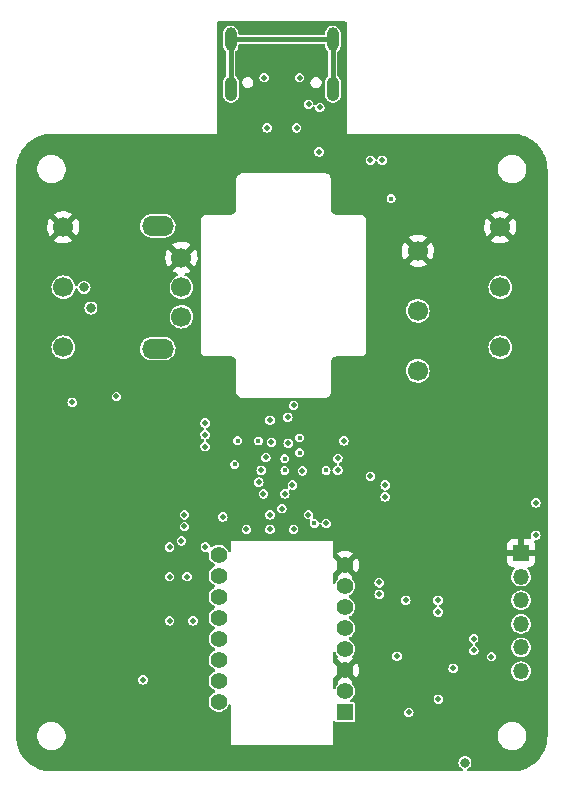
<source format=gbr>
%TF.GenerationSoftware,KiCad,Pcbnew,6.0.2+dfsg-1*%
%TF.CreationDate,2022-03-12T01:01:00-08:00*%
%TF.ProjectId,redshift,72656473-6869-4667-942e-6b696361645f,0.1*%
%TF.SameCoordinates,Original*%
%TF.FileFunction,Copper,L2,Inr*%
%TF.FilePolarity,Positive*%
%FSLAX46Y46*%
G04 Gerber Fmt 4.6, Leading zero omitted, Abs format (unit mm)*
G04 Created by KiCad (PCBNEW 6.0.2+dfsg-1) date 2022-03-12 01:01:00*
%MOMM*%
%LPD*%
G01*
G04 APERTURE LIST*
%TA.AperFunction,ComponentPad*%
%ADD10C,1.700000*%
%TD*%
%TA.AperFunction,ComponentPad*%
%ADD11O,2.700000X1.700000*%
%TD*%
%TA.AperFunction,ComponentPad*%
%ADD12O,1.050000X2.100000*%
%TD*%
%TA.AperFunction,ComponentPad*%
%ADD13O,1.000000X2.000000*%
%TD*%
%TA.AperFunction,ComponentPad*%
%ADD14R,1.350000X1.350000*%
%TD*%
%TA.AperFunction,ComponentPad*%
%ADD15O,1.350000X1.350000*%
%TD*%
%TA.AperFunction,ComponentPad*%
%ADD16R,1.400000X1.400000*%
%TD*%
%TA.AperFunction,ComponentPad*%
%ADD17C,1.400000*%
%TD*%
%TA.AperFunction,ViaPad*%
%ADD18C,0.450000*%
%TD*%
%TA.AperFunction,ViaPad*%
%ADD19C,0.500000*%
%TD*%
%TA.AperFunction,ViaPad*%
%ADD20C,0.800000*%
%TD*%
%TA.AperFunction,Conductor*%
%ADD21C,0.450000*%
%TD*%
G04 APERTURE END LIST*
D10*
%TO.N,/ENC_A*%
%TO.C,ENC1*%
X129000000Y-80500000D03*
%TO.N,/ENC_B*%
X129000000Y-78000000D03*
%TO.N,GND*%
X129000000Y-75500000D03*
D11*
%TO.N,N/C*%
X127000000Y-72800000D03*
X127000000Y-83200000D03*
%TD*%
D12*
%TO.N,/SH*%
%TO.C,J1*%
X141820000Y-61180000D03*
D13*
X141820000Y-57000000D03*
X133180000Y-57000000D03*
D12*
X133180000Y-61180000D03*
%TD*%
D10*
%TO.N,GND*%
%TO.C,SW3*%
X149000000Y-74920000D03*
%TO.N,/SW3_M_NO*%
X149000000Y-80000000D03*
%TO.N,/SW3_M_NC*%
X149000000Y-85080000D03*
%TD*%
D14*
%TO.N,GND*%
%TO.C,J3*%
X157750000Y-100500000D03*
D15*
%TO.N,/DBG_VIN*%
X157750000Y-102500000D03*
%TO.N,/RESET*%
X157750000Y-104500000D03*
%TO.N,/SWDIO*%
X157750000Y-106500000D03*
%TO.N,/SWO*%
X157750000Y-108500000D03*
%TO.N,/SWCLK*%
X157750000Y-110500000D03*
%TD*%
D16*
%TO.N,N/C*%
%TO.C,U1*%
X142850000Y-113985000D03*
D17*
X142850000Y-112205000D03*
%TO.N,GND*%
X142850000Y-110425000D03*
%TO.N,Net-(C19-Pad1)*%
X142850000Y-108645000D03*
%TO.N,Net-(C21-Pad1)*%
X142850000Y-106865000D03*
%TO.N,unconnected-(U1-Pad6)*%
X142850000Y-105085000D03*
%TO.N,Net-(C17-Pad2)*%
X142850000Y-103305000D03*
%TO.N,GND*%
X142850000Y-101525000D03*
%TO.N,/SNSR_MTN*%
X132150000Y-100635000D03*
%TO.N,/FC6_SCK*%
X132150000Y-102415000D03*
%TO.N,/FC6_MOSI*%
X132150000Y-104195000D03*
%TO.N,/FC6_MISO*%
X132150000Y-105975000D03*
%TO.N,/FC6_CS1*%
X132150000Y-107755000D03*
%TO.N,/SNSR_RST*%
X132150000Y-109535000D03*
%TO.N,/SNSR_LED*%
X132150000Y-111315000D03*
%TO.N,N/C*%
X132150000Y-113095000D03*
%TD*%
D10*
%TO.N,GND*%
%TO.C,SW2*%
X156000000Y-72920000D03*
%TO.N,/SW2_R_NO*%
X156000000Y-78000000D03*
%TO.N,/SW2_R_NC*%
X156000000Y-83080000D03*
%TD*%
%TO.N,GND*%
%TO.C,SW1*%
X119000000Y-72920000D03*
%TO.N,/SW1_L_NO*%
X119000000Y-78000000D03*
%TO.N,/SW1_L_NC*%
X119000000Y-83080000D03*
%TD*%
D18*
%TO.N,+5V*%
X146750000Y-70500000D03*
D19*
X140650975Y-66546739D03*
X148000000Y-104500000D03*
%TO.N,+3V3*%
X138500000Y-88000000D03*
X146250000Y-94750000D03*
X131000000Y-89500000D03*
X145750000Y-104000000D03*
X138500000Y-98500000D03*
X145750000Y-103000000D03*
X142250000Y-92500000D03*
X123500000Y-87250000D03*
X134500000Y-98500000D03*
X146250000Y-95750000D03*
X142750000Y-91000000D03*
X131000000Y-91500000D03*
X146000000Y-67250000D03*
X136500000Y-98500000D03*
X125750000Y-111250000D03*
X139750000Y-97250000D03*
X145000000Y-67250000D03*
X142250000Y-93500000D03*
D20*
X153000000Y-118250000D03*
D19*
X131000000Y-90500000D03*
%TO.N,+1V8*%
X147250000Y-109250000D03*
%TO.N,/USB_D+*%
X136250000Y-64500000D03*
X138042518Y-91207482D03*
%TO.N,/USB_D-*%
X138000000Y-89000000D03*
X138750000Y-64500000D03*
%TO.N,/VBUS_*%
X136000000Y-60250000D03*
X159000000Y-96250000D03*
X140718767Y-62781233D03*
X139000000Y-60250000D03*
X139759355Y-62504544D03*
%TO.N,/USB1_LED*%
X136143360Y-92413402D03*
X119750000Y-87750000D03*
D18*
%TO.N,/FC6_CS1*%
X140250000Y-98000000D03*
D19*
%TO.N,/RESET*%
X136620878Y-91129122D03*
X150725500Y-104500000D03*
%TO.N,/FC6_SCK*%
X128000000Y-102500000D03*
X129475500Y-102500000D03*
X135750000Y-93500000D03*
%TO.N,/FC6_MOSI*%
X131024500Y-100000000D03*
X128000000Y-100000000D03*
%TO.N,/FC6_MISO*%
X137750000Y-95500000D03*
X129975500Y-106250000D03*
X128000000Y-106250000D03*
D18*
%TO.N,/SW1_L_NC*%
X135519107Y-91020248D03*
D19*
%TO.N,/SNSR_RST*%
X132500000Y-97450989D03*
X129000000Y-99475500D03*
X136500000Y-97274500D03*
%TO.N,/SW1_L_NO*%
X136500000Y-89250000D03*
%TO.N,GND*%
X136700989Y-94750000D03*
X144270000Y-92500000D03*
X142000000Y-62750000D03*
X145750000Y-107250000D03*
X144250000Y-90500000D03*
X128500000Y-105500000D03*
X142000000Y-68000000D03*
X134000000Y-65250000D03*
X139451727Y-94957641D03*
X134925500Y-89524020D03*
X150750000Y-114000000D03*
X140000000Y-68000000D03*
X141600989Y-88000000D03*
D20*
X149750000Y-118250000D03*
D19*
X154750000Y-105750000D03*
X145000000Y-85750000D03*
X145000000Y-66274989D03*
X133475011Y-92000000D03*
X137500000Y-98500000D03*
X148000000Y-107000000D03*
X140750000Y-88000000D03*
X153250000Y-114000000D03*
X150500000Y-68250000D03*
X135500000Y-98500000D03*
X149500000Y-114000000D03*
X148750000Y-108750000D03*
X140000000Y-63909500D03*
X145750000Y-106250000D03*
X145250000Y-90500000D03*
X143500000Y-66225500D03*
X132000000Y-65250000D03*
X149520000Y-105270000D03*
X137528381Y-87971619D03*
X144250000Y-93500000D03*
X133374500Y-62750000D03*
D18*
X141250000Y-92500000D03*
D19*
X133500000Y-98500000D03*
X129250000Y-96250000D03*
%TO.N,/SW4_NC*%
X135544503Y-94500000D03*
X129250000Y-97250000D03*
%TO.N,/SW4_NO*%
X135944011Y-95500000D03*
X129250000Y-98250000D03*
D18*
%TO.N,/SW2_R_NO*%
X137750000Y-92519503D03*
%TO.N,/SW2_R_NC*%
X137750000Y-93500000D03*
%TO.N,/SW3_M_NO*%
X139000000Y-90750000D03*
%TO.N,/SW3_M_NC*%
X139000000Y-92000000D03*
%TO.N,/ENC_B*%
X133500000Y-93000000D03*
D20*
X120750000Y-78000000D03*
%TO.N,/ENC_A*%
X121334080Y-79767133D03*
D18*
X133750000Y-91000000D03*
D19*
%TO.N,/SWO*%
X150750000Y-112874500D03*
X139250000Y-93548273D03*
X155250000Y-109274500D03*
D18*
%TO.N,/SWCLK*%
X141250000Y-93500000D03*
D19*
X153750000Y-108750000D03*
%TO.N,/SWDIO*%
X153750000Y-107750000D03*
X145000000Y-94000000D03*
%TO.N,/SNSR_MTN*%
X138397276Y-94749989D03*
%TO.N,/ISP*%
X141250000Y-98000000D03*
X150725500Y-105500000D03*
X152000000Y-110250000D03*
X137500000Y-96750000D03*
%TO.N,/DBG_VIN*%
X159000000Y-99000000D03*
X148250000Y-114000000D03*
%TD*%
D21*
%TO.N,/SH*%
X133180000Y-57000000D02*
X141820000Y-57000000D01*
X133180000Y-57000000D02*
X133180000Y-61180000D01*
X141820000Y-57000000D02*
X141820000Y-61180000D01*
%TD*%
%TA.AperFunction,Conductor*%
%TO.N,GND*%
G36*
X142941621Y-55520502D02*
G01*
X142988114Y-55574158D01*
X142999500Y-55626500D01*
X142999500Y-62986321D01*
X142998255Y-63000000D01*
X142995208Y-63000000D01*
X142996231Y-63015603D01*
X142999730Y-63068994D01*
X143000000Y-63077235D01*
X143000000Y-65000000D01*
X144922765Y-65000000D01*
X144931006Y-65000270D01*
X144934592Y-65000505D01*
X145000000Y-65004792D01*
X145000000Y-65001576D01*
X145009732Y-65000500D01*
X156996699Y-65000500D01*
X157003293Y-65000673D01*
X157039471Y-65002569D01*
X157133549Y-65007499D01*
X157313790Y-65017622D01*
X157326421Y-65018973D01*
X157475061Y-65042515D01*
X157476150Y-65042694D01*
X157564176Y-65057650D01*
X157635217Y-65069721D01*
X157646721Y-65072234D01*
X157795562Y-65112115D01*
X157797833Y-65112747D01*
X157949080Y-65156321D01*
X157959350Y-65159764D01*
X158104647Y-65215539D01*
X158107696Y-65216755D01*
X158251685Y-65276397D01*
X158260651Y-65280530D01*
X158400049Y-65351557D01*
X158403761Y-65353528D01*
X158539483Y-65428539D01*
X158547159Y-65433145D01*
X158678692Y-65518564D01*
X158682979Y-65521475D01*
X158809119Y-65610976D01*
X158815475Y-65615797D01*
X158937519Y-65714626D01*
X158942185Y-65718595D01*
X159057388Y-65821547D01*
X159062523Y-65826403D01*
X159173597Y-65937477D01*
X159178453Y-65942612D01*
X159281405Y-66057815D01*
X159285368Y-66062473D01*
X159384203Y-66184525D01*
X159389024Y-66190881D01*
X159413730Y-66225700D01*
X159478525Y-66317021D01*
X159481436Y-66321308D01*
X159566855Y-66452841D01*
X159571461Y-66460517D01*
X159646472Y-66596239D01*
X159648443Y-66599951D01*
X159719470Y-66739349D01*
X159723603Y-66748315D01*
X159757117Y-66829225D01*
X159783245Y-66892304D01*
X159784461Y-66895353D01*
X159826416Y-67004647D01*
X159840235Y-67040647D01*
X159843679Y-67050920D01*
X159887253Y-67202167D01*
X159887885Y-67204438D01*
X159927766Y-67353279D01*
X159930279Y-67364783D01*
X159933568Y-67384137D01*
X159957306Y-67523850D01*
X159957485Y-67524939D01*
X159978493Y-67657579D01*
X159981026Y-67673572D01*
X159982378Y-67686212D01*
X159988474Y-67794758D01*
X159992506Y-67866558D01*
X159992531Y-67867028D01*
X159999327Y-67996707D01*
X159999500Y-68003301D01*
X159999500Y-115996699D01*
X159999327Y-116003293D01*
X159992531Y-116132972D01*
X159992506Y-116133442D01*
X159982797Y-116306346D01*
X159982379Y-116313782D01*
X159981027Y-116326421D01*
X159957485Y-116475061D01*
X159957306Y-116476150D01*
X159944379Y-116552233D01*
X159930279Y-116635217D01*
X159927766Y-116646721D01*
X159887885Y-116795562D01*
X159887253Y-116797833D01*
X159843679Y-116949080D01*
X159840236Y-116959350D01*
X159812911Y-117030535D01*
X159784467Y-117104633D01*
X159783245Y-117107696D01*
X159750818Y-117185983D01*
X159723605Y-117251680D01*
X159719470Y-117260651D01*
X159648443Y-117400049D01*
X159646472Y-117403761D01*
X159571461Y-117539483D01*
X159566855Y-117547159D01*
X159481436Y-117678692D01*
X159478525Y-117682979D01*
X159389024Y-117809119D01*
X159384203Y-117815475D01*
X159354340Y-117852353D01*
X159285374Y-117937519D01*
X159281411Y-117942178D01*
X159247608Y-117980004D01*
X159178454Y-118057387D01*
X159173598Y-118062522D01*
X159062523Y-118173597D01*
X159057388Y-118178453D01*
X158942185Y-118281405D01*
X158937527Y-118285368D01*
X158815475Y-118384203D01*
X158809119Y-118389024D01*
X158716719Y-118454585D01*
X158682979Y-118478525D01*
X158678692Y-118481436D01*
X158547159Y-118566855D01*
X158539483Y-118571461D01*
X158403761Y-118646472D01*
X158400049Y-118648443D01*
X158260651Y-118719470D01*
X158251685Y-118723603D01*
X158170837Y-118757091D01*
X158107696Y-118783245D01*
X158104647Y-118784461D01*
X157959353Y-118840235D01*
X157949080Y-118843679D01*
X157797833Y-118887253D01*
X157795562Y-118887885D01*
X157646721Y-118927766D01*
X157635217Y-118930279D01*
X157564176Y-118942350D01*
X157476150Y-118957306D01*
X157475061Y-118957485D01*
X157326421Y-118981027D01*
X157313790Y-118982378D01*
X157133549Y-118992501D01*
X157058898Y-118996413D01*
X157003293Y-118999327D01*
X156996699Y-118999500D01*
X153262517Y-118999500D01*
X153194396Y-118979498D01*
X153147903Y-118925842D01*
X153137799Y-118855568D01*
X153167293Y-118790988D01*
X153214300Y-118757091D01*
X153269993Y-118734023D01*
X153269998Y-118734020D01*
X153277625Y-118730861D01*
X153392621Y-118642621D01*
X153480861Y-118527625D01*
X153536330Y-118393709D01*
X153555250Y-118250000D01*
X153536330Y-118106291D01*
X153480861Y-117972375D01*
X153392621Y-117857379D01*
X153277625Y-117769139D01*
X153143709Y-117713670D01*
X153000000Y-117694750D01*
X152856291Y-117713670D01*
X152722375Y-117769139D01*
X152607379Y-117857379D01*
X152519139Y-117972375D01*
X152463670Y-118106291D01*
X152444750Y-118250000D01*
X152463670Y-118393709D01*
X152519139Y-118527625D01*
X152607379Y-118642621D01*
X152722375Y-118730861D01*
X152730002Y-118734020D01*
X152730007Y-118734023D01*
X152785700Y-118757091D01*
X152840982Y-118801639D01*
X152863403Y-118869002D01*
X152845845Y-118937793D01*
X152793884Y-118986172D01*
X152737483Y-118999500D01*
X118003301Y-118999500D01*
X117996707Y-118999327D01*
X117941102Y-118996413D01*
X117866451Y-118992501D01*
X117686210Y-118982378D01*
X117673579Y-118981027D01*
X117524939Y-118957485D01*
X117523850Y-118957306D01*
X117435824Y-118942350D01*
X117364783Y-118930279D01*
X117353279Y-118927766D01*
X117204438Y-118887885D01*
X117202167Y-118887253D01*
X117050920Y-118843679D01*
X117040647Y-118840235D01*
X116895353Y-118784461D01*
X116892304Y-118783245D01*
X116829163Y-118757091D01*
X116748315Y-118723603D01*
X116739349Y-118719470D01*
X116599951Y-118648443D01*
X116596239Y-118646472D01*
X116460517Y-118571461D01*
X116452841Y-118566855D01*
X116321308Y-118481436D01*
X116317021Y-118478525D01*
X116283281Y-118454585D01*
X116190881Y-118389024D01*
X116184525Y-118384203D01*
X116062473Y-118285368D01*
X116057815Y-118281405D01*
X115942612Y-118178453D01*
X115937477Y-118173597D01*
X115826402Y-118062522D01*
X115821546Y-118057387D01*
X115752392Y-117980004D01*
X115718589Y-117942178D01*
X115714626Y-117937519D01*
X115645660Y-117852353D01*
X115615797Y-117815475D01*
X115610976Y-117809119D01*
X115521475Y-117682979D01*
X115518564Y-117678692D01*
X115433145Y-117547159D01*
X115428539Y-117539483D01*
X115353528Y-117403761D01*
X115351557Y-117400049D01*
X115280530Y-117260651D01*
X115276395Y-117251680D01*
X115249183Y-117185983D01*
X115216755Y-117107696D01*
X115215533Y-117104633D01*
X115187090Y-117030535D01*
X115159764Y-116959350D01*
X115156321Y-116949080D01*
X115112747Y-116797833D01*
X115112115Y-116795562D01*
X115072234Y-116646721D01*
X115069721Y-116635217D01*
X115055621Y-116552233D01*
X115042694Y-116476150D01*
X115042515Y-116475061D01*
X115018973Y-116326421D01*
X115017621Y-116313782D01*
X115017204Y-116306346D01*
X115007494Y-116133442D01*
X115007469Y-116132972D01*
X115005458Y-116094594D01*
X116798074Y-116094594D01*
X116799053Y-116100291D01*
X116799053Y-116100292D01*
X116803475Y-116126024D01*
X116835438Y-116312043D01*
X116911804Y-116519043D01*
X116914756Y-116524004D01*
X116914756Y-116524005D01*
X116974661Y-116624695D01*
X117024614Y-116708659D01*
X117170090Y-116874543D01*
X117343360Y-117011137D01*
X117538620Y-117113869D01*
X117749333Y-117179297D01*
X117755070Y-117179976D01*
X117924789Y-117200064D01*
X117924795Y-117200064D01*
X117928476Y-117200500D01*
X118055970Y-117200500D01*
X118219711Y-117185454D01*
X118225273Y-117183885D01*
X118225275Y-117183885D01*
X118325887Y-117155510D01*
X118432064Y-117125565D01*
X118629947Y-117027980D01*
X118652503Y-117011137D01*
X118802109Y-116899420D01*
X118802110Y-116899420D01*
X118806733Y-116895967D01*
X118897447Y-116797833D01*
X118952582Y-116738189D01*
X118952584Y-116738186D01*
X118956501Y-116733949D01*
X119074236Y-116547350D01*
X119155994Y-116342421D01*
X119159176Y-116326428D01*
X119197911Y-116131691D01*
X119197911Y-116131688D01*
X119199038Y-116126024D01*
X119199450Y-116094594D01*
X119201850Y-115911188D01*
X119201926Y-115905406D01*
X119200947Y-115899708D01*
X119165541Y-115693654D01*
X119165541Y-115693653D01*
X119164562Y-115687957D01*
X119088196Y-115480957D01*
X118975386Y-115291341D01*
X118829910Y-115125457D01*
X118656640Y-114988863D01*
X118461380Y-114886131D01*
X118250667Y-114820703D01*
X118236718Y-114819052D01*
X118075211Y-114799936D01*
X118075205Y-114799936D01*
X118071524Y-114799500D01*
X117944030Y-114799500D01*
X117780289Y-114814546D01*
X117774727Y-114816115D01*
X117774725Y-114816115D01*
X117705991Y-114835500D01*
X117567936Y-114874435D01*
X117370053Y-114972020D01*
X117365427Y-114975474D01*
X117365426Y-114975475D01*
X117342709Y-114992439D01*
X117193267Y-115104033D01*
X117043499Y-115266051D01*
X116925764Y-115452650D01*
X116844006Y-115657579D01*
X116800962Y-115873976D01*
X116800886Y-115879751D01*
X116800886Y-115879755D01*
X116800475Y-115911188D01*
X116798074Y-116094594D01*
X115005458Y-116094594D01*
X115000673Y-116003293D01*
X115000500Y-115996699D01*
X115000500Y-111250000D01*
X125344508Y-111250000D01*
X125346059Y-111259793D01*
X125356249Y-111324128D01*
X125364354Y-111375304D01*
X125421950Y-111488342D01*
X125511658Y-111578050D01*
X125624696Y-111635646D01*
X125634485Y-111637196D01*
X125634487Y-111637197D01*
X125740207Y-111653941D01*
X125750000Y-111655492D01*
X125759793Y-111653941D01*
X125865513Y-111637197D01*
X125865515Y-111637196D01*
X125875304Y-111635646D01*
X125988342Y-111578050D01*
X126078050Y-111488342D01*
X126135646Y-111375304D01*
X126143752Y-111324128D01*
X126153941Y-111259793D01*
X126155492Y-111250000D01*
X126150557Y-111218842D01*
X126137197Y-111134487D01*
X126137196Y-111134485D01*
X126135646Y-111124696D01*
X126078050Y-111011658D01*
X125988342Y-110921950D01*
X125875304Y-110864354D01*
X125865515Y-110862804D01*
X125865513Y-110862803D01*
X125759793Y-110846059D01*
X125750000Y-110844508D01*
X125740207Y-110846059D01*
X125634487Y-110862803D01*
X125634485Y-110862804D01*
X125624696Y-110864354D01*
X125511658Y-110921950D01*
X125421950Y-111011658D01*
X125364354Y-111124696D01*
X125362804Y-111134485D01*
X125362803Y-111134487D01*
X125349443Y-111218842D01*
X125344508Y-111250000D01*
X115000500Y-111250000D01*
X115000500Y-106250000D01*
X127594508Y-106250000D01*
X127596059Y-106259793D01*
X127611523Y-106357427D01*
X127614354Y-106375304D01*
X127671950Y-106488342D01*
X127761658Y-106578050D01*
X127874696Y-106635646D01*
X127884485Y-106637196D01*
X127884487Y-106637197D01*
X127990207Y-106653941D01*
X128000000Y-106655492D01*
X128009793Y-106653941D01*
X128115513Y-106637197D01*
X128115515Y-106637196D01*
X128125304Y-106635646D01*
X128238342Y-106578050D01*
X128328050Y-106488342D01*
X128385646Y-106375304D01*
X128388478Y-106357427D01*
X128403941Y-106259793D01*
X128405492Y-106250000D01*
X129570008Y-106250000D01*
X129571559Y-106259793D01*
X129587023Y-106357427D01*
X129589854Y-106375304D01*
X129647450Y-106488342D01*
X129737158Y-106578050D01*
X129850196Y-106635646D01*
X129859985Y-106637196D01*
X129859987Y-106637197D01*
X129965707Y-106653941D01*
X129975500Y-106655492D01*
X129985293Y-106653941D01*
X130091013Y-106637197D01*
X130091015Y-106637196D01*
X130100804Y-106635646D01*
X130213842Y-106578050D01*
X130303550Y-106488342D01*
X130361146Y-106375304D01*
X130363978Y-106357427D01*
X130379441Y-106259793D01*
X130380992Y-106250000D01*
X130377127Y-106225595D01*
X130362697Y-106134487D01*
X130362696Y-106134485D01*
X130361146Y-106124696D01*
X130303550Y-106011658D01*
X130213842Y-105921950D01*
X130100804Y-105864354D01*
X130091015Y-105862804D01*
X130091013Y-105862803D01*
X129985293Y-105846059D01*
X129975500Y-105844508D01*
X129965707Y-105846059D01*
X129859987Y-105862803D01*
X129859985Y-105862804D01*
X129850196Y-105864354D01*
X129737158Y-105921950D01*
X129647450Y-106011658D01*
X129589854Y-106124696D01*
X129588304Y-106134485D01*
X129588303Y-106134487D01*
X129573873Y-106225595D01*
X129570008Y-106250000D01*
X128405492Y-106250000D01*
X128401627Y-106225595D01*
X128387197Y-106134487D01*
X128387196Y-106134485D01*
X128385646Y-106124696D01*
X128328050Y-106011658D01*
X128238342Y-105921950D01*
X128125304Y-105864354D01*
X128115515Y-105862804D01*
X128115513Y-105862803D01*
X128009793Y-105846059D01*
X128000000Y-105844508D01*
X127990207Y-105846059D01*
X127884487Y-105862803D01*
X127884485Y-105862804D01*
X127874696Y-105864354D01*
X127761658Y-105921950D01*
X127671950Y-106011658D01*
X127614354Y-106124696D01*
X127612804Y-106134485D01*
X127612803Y-106134487D01*
X127598373Y-106225595D01*
X127594508Y-106250000D01*
X115000500Y-106250000D01*
X115000500Y-102500000D01*
X127594508Y-102500000D01*
X127596059Y-102509793D01*
X127612620Y-102614354D01*
X127614354Y-102625304D01*
X127671950Y-102738342D01*
X127761658Y-102828050D01*
X127874696Y-102885646D01*
X127884485Y-102887196D01*
X127884487Y-102887197D01*
X127990207Y-102903941D01*
X128000000Y-102905492D01*
X128009793Y-102903941D01*
X128115513Y-102887197D01*
X128115515Y-102887196D01*
X128125304Y-102885646D01*
X128238342Y-102828050D01*
X128328050Y-102738342D01*
X128385646Y-102625304D01*
X128387381Y-102614354D01*
X128403941Y-102509793D01*
X128405492Y-102500000D01*
X129070008Y-102500000D01*
X129071559Y-102509793D01*
X129088120Y-102614354D01*
X129089854Y-102625304D01*
X129147450Y-102738342D01*
X129237158Y-102828050D01*
X129350196Y-102885646D01*
X129359985Y-102887196D01*
X129359987Y-102887197D01*
X129465707Y-102903941D01*
X129475500Y-102905492D01*
X129485293Y-102903941D01*
X129591013Y-102887197D01*
X129591015Y-102887196D01*
X129600804Y-102885646D01*
X129713842Y-102828050D01*
X129803550Y-102738342D01*
X129861146Y-102625304D01*
X129862881Y-102614354D01*
X129879441Y-102509793D01*
X129880992Y-102500000D01*
X129868569Y-102421565D01*
X129862697Y-102384487D01*
X129862696Y-102384485D01*
X129861146Y-102374696D01*
X129803550Y-102261658D01*
X129713842Y-102171950D01*
X129600804Y-102114354D01*
X129591015Y-102112804D01*
X129591013Y-102112803D01*
X129485293Y-102096059D01*
X129475500Y-102094508D01*
X129465707Y-102096059D01*
X129359987Y-102112803D01*
X129359985Y-102112804D01*
X129350196Y-102114354D01*
X129237158Y-102171950D01*
X129147450Y-102261658D01*
X129089854Y-102374696D01*
X129088304Y-102384485D01*
X129088303Y-102384487D01*
X129082431Y-102421565D01*
X129070008Y-102500000D01*
X128405492Y-102500000D01*
X128393069Y-102421565D01*
X128387197Y-102384487D01*
X128387196Y-102384485D01*
X128385646Y-102374696D01*
X128328050Y-102261658D01*
X128238342Y-102171950D01*
X128125304Y-102114354D01*
X128115515Y-102112804D01*
X128115513Y-102112803D01*
X128009793Y-102096059D01*
X128000000Y-102094508D01*
X127990207Y-102096059D01*
X127884487Y-102112803D01*
X127884485Y-102112804D01*
X127874696Y-102114354D01*
X127761658Y-102171950D01*
X127671950Y-102261658D01*
X127614354Y-102374696D01*
X127612804Y-102384485D01*
X127612803Y-102384487D01*
X127606931Y-102421565D01*
X127594508Y-102500000D01*
X115000500Y-102500000D01*
X115000500Y-100000000D01*
X127594508Y-100000000D01*
X127614354Y-100125304D01*
X127671950Y-100238342D01*
X127761658Y-100328050D01*
X127874696Y-100385646D01*
X127884485Y-100387196D01*
X127884487Y-100387197D01*
X127990207Y-100403941D01*
X128000000Y-100405492D01*
X128009793Y-100403941D01*
X128115513Y-100387197D01*
X128115515Y-100387196D01*
X128125304Y-100385646D01*
X128238342Y-100328050D01*
X128328050Y-100238342D01*
X128385646Y-100125304D01*
X128405492Y-100000000D01*
X130619008Y-100000000D01*
X130638854Y-100125304D01*
X130696450Y-100238342D01*
X130786158Y-100328050D01*
X130899196Y-100385646D01*
X130908985Y-100387196D01*
X130908987Y-100387197D01*
X131014707Y-100403941D01*
X131024500Y-100405492D01*
X131146211Y-100386215D01*
X131146214Y-100386215D01*
X131149804Y-100385646D01*
X131149878Y-100386110D01*
X131213700Y-100384289D01*
X131274496Y-100420953D01*
X131305819Y-100484666D01*
X131306974Y-100519317D01*
X131294815Y-100635000D01*
X131295505Y-100641565D01*
X131307323Y-100754000D01*
X131313503Y-100812803D01*
X131368750Y-100982835D01*
X131458141Y-101137665D01*
X131462559Y-101142572D01*
X131462560Y-101142573D01*
X131538120Y-101226490D01*
X131577770Y-101270526D01*
X131722407Y-101375612D01*
X131728433Y-101378295D01*
X131728440Y-101378299D01*
X131799403Y-101409893D01*
X131853499Y-101455873D01*
X131874149Y-101523800D01*
X131854797Y-101592108D01*
X131799404Y-101640107D01*
X131728438Y-101671703D01*
X131728436Y-101671704D01*
X131722408Y-101674388D01*
X131717067Y-101678268D01*
X131717066Y-101678269D01*
X131683024Y-101703002D01*
X131577770Y-101779474D01*
X131573357Y-101784376D01*
X131573355Y-101784377D01*
X131475272Y-101893309D01*
X131458141Y-101912335D01*
X131368750Y-102067165D01*
X131366708Y-102073450D01*
X131318461Y-102221939D01*
X131313503Y-102237197D01*
X131294815Y-102415000D01*
X131295505Y-102421565D01*
X131302874Y-102491671D01*
X131313503Y-102592803D01*
X131368750Y-102762835D01*
X131458141Y-102917665D01*
X131462559Y-102922572D01*
X131462560Y-102922573D01*
X131541094Y-103009793D01*
X131577770Y-103050526D01*
X131583109Y-103054405D01*
X131683298Y-103127197D01*
X131722407Y-103155612D01*
X131728433Y-103158295D01*
X131728440Y-103158299D01*
X131799403Y-103189893D01*
X131853499Y-103235873D01*
X131874149Y-103303800D01*
X131854797Y-103372108D01*
X131799404Y-103420107D01*
X131728438Y-103451703D01*
X131728436Y-103451704D01*
X131722408Y-103454388D01*
X131717067Y-103458268D01*
X131717066Y-103458269D01*
X131639861Y-103514362D01*
X131577770Y-103559474D01*
X131573357Y-103564376D01*
X131573355Y-103564377D01*
X131476496Y-103671950D01*
X131458141Y-103692335D01*
X131368750Y-103847165D01*
X131366708Y-103853450D01*
X131318461Y-104001939D01*
X131313503Y-104017197D01*
X131312813Y-104023760D01*
X131312813Y-104023761D01*
X131297238Y-104171950D01*
X131294815Y-104195000D01*
X131295505Y-104201565D01*
X131312774Y-104365863D01*
X131313503Y-104372803D01*
X131368750Y-104542835D01*
X131458141Y-104697665D01*
X131462559Y-104702572D01*
X131462560Y-104702573D01*
X131520770Y-104767221D01*
X131577770Y-104830526D01*
X131583109Y-104834405D01*
X131683298Y-104907197D01*
X131722407Y-104935612D01*
X131728433Y-104938295D01*
X131728440Y-104938299D01*
X131799403Y-104969893D01*
X131853499Y-105015873D01*
X131874149Y-105083800D01*
X131854797Y-105152108D01*
X131799404Y-105200107D01*
X131728438Y-105231703D01*
X131728436Y-105231704D01*
X131722408Y-105234388D01*
X131717067Y-105238268D01*
X131717066Y-105238269D01*
X131646660Y-105289422D01*
X131577770Y-105339474D01*
X131573357Y-105344376D01*
X131573355Y-105344377D01*
X131499366Y-105426550D01*
X131458141Y-105472335D01*
X131368750Y-105627165D01*
X131366708Y-105633450D01*
X131318461Y-105781939D01*
X131313503Y-105797197D01*
X131312813Y-105803760D01*
X131312813Y-105803761D01*
X131302284Y-105903941D01*
X131294815Y-105975000D01*
X131295505Y-105981565D01*
X131302874Y-106051671D01*
X131313503Y-106152803D01*
X131368750Y-106322835D01*
X131458141Y-106477665D01*
X131462559Y-106482572D01*
X131462560Y-106482573D01*
X131542216Y-106571039D01*
X131577770Y-106610526D01*
X131583109Y-106614405D01*
X131683298Y-106687197D01*
X131722407Y-106715612D01*
X131728433Y-106718295D01*
X131728440Y-106718299D01*
X131799403Y-106749893D01*
X131853499Y-106795873D01*
X131874149Y-106863800D01*
X131854797Y-106932108D01*
X131799404Y-106980107D01*
X131728438Y-107011703D01*
X131728436Y-107011704D01*
X131722408Y-107014388D01*
X131717067Y-107018268D01*
X131717066Y-107018269D01*
X131621703Y-107087555D01*
X131577770Y-107119474D01*
X131573357Y-107124376D01*
X131573355Y-107124377D01*
X131499366Y-107206550D01*
X131458141Y-107252335D01*
X131454838Y-107258056D01*
X131404030Y-107346059D01*
X131368750Y-107407165D01*
X131366708Y-107413450D01*
X131318461Y-107561939D01*
X131313503Y-107577197D01*
X131312813Y-107583760D01*
X131312813Y-107583761D01*
X131302081Y-107685873D01*
X131294815Y-107755000D01*
X131295505Y-107761565D01*
X131307460Y-107875304D01*
X131313503Y-107932803D01*
X131368750Y-108102835D01*
X131372053Y-108108557D01*
X131372054Y-108108558D01*
X131391555Y-108142335D01*
X131458141Y-108257665D01*
X131462559Y-108262572D01*
X131462560Y-108262573D01*
X131554205Y-108364354D01*
X131577770Y-108390526D01*
X131583109Y-108394405D01*
X131683298Y-108467197D01*
X131722407Y-108495612D01*
X131728433Y-108498295D01*
X131728440Y-108498299D01*
X131799403Y-108529893D01*
X131853499Y-108575873D01*
X131874149Y-108643800D01*
X131854797Y-108712108D01*
X131799404Y-108760107D01*
X131728438Y-108791703D01*
X131728436Y-108791704D01*
X131722408Y-108794388D01*
X131717067Y-108798268D01*
X131717066Y-108798269D01*
X131596846Y-108885614D01*
X131577770Y-108899474D01*
X131573357Y-108904376D01*
X131573355Y-108904377D01*
X131493739Y-108992799D01*
X131458141Y-109032335D01*
X131454838Y-109038056D01*
X131385019Y-109158987D01*
X131368750Y-109187165D01*
X131357585Y-109221527D01*
X131318461Y-109341939D01*
X131313503Y-109357197D01*
X131312813Y-109363760D01*
X131312813Y-109363761D01*
X131300647Y-109479509D01*
X131294815Y-109535000D01*
X131313503Y-109712803D01*
X131368750Y-109882835D01*
X131458141Y-110037665D01*
X131462559Y-110042572D01*
X131462560Y-110042573D01*
X131565298Y-110156674D01*
X131577770Y-110170526D01*
X131722407Y-110275612D01*
X131728433Y-110278295D01*
X131728440Y-110278299D01*
X131799403Y-110309893D01*
X131853499Y-110355873D01*
X131874149Y-110423800D01*
X131854797Y-110492108D01*
X131799404Y-110540107D01*
X131728438Y-110571703D01*
X131728436Y-110571704D01*
X131722408Y-110574388D01*
X131577770Y-110679474D01*
X131573357Y-110684376D01*
X131573355Y-110684377D01*
X131474839Y-110793790D01*
X131458141Y-110812335D01*
X131368750Y-110967165D01*
X131366708Y-110973450D01*
X131318461Y-111121939D01*
X131313503Y-111137197D01*
X131312813Y-111143760D01*
X131312813Y-111143761D01*
X131297786Y-111286737D01*
X131294815Y-111315000D01*
X131295505Y-111321565D01*
X131302874Y-111391671D01*
X131313503Y-111492803D01*
X131315543Y-111499080D01*
X131315543Y-111499082D01*
X131341202Y-111578050D01*
X131368750Y-111662835D01*
X131458141Y-111817665D01*
X131462559Y-111822572D01*
X131462560Y-111822573D01*
X131520770Y-111887221D01*
X131577770Y-111950526D01*
X131583109Y-111954405D01*
X131683298Y-112027197D01*
X131722407Y-112055612D01*
X131728433Y-112058295D01*
X131728440Y-112058299D01*
X131799403Y-112089893D01*
X131853499Y-112135873D01*
X131874149Y-112203800D01*
X131854797Y-112272108D01*
X131799404Y-112320107D01*
X131728438Y-112351703D01*
X131728436Y-112351704D01*
X131722408Y-112354388D01*
X131717067Y-112358268D01*
X131717066Y-112358269D01*
X131621703Y-112427555D01*
X131577770Y-112459474D01*
X131573357Y-112464376D01*
X131573355Y-112464377D01*
X131503508Y-112541950D01*
X131458141Y-112592335D01*
X131368750Y-112747165D01*
X131366708Y-112753450D01*
X131318461Y-112901939D01*
X131313503Y-112917197D01*
X131312813Y-112923760D01*
X131312813Y-112923761D01*
X131301277Y-113033523D01*
X131294815Y-113095000D01*
X131295505Y-113101565D01*
X131299885Y-113143233D01*
X131313503Y-113272803D01*
X131368750Y-113442835D01*
X131458141Y-113597665D01*
X131462559Y-113602572D01*
X131462560Y-113602573D01*
X131531341Y-113678961D01*
X131577770Y-113730526D01*
X131583109Y-113734405D01*
X131632777Y-113770491D01*
X131722407Y-113835612D01*
X131728435Y-113838296D01*
X131728437Y-113838297D01*
X131879702Y-113905644D01*
X131885733Y-113908329D01*
X131973171Y-113926915D01*
X132054152Y-113944128D01*
X132054156Y-113944128D01*
X132060609Y-113945500D01*
X132239391Y-113945500D01*
X132245844Y-113944128D01*
X132245848Y-113944128D01*
X132326829Y-113926915D01*
X132414267Y-113908329D01*
X132420298Y-113905644D01*
X132571563Y-113838297D01*
X132571565Y-113838296D01*
X132577593Y-113835612D01*
X132667224Y-113770491D01*
X132716891Y-113734405D01*
X132722230Y-113730526D01*
X132768660Y-113678961D01*
X132837440Y-113602573D01*
X132837441Y-113602572D01*
X132841859Y-113597665D01*
X132931250Y-113442835D01*
X132953667Y-113373843D01*
X132993741Y-113315237D01*
X133059137Y-113287600D01*
X133129094Y-113299707D01*
X133181400Y-113347713D01*
X133199500Y-113412779D01*
X133199500Y-116764901D01*
X133199459Y-116765000D01*
X133199500Y-116765099D01*
X133199617Y-116765383D01*
X133200000Y-116765541D01*
X133200099Y-116765500D01*
X141799901Y-116765500D01*
X141800000Y-116765541D01*
X141800099Y-116765500D01*
X141800383Y-116765383D01*
X141800541Y-116765000D01*
X141800500Y-116764901D01*
X141800500Y-116094594D01*
X155798074Y-116094594D01*
X155799053Y-116100291D01*
X155799053Y-116100292D01*
X155803475Y-116126024D01*
X155835438Y-116312043D01*
X155911804Y-116519043D01*
X155914756Y-116524004D01*
X155914756Y-116524005D01*
X155974661Y-116624695D01*
X156024614Y-116708659D01*
X156170090Y-116874543D01*
X156343360Y-117011137D01*
X156538620Y-117113869D01*
X156749333Y-117179297D01*
X156755070Y-117179976D01*
X156924789Y-117200064D01*
X156924795Y-117200064D01*
X156928476Y-117200500D01*
X157055970Y-117200500D01*
X157219711Y-117185454D01*
X157225273Y-117183885D01*
X157225275Y-117183885D01*
X157325887Y-117155510D01*
X157432064Y-117125565D01*
X157629947Y-117027980D01*
X157652503Y-117011137D01*
X157802109Y-116899420D01*
X157802110Y-116899420D01*
X157806733Y-116895967D01*
X157897447Y-116797833D01*
X157952582Y-116738189D01*
X157952584Y-116738186D01*
X157956501Y-116733949D01*
X158074236Y-116547350D01*
X158155994Y-116342421D01*
X158159176Y-116326428D01*
X158197911Y-116131691D01*
X158197911Y-116131688D01*
X158199038Y-116126024D01*
X158199450Y-116094594D01*
X158201850Y-115911188D01*
X158201926Y-115905406D01*
X158200947Y-115899708D01*
X158165541Y-115693654D01*
X158165541Y-115693653D01*
X158164562Y-115687957D01*
X158088196Y-115480957D01*
X157975386Y-115291341D01*
X157829910Y-115125457D01*
X157656640Y-114988863D01*
X157461380Y-114886131D01*
X157250667Y-114820703D01*
X157236718Y-114819052D01*
X157075211Y-114799936D01*
X157075205Y-114799936D01*
X157071524Y-114799500D01*
X156944030Y-114799500D01*
X156780289Y-114814546D01*
X156774727Y-114816115D01*
X156774725Y-114816115D01*
X156705991Y-114835500D01*
X156567936Y-114874435D01*
X156370053Y-114972020D01*
X156365427Y-114975474D01*
X156365426Y-114975475D01*
X156342709Y-114992439D01*
X156193267Y-115104033D01*
X156043499Y-115266051D01*
X155925764Y-115452650D01*
X155844006Y-115657579D01*
X155800962Y-115873976D01*
X155800886Y-115879751D01*
X155800886Y-115879755D01*
X155800475Y-115911188D01*
X155798074Y-116094594D01*
X141800500Y-116094594D01*
X141800500Y-114848193D01*
X141820502Y-114780072D01*
X141874158Y-114733579D01*
X141944432Y-114723475D01*
X142009012Y-114752969D01*
X142031262Y-114778187D01*
X142041496Y-114793504D01*
X142051815Y-114800399D01*
X142080958Y-114819872D01*
X142080960Y-114819873D01*
X142091278Y-114826767D01*
X142135180Y-114835500D01*
X143564820Y-114835500D01*
X143608722Y-114826767D01*
X143619040Y-114819873D01*
X143619042Y-114819872D01*
X143648185Y-114800399D01*
X143658504Y-114793504D01*
X143668735Y-114778192D01*
X143684872Y-114754042D01*
X143684873Y-114754040D01*
X143691767Y-114743722D01*
X143700500Y-114699820D01*
X143700500Y-114000000D01*
X147844508Y-114000000D01*
X147864354Y-114125304D01*
X147921950Y-114238342D01*
X148011658Y-114328050D01*
X148124696Y-114385646D01*
X148134485Y-114387196D01*
X148134487Y-114387197D01*
X148240207Y-114403941D01*
X148250000Y-114405492D01*
X148259793Y-114403941D01*
X148365513Y-114387197D01*
X148365515Y-114387196D01*
X148375304Y-114385646D01*
X148488342Y-114328050D01*
X148578050Y-114238342D01*
X148635646Y-114125304D01*
X148655492Y-114000000D01*
X148635646Y-113874696D01*
X148578050Y-113761658D01*
X148488342Y-113671950D01*
X148375304Y-113614354D01*
X148365515Y-113612804D01*
X148365513Y-113612803D01*
X148259793Y-113596059D01*
X148250000Y-113594508D01*
X148240207Y-113596059D01*
X148134487Y-113612803D01*
X148134485Y-113612804D01*
X148124696Y-113614354D01*
X148011658Y-113671950D01*
X147921950Y-113761658D01*
X147864354Y-113874696D01*
X147844508Y-114000000D01*
X143700500Y-114000000D01*
X143700500Y-113270180D01*
X143691767Y-113226278D01*
X143684873Y-113215960D01*
X143684872Y-113215958D01*
X143665399Y-113186815D01*
X143658504Y-113176496D01*
X143626547Y-113155143D01*
X143619042Y-113150128D01*
X143619040Y-113150127D01*
X143608722Y-113143233D01*
X143564820Y-113134500D01*
X143405398Y-113134500D01*
X143337277Y-113114498D01*
X143290784Y-113060842D01*
X143280680Y-112990568D01*
X143310174Y-112925988D01*
X143331337Y-112906564D01*
X143361991Y-112884293D01*
X143375470Y-112874500D01*
X150344508Y-112874500D01*
X150364354Y-112999804D01*
X150421950Y-113112842D01*
X150511658Y-113202550D01*
X150624696Y-113260146D01*
X150634485Y-113261696D01*
X150634487Y-113261697D01*
X150740207Y-113278441D01*
X150750000Y-113279992D01*
X150759793Y-113278441D01*
X150865513Y-113261697D01*
X150865515Y-113261696D01*
X150875304Y-113260146D01*
X150988342Y-113202550D01*
X151078050Y-113112842D01*
X151135646Y-112999804D01*
X151155492Y-112874500D01*
X151150874Y-112845342D01*
X151137197Y-112758987D01*
X151137196Y-112758985D01*
X151135646Y-112749196D01*
X151078050Y-112636158D01*
X150988342Y-112546450D01*
X150875304Y-112488854D01*
X150865515Y-112487304D01*
X150865513Y-112487303D01*
X150759793Y-112470559D01*
X150750000Y-112469008D01*
X150740207Y-112470559D01*
X150634487Y-112487303D01*
X150634485Y-112487304D01*
X150624696Y-112488854D01*
X150511658Y-112546450D01*
X150421950Y-112636158D01*
X150364354Y-112749196D01*
X150362804Y-112758985D01*
X150362803Y-112758987D01*
X150349126Y-112845342D01*
X150344508Y-112874500D01*
X143375470Y-112874500D01*
X143422230Y-112840526D01*
X143479231Y-112777221D01*
X143537440Y-112712573D01*
X143537441Y-112712572D01*
X143541859Y-112707665D01*
X143631250Y-112552835D01*
X143678256Y-112408165D01*
X143684457Y-112389082D01*
X143684457Y-112389080D01*
X143686497Y-112382803D01*
X143697127Y-112281671D01*
X143704495Y-112211565D01*
X143705185Y-112205000D01*
X143697919Y-112135873D01*
X143687187Y-112033761D01*
X143687187Y-112033760D01*
X143686497Y-112027197D01*
X143631250Y-111857165D01*
X143541859Y-111702335D01*
X143478617Y-111632098D01*
X143447900Y-111568090D01*
X143456663Y-111497637D01*
X143482054Y-111466532D01*
X143479937Y-111464840D01*
X143499623Y-111440212D01*
X143492554Y-111426764D01*
X142862812Y-110797022D01*
X142848868Y-110789408D01*
X142847035Y-110789539D01*
X142840420Y-110793790D01*
X142206724Y-111427486D01*
X142200294Y-111439261D01*
X142221299Y-111466411D01*
X142218935Y-111468240D01*
X142244349Y-111500038D01*
X142251654Y-111570658D01*
X142221383Y-111632098D01*
X142158141Y-111702335D01*
X142068750Y-111857165D01*
X142066708Y-111863450D01*
X142046333Y-111926157D01*
X142006259Y-111984763D01*
X141940863Y-112012400D01*
X141870906Y-112000293D01*
X141818600Y-111952287D01*
X141800500Y-111887221D01*
X141800500Y-111167480D01*
X141820502Y-111099359D01*
X141837405Y-111078385D01*
X142477978Y-110437812D01*
X142484356Y-110426132D01*
X143214408Y-110426132D01*
X143214539Y-110427965D01*
X143218790Y-110434580D01*
X143852486Y-111068276D01*
X143864261Y-111074706D01*
X143876276Y-111065410D01*
X143897001Y-111035811D01*
X143902479Y-111026323D01*
X143987159Y-110844723D01*
X143990907Y-110834429D01*
X144042769Y-110640878D01*
X144044671Y-110630091D01*
X144062135Y-110430475D01*
X144062135Y-110419525D01*
X144047304Y-110250000D01*
X151594508Y-110250000D01*
X151596059Y-110259793D01*
X151610082Y-110348329D01*
X151614354Y-110375304D01*
X151671950Y-110488342D01*
X151761658Y-110578050D01*
X151874696Y-110635646D01*
X151884485Y-110637196D01*
X151884487Y-110637197D01*
X151990207Y-110653941D01*
X152000000Y-110655492D01*
X152009793Y-110653941D01*
X152115513Y-110637197D01*
X152115515Y-110637196D01*
X152125304Y-110635646D01*
X152238342Y-110578050D01*
X152316392Y-110500000D01*
X156919953Y-110500000D01*
X156938092Y-110672576D01*
X156991714Y-110837611D01*
X157078478Y-110987889D01*
X157082899Y-110992799D01*
X157178846Y-111099359D01*
X157194590Y-111116845D01*
X157334976Y-111218842D01*
X157341004Y-111221526D01*
X157341006Y-111221527D01*
X157426953Y-111259793D01*
X157493501Y-111289422D01*
X157578368Y-111307461D01*
X157656779Y-111324128D01*
X157656783Y-111324128D01*
X157663236Y-111325500D01*
X157836764Y-111325500D01*
X157843217Y-111324128D01*
X157843221Y-111324128D01*
X157921631Y-111307461D01*
X158006499Y-111289422D01*
X158073047Y-111259793D01*
X158158994Y-111221527D01*
X158158996Y-111221526D01*
X158165024Y-111218842D01*
X158305410Y-111116845D01*
X158321155Y-111099359D01*
X158417101Y-110992799D01*
X158421522Y-110987889D01*
X158508286Y-110837611D01*
X158561908Y-110672576D01*
X158580047Y-110500000D01*
X158579218Y-110492108D01*
X158567869Y-110384137D01*
X158561908Y-110327424D01*
X158508286Y-110162389D01*
X158421522Y-110012111D01*
X158305410Y-109883155D01*
X158165024Y-109781158D01*
X158158996Y-109778474D01*
X158158994Y-109778473D01*
X158012530Y-109713263D01*
X158012529Y-109713263D01*
X158006499Y-109710578D01*
X157921631Y-109692539D01*
X157843221Y-109675872D01*
X157843217Y-109675872D01*
X157836764Y-109674500D01*
X157663236Y-109674500D01*
X157656783Y-109675872D01*
X157656779Y-109675872D01*
X157578369Y-109692539D01*
X157493501Y-109710578D01*
X157487472Y-109713262D01*
X157487470Y-109713263D01*
X157341007Y-109778473D01*
X157341005Y-109778474D01*
X157334977Y-109781158D01*
X157329636Y-109785038D01*
X157329635Y-109785039D01*
X157276455Y-109823677D01*
X157194590Y-109883155D01*
X157078478Y-110012111D01*
X156991714Y-110162389D01*
X156938092Y-110327424D01*
X156932131Y-110384137D01*
X156920783Y-110492108D01*
X156919953Y-110500000D01*
X152316392Y-110500000D01*
X152328050Y-110488342D01*
X152385646Y-110375304D01*
X152389919Y-110348329D01*
X152403941Y-110259793D01*
X152405492Y-110250000D01*
X152385646Y-110124696D01*
X152328050Y-110011658D01*
X152238342Y-109921950D01*
X152125304Y-109864354D01*
X152115515Y-109862804D01*
X152115513Y-109862803D01*
X152009793Y-109846059D01*
X152000000Y-109844508D01*
X151990207Y-109846059D01*
X151884487Y-109862803D01*
X151884485Y-109862804D01*
X151874696Y-109864354D01*
X151761658Y-109921950D01*
X151671950Y-110011658D01*
X151614354Y-110124696D01*
X151594508Y-110250000D01*
X144047304Y-110250000D01*
X144044671Y-110219909D01*
X144042769Y-110209122D01*
X143990907Y-110015571D01*
X143987159Y-110005277D01*
X143902479Y-109823677D01*
X143897001Y-109814189D01*
X143875689Y-109783752D01*
X143865212Y-109775377D01*
X143851764Y-109782446D01*
X143222022Y-110412188D01*
X143214408Y-110426132D01*
X142484356Y-110426132D01*
X142485592Y-110423868D01*
X142485461Y-110422035D01*
X142481210Y-110415420D01*
X141837405Y-109771615D01*
X141803379Y-109709303D01*
X141800500Y-109682520D01*
X141800500Y-108962779D01*
X141820502Y-108894658D01*
X141874158Y-108848165D01*
X141944432Y-108838061D01*
X142009012Y-108867555D01*
X142046333Y-108923843D01*
X142068750Y-108992835D01*
X142072053Y-108998557D01*
X142072054Y-108998558D01*
X142094858Y-109038056D01*
X142158141Y-109147665D01*
X142162559Y-109152572D01*
X142162560Y-109152573D01*
X142221383Y-109217902D01*
X142252100Y-109281910D01*
X142243337Y-109352363D01*
X142217946Y-109383468D01*
X142220063Y-109385160D01*
X142200377Y-109409788D01*
X142207446Y-109423236D01*
X142837188Y-110052978D01*
X142851132Y-110060592D01*
X142852965Y-110060461D01*
X142859580Y-110056210D01*
X143493276Y-109422514D01*
X143499706Y-109410739D01*
X143478701Y-109383589D01*
X143481065Y-109381760D01*
X143455651Y-109349962D01*
X143448346Y-109279342D01*
X143462803Y-109250000D01*
X146844508Y-109250000D01*
X146846059Y-109259793D01*
X146860721Y-109352363D01*
X146864354Y-109375304D01*
X146921950Y-109488342D01*
X147011658Y-109578050D01*
X147124696Y-109635646D01*
X147134485Y-109637196D01*
X147134487Y-109637197D01*
X147240207Y-109653941D01*
X147250000Y-109655492D01*
X147259793Y-109653941D01*
X147365513Y-109637197D01*
X147365515Y-109637196D01*
X147375304Y-109635646D01*
X147488342Y-109578050D01*
X147578050Y-109488342D01*
X147635646Y-109375304D01*
X147639280Y-109352363D01*
X147651612Y-109274500D01*
X154844508Y-109274500D01*
X154846059Y-109284293D01*
X154862035Y-109385160D01*
X154864354Y-109399804D01*
X154921950Y-109512842D01*
X155011658Y-109602550D01*
X155124696Y-109660146D01*
X155134485Y-109661696D01*
X155134487Y-109661697D01*
X155240207Y-109678441D01*
X155250000Y-109679992D01*
X155259793Y-109678441D01*
X155365513Y-109661697D01*
X155365515Y-109661696D01*
X155375304Y-109660146D01*
X155488342Y-109602550D01*
X155578050Y-109512842D01*
X155635646Y-109399804D01*
X155637966Y-109385160D01*
X155653941Y-109284293D01*
X155655492Y-109274500D01*
X155635646Y-109149196D01*
X155578050Y-109036158D01*
X155488342Y-108946450D01*
X155375304Y-108888854D01*
X155365515Y-108887304D01*
X155365513Y-108887303D01*
X155259793Y-108870559D01*
X155250000Y-108869008D01*
X155240207Y-108870559D01*
X155134487Y-108887303D01*
X155134485Y-108887304D01*
X155124696Y-108888854D01*
X155011658Y-108946450D01*
X154921950Y-109036158D01*
X154864354Y-109149196D01*
X154844508Y-109274500D01*
X147651612Y-109274500D01*
X147653941Y-109259793D01*
X147655492Y-109250000D01*
X147650300Y-109217221D01*
X147637197Y-109134487D01*
X147637196Y-109134485D01*
X147635646Y-109124696D01*
X147578050Y-109011658D01*
X147488342Y-108921950D01*
X147375304Y-108864354D01*
X147365515Y-108862804D01*
X147365513Y-108862803D01*
X147259793Y-108846059D01*
X147250000Y-108844508D01*
X147240207Y-108846059D01*
X147134487Y-108862803D01*
X147134485Y-108862804D01*
X147124696Y-108864354D01*
X147011658Y-108921950D01*
X146921950Y-109011658D01*
X146864354Y-109124696D01*
X146862804Y-109134485D01*
X146862803Y-109134487D01*
X146849700Y-109217221D01*
X146844508Y-109250000D01*
X143462803Y-109250000D01*
X143478617Y-109217902D01*
X143537440Y-109152573D01*
X143537441Y-109152572D01*
X143541859Y-109147665D01*
X143605142Y-109038056D01*
X143627946Y-108998558D01*
X143627947Y-108998557D01*
X143631250Y-108992835D01*
X143679829Y-108843326D01*
X143684457Y-108829082D01*
X143684457Y-108829080D01*
X143686497Y-108822803D01*
X143694149Y-108750000D01*
X153344508Y-108750000D01*
X153346059Y-108759793D01*
X153362620Y-108864354D01*
X153364354Y-108875304D01*
X153421950Y-108988342D01*
X153511658Y-109078050D01*
X153624696Y-109135646D01*
X153634485Y-109137196D01*
X153634487Y-109137197D01*
X153740207Y-109153941D01*
X153750000Y-109155492D01*
X153759793Y-109153941D01*
X153865513Y-109137197D01*
X153865515Y-109137196D01*
X153875304Y-109135646D01*
X153988342Y-109078050D01*
X154078050Y-108988342D01*
X154135646Y-108875304D01*
X154137381Y-108864354D01*
X154153941Y-108759793D01*
X154155492Y-108750000D01*
X154145118Y-108684500D01*
X154137197Y-108634487D01*
X154137196Y-108634485D01*
X154135646Y-108624696D01*
X154078050Y-108511658D01*
X154066392Y-108500000D01*
X156919953Y-108500000D01*
X156938092Y-108672576D01*
X156940132Y-108678855D01*
X156940133Y-108678859D01*
X156960066Y-108740207D01*
X156991714Y-108837611D01*
X157078478Y-108987889D01*
X157194590Y-109116845D01*
X157334976Y-109218842D01*
X157341004Y-109221526D01*
X157341006Y-109221527D01*
X157481981Y-109284293D01*
X157493501Y-109289422D01*
X157578369Y-109307461D01*
X157656779Y-109324128D01*
X157656783Y-109324128D01*
X157663236Y-109325500D01*
X157836764Y-109325500D01*
X157843217Y-109324128D01*
X157843221Y-109324128D01*
X157921631Y-109307461D01*
X158006499Y-109289422D01*
X158018019Y-109284293D01*
X158158994Y-109221527D01*
X158158996Y-109221526D01*
X158165024Y-109218842D01*
X158305410Y-109116845D01*
X158421522Y-108987889D01*
X158508286Y-108837611D01*
X158539934Y-108740207D01*
X158559867Y-108678859D01*
X158559868Y-108678855D01*
X158561908Y-108672576D01*
X158580047Y-108500000D01*
X158561908Y-108327424D01*
X158554816Y-108305595D01*
X158535807Y-108247092D01*
X158508286Y-108162389D01*
X158421522Y-108012111D01*
X158305410Y-107883155D01*
X158165024Y-107781158D01*
X158158996Y-107778474D01*
X158158994Y-107778473D01*
X158012530Y-107713263D01*
X158012529Y-107713263D01*
X158006499Y-107710578D01*
X157921631Y-107692539D01*
X157843221Y-107675872D01*
X157843217Y-107675872D01*
X157836764Y-107674500D01*
X157663236Y-107674500D01*
X157656783Y-107675872D01*
X157656779Y-107675872D01*
X157578369Y-107692539D01*
X157493501Y-107710578D01*
X157487472Y-107713262D01*
X157487470Y-107713263D01*
X157341007Y-107778473D01*
X157341005Y-107778474D01*
X157334977Y-107781158D01*
X157329636Y-107785038D01*
X157329635Y-107785039D01*
X157265452Y-107831671D01*
X157194590Y-107883155D01*
X157078478Y-108012111D01*
X156991714Y-108162389D01*
X156964193Y-108247092D01*
X156945185Y-108305595D01*
X156938092Y-108327424D01*
X156919953Y-108500000D01*
X154066392Y-108500000D01*
X153988342Y-108421950D01*
X153875304Y-108364354D01*
X153876294Y-108362412D01*
X153828542Y-108329759D01*
X153800905Y-108264362D01*
X153813012Y-108194405D01*
X153861019Y-108142100D01*
X153875068Y-108135683D01*
X153875304Y-108135646D01*
X153988342Y-108078050D01*
X154078050Y-107988342D01*
X154135646Y-107875304D01*
X154144072Y-107822108D01*
X154153941Y-107759793D01*
X154155492Y-107750000D01*
X154150028Y-107715500D01*
X154137197Y-107634487D01*
X154137196Y-107634485D01*
X154135646Y-107624696D01*
X154078050Y-107511658D01*
X153988342Y-107421950D01*
X153875304Y-107364354D01*
X153865515Y-107362804D01*
X153865513Y-107362803D01*
X153759793Y-107346059D01*
X153750000Y-107344508D01*
X153740207Y-107346059D01*
X153634487Y-107362803D01*
X153634485Y-107362804D01*
X153624696Y-107364354D01*
X153511658Y-107421950D01*
X153421950Y-107511658D01*
X153364354Y-107624696D01*
X153362804Y-107634485D01*
X153362803Y-107634487D01*
X153349972Y-107715500D01*
X153344508Y-107750000D01*
X153346059Y-107759793D01*
X153355929Y-107822108D01*
X153364354Y-107875304D01*
X153421950Y-107988342D01*
X153511658Y-108078050D01*
X153623367Y-108134969D01*
X153624696Y-108135646D01*
X153623706Y-108137588D01*
X153671458Y-108170241D01*
X153699095Y-108235638D01*
X153686988Y-108305595D01*
X153638981Y-108357900D01*
X153624932Y-108364317D01*
X153624696Y-108364354D01*
X153511658Y-108421950D01*
X153421950Y-108511658D01*
X153364354Y-108624696D01*
X153362804Y-108634485D01*
X153362803Y-108634487D01*
X153354882Y-108684500D01*
X153344508Y-108750000D01*
X143694149Y-108750000D01*
X143697127Y-108721671D01*
X143704495Y-108651565D01*
X143705185Y-108645000D01*
X143697919Y-108575873D01*
X143687187Y-108473761D01*
X143687187Y-108473760D01*
X143686497Y-108467197D01*
X143631250Y-108297165D01*
X143595728Y-108235638D01*
X143545162Y-108148056D01*
X143541859Y-108142335D01*
X143488028Y-108082550D01*
X143426645Y-108014377D01*
X143426643Y-108014376D01*
X143422230Y-108009474D01*
X143325345Y-107939082D01*
X143282935Y-107908269D01*
X143282933Y-107908268D01*
X143277593Y-107904388D01*
X143271567Y-107901705D01*
X143271560Y-107901701D01*
X143200597Y-107870107D01*
X143146501Y-107824127D01*
X143125851Y-107756200D01*
X143145203Y-107687892D01*
X143200597Y-107639893D01*
X143271560Y-107608299D01*
X143271567Y-107608295D01*
X143277593Y-107605612D01*
X143316703Y-107577197D01*
X143416891Y-107504405D01*
X143422230Y-107500526D01*
X143479231Y-107437221D01*
X143537440Y-107372573D01*
X143537441Y-107372572D01*
X143541859Y-107367665D01*
X143631250Y-107212835D01*
X143678256Y-107068165D01*
X143684457Y-107049082D01*
X143684457Y-107049080D01*
X143686497Y-107042803D01*
X143697127Y-106941671D01*
X143704495Y-106871565D01*
X143705185Y-106865000D01*
X143697919Y-106795873D01*
X143687187Y-106693761D01*
X143687187Y-106693760D01*
X143686497Y-106687197D01*
X143676196Y-106655492D01*
X143633292Y-106523450D01*
X143631250Y-106517165D01*
X143621340Y-106500000D01*
X156919953Y-106500000D01*
X156938092Y-106672576D01*
X156940132Y-106678855D01*
X156940133Y-106678859D01*
X156944975Y-106693761D01*
X156991714Y-106837611D01*
X157078478Y-106987889D01*
X157082899Y-106992799D01*
X157150759Y-107068165D01*
X157194590Y-107116845D01*
X157284017Y-107181818D01*
X157318058Y-107206550D01*
X157334976Y-107218842D01*
X157341004Y-107221526D01*
X157341006Y-107221527D01*
X157487470Y-107286737D01*
X157493501Y-107289422D01*
X157578369Y-107307461D01*
X157656779Y-107324128D01*
X157656783Y-107324128D01*
X157663236Y-107325500D01*
X157836764Y-107325500D01*
X157843217Y-107324128D01*
X157843221Y-107324128D01*
X157921632Y-107307461D01*
X158006499Y-107289422D01*
X158012530Y-107286737D01*
X158158994Y-107221527D01*
X158158996Y-107221526D01*
X158165024Y-107218842D01*
X158181943Y-107206550D01*
X158215983Y-107181818D01*
X158305410Y-107116845D01*
X158349242Y-107068165D01*
X158417101Y-106992799D01*
X158421522Y-106987889D01*
X158508286Y-106837611D01*
X158555025Y-106693761D01*
X158559867Y-106678859D01*
X158559868Y-106678855D01*
X158561908Y-106672576D01*
X158580047Y-106500000D01*
X158561908Y-106327424D01*
X158550652Y-106292779D01*
X158530083Y-106229474D01*
X158508286Y-106162389D01*
X158421522Y-106012111D01*
X158382196Y-105968435D01*
X158309832Y-105888066D01*
X158309831Y-105888065D01*
X158305410Y-105883155D01*
X158187100Y-105797197D01*
X158170366Y-105785039D01*
X158170365Y-105785038D01*
X158165024Y-105781158D01*
X158158996Y-105778474D01*
X158158994Y-105778473D01*
X158012530Y-105713263D01*
X158012529Y-105713263D01*
X158006499Y-105710578D01*
X157921632Y-105692539D01*
X157843221Y-105675872D01*
X157843217Y-105675872D01*
X157836764Y-105674500D01*
X157663236Y-105674500D01*
X157656783Y-105675872D01*
X157656779Y-105675872D01*
X157578368Y-105692539D01*
X157493501Y-105710578D01*
X157487472Y-105713262D01*
X157487470Y-105713263D01*
X157341007Y-105778473D01*
X157341005Y-105778474D01*
X157334977Y-105781158D01*
X157329636Y-105785038D01*
X157329635Y-105785039D01*
X157270436Y-105828050D01*
X157194590Y-105883155D01*
X157190169Y-105888065D01*
X157190168Y-105888066D01*
X157117804Y-105968435D01*
X157078478Y-106012111D01*
X156991714Y-106162389D01*
X156969917Y-106229474D01*
X156949349Y-106292779D01*
X156938092Y-106327424D01*
X156919953Y-106500000D01*
X143621340Y-106500000D01*
X143617550Y-106493435D01*
X143545162Y-106368056D01*
X143541859Y-106362335D01*
X143500634Y-106316550D01*
X143426645Y-106234377D01*
X143426643Y-106234376D01*
X143422230Y-106229474D01*
X143337069Y-106167600D01*
X143282935Y-106128269D01*
X143282933Y-106128268D01*
X143277593Y-106124388D01*
X143271567Y-106121705D01*
X143271560Y-106121701D01*
X143200597Y-106090107D01*
X143146501Y-106044127D01*
X143125851Y-105976200D01*
X143145203Y-105907892D01*
X143200597Y-105859893D01*
X143271560Y-105828299D01*
X143271567Y-105828295D01*
X143277593Y-105825612D01*
X143316703Y-105797197D01*
X143416891Y-105724405D01*
X143422230Y-105720526D01*
X143431188Y-105710578D01*
X143537440Y-105592573D01*
X143537441Y-105592572D01*
X143541859Y-105587665D01*
X143592472Y-105500000D01*
X150320008Y-105500000D01*
X150321559Y-105509793D01*
X150333893Y-105587665D01*
X150339854Y-105625304D01*
X150397450Y-105738342D01*
X150487158Y-105828050D01*
X150600196Y-105885646D01*
X150609985Y-105887196D01*
X150609987Y-105887197D01*
X150715707Y-105903941D01*
X150725500Y-105905492D01*
X150735293Y-105903941D01*
X150841013Y-105887197D01*
X150841015Y-105887196D01*
X150850804Y-105885646D01*
X150963842Y-105828050D01*
X151053550Y-105738342D01*
X151111146Y-105625304D01*
X151117108Y-105587665D01*
X151129441Y-105509793D01*
X151130992Y-105500000D01*
X151129441Y-105490207D01*
X151112697Y-105384487D01*
X151112696Y-105384485D01*
X151111146Y-105374696D01*
X151053550Y-105261658D01*
X150963842Y-105171950D01*
X150850804Y-105114354D01*
X150851794Y-105112412D01*
X150804042Y-105079759D01*
X150776405Y-105014362D01*
X150788512Y-104944405D01*
X150836519Y-104892100D01*
X150850568Y-104885683D01*
X150850804Y-104885646D01*
X150963842Y-104828050D01*
X151053550Y-104738342D01*
X151111146Y-104625304D01*
X151117046Y-104588056D01*
X151129441Y-104509793D01*
X151130992Y-104500000D01*
X156919953Y-104500000D01*
X156938092Y-104672576D01*
X156940132Y-104678855D01*
X156940133Y-104678859D01*
X156947838Y-104702573D01*
X156991714Y-104837611D01*
X157078478Y-104987889D01*
X157194590Y-105116845D01*
X157270435Y-105171950D01*
X157309190Y-105200107D01*
X157334976Y-105218842D01*
X157341004Y-105221526D01*
X157341006Y-105221527D01*
X157487470Y-105286737D01*
X157493501Y-105289422D01*
X157578368Y-105307461D01*
X157656779Y-105324128D01*
X157656783Y-105324128D01*
X157663236Y-105325500D01*
X157836764Y-105325500D01*
X157843217Y-105324128D01*
X157843221Y-105324128D01*
X157921632Y-105307461D01*
X158006499Y-105289422D01*
X158012530Y-105286737D01*
X158158994Y-105221527D01*
X158158996Y-105221526D01*
X158165024Y-105218842D01*
X158190811Y-105200107D01*
X158229565Y-105171950D01*
X158305410Y-105116845D01*
X158421522Y-104987889D01*
X158508286Y-104837611D01*
X158552162Y-104702573D01*
X158559867Y-104678859D01*
X158559868Y-104678855D01*
X158561908Y-104672576D01*
X158580047Y-104500000D01*
X158561908Y-104327424D01*
X158559834Y-104321039D01*
X158521015Y-104201565D01*
X158508286Y-104162389D01*
X158421522Y-104012111D01*
X158305410Y-103883155D01*
X158165024Y-103781158D01*
X158158996Y-103778474D01*
X158158994Y-103778473D01*
X158012530Y-103713263D01*
X158012529Y-103713263D01*
X158006499Y-103710578D01*
X157920672Y-103692335D01*
X157843221Y-103675872D01*
X157843217Y-103675872D01*
X157836764Y-103674500D01*
X157663236Y-103674500D01*
X157656783Y-103675872D01*
X157656779Y-103675872D01*
X157579328Y-103692335D01*
X157493501Y-103710578D01*
X157487472Y-103713262D01*
X157487470Y-103713263D01*
X157341007Y-103778473D01*
X157341005Y-103778474D01*
X157334977Y-103781158D01*
X157329636Y-103785038D01*
X157329635Y-103785039D01*
X157206233Y-103874696D01*
X157194590Y-103883155D01*
X157078478Y-104012111D01*
X156991714Y-104162389D01*
X156978985Y-104201565D01*
X156940167Y-104321039D01*
X156938092Y-104327424D01*
X156919953Y-104500000D01*
X151130992Y-104500000D01*
X151115778Y-104403941D01*
X151112697Y-104384487D01*
X151112696Y-104384485D01*
X151111146Y-104374696D01*
X151053550Y-104261658D01*
X150963842Y-104171950D01*
X150850804Y-104114354D01*
X150841015Y-104112804D01*
X150841013Y-104112803D01*
X150735293Y-104096059D01*
X150725500Y-104094508D01*
X150715707Y-104096059D01*
X150609987Y-104112803D01*
X150609985Y-104112804D01*
X150600196Y-104114354D01*
X150487158Y-104171950D01*
X150397450Y-104261658D01*
X150339854Y-104374696D01*
X150338304Y-104384485D01*
X150338303Y-104384487D01*
X150335222Y-104403941D01*
X150320008Y-104500000D01*
X150321559Y-104509793D01*
X150333955Y-104588056D01*
X150339854Y-104625304D01*
X150397450Y-104738342D01*
X150487158Y-104828050D01*
X150559211Y-104864763D01*
X150600196Y-104885646D01*
X150599206Y-104887588D01*
X150646958Y-104920241D01*
X150674595Y-104985638D01*
X150662488Y-105055595D01*
X150614481Y-105107900D01*
X150600432Y-105114317D01*
X150600196Y-105114354D01*
X150487158Y-105171950D01*
X150397450Y-105261658D01*
X150339854Y-105374696D01*
X150338304Y-105384485D01*
X150338303Y-105384487D01*
X150321559Y-105490207D01*
X150320008Y-105500000D01*
X143592472Y-105500000D01*
X143631250Y-105432835D01*
X143678720Y-105286737D01*
X143684457Y-105269082D01*
X143684457Y-105269080D01*
X143686497Y-105262803D01*
X143691526Y-105214961D01*
X143704495Y-105091565D01*
X143705185Y-105085000D01*
X143697761Y-105014362D01*
X143687187Y-104913761D01*
X143687187Y-104913760D01*
X143686497Y-104907197D01*
X143631250Y-104737165D01*
X143541859Y-104582335D01*
X143500634Y-104536550D01*
X143467724Y-104500000D01*
X147594508Y-104500000D01*
X147596059Y-104509793D01*
X147608455Y-104588056D01*
X147614354Y-104625304D01*
X147671950Y-104738342D01*
X147761658Y-104828050D01*
X147874696Y-104885646D01*
X147884485Y-104887196D01*
X147884487Y-104887197D01*
X147990207Y-104903941D01*
X148000000Y-104905492D01*
X148009793Y-104903941D01*
X148115513Y-104887197D01*
X148115515Y-104887196D01*
X148125304Y-104885646D01*
X148238342Y-104828050D01*
X148328050Y-104738342D01*
X148385646Y-104625304D01*
X148391546Y-104588056D01*
X148403941Y-104509793D01*
X148405492Y-104500000D01*
X148390278Y-104403941D01*
X148387197Y-104384487D01*
X148387196Y-104384485D01*
X148385646Y-104374696D01*
X148328050Y-104261658D01*
X148238342Y-104171950D01*
X148125304Y-104114354D01*
X148115515Y-104112804D01*
X148115513Y-104112803D01*
X148009793Y-104096059D01*
X148000000Y-104094508D01*
X147990207Y-104096059D01*
X147884487Y-104112803D01*
X147884485Y-104112804D01*
X147874696Y-104114354D01*
X147761658Y-104171950D01*
X147671950Y-104261658D01*
X147614354Y-104374696D01*
X147612804Y-104384485D01*
X147612803Y-104384487D01*
X147609722Y-104403941D01*
X147594508Y-104500000D01*
X143467724Y-104500000D01*
X143426645Y-104454377D01*
X143426643Y-104454376D01*
X143422230Y-104449474D01*
X143319308Y-104374696D01*
X143282935Y-104348269D01*
X143282933Y-104348268D01*
X143277593Y-104344388D01*
X143271567Y-104341705D01*
X143271560Y-104341701D01*
X143200597Y-104310107D01*
X143146501Y-104264127D01*
X143125851Y-104196200D01*
X143145203Y-104127892D01*
X143200597Y-104079893D01*
X143271560Y-104048299D01*
X143271567Y-104048295D01*
X143277593Y-104045612D01*
X143316703Y-104017197D01*
X143340372Y-104000000D01*
X145344508Y-104000000D01*
X145346059Y-104009793D01*
X145362620Y-104114354D01*
X145364354Y-104125304D01*
X145421950Y-104238342D01*
X145511658Y-104328050D01*
X145624696Y-104385646D01*
X145634485Y-104387196D01*
X145634487Y-104387197D01*
X145740207Y-104403941D01*
X145750000Y-104405492D01*
X145759793Y-104403941D01*
X145865513Y-104387197D01*
X145865515Y-104387196D01*
X145875304Y-104385646D01*
X145988342Y-104328050D01*
X146078050Y-104238342D01*
X146135646Y-104125304D01*
X146137381Y-104114354D01*
X146153941Y-104009793D01*
X146155492Y-104000000D01*
X146135646Y-103874696D01*
X146078050Y-103761658D01*
X145988342Y-103671950D01*
X145875304Y-103614354D01*
X145876294Y-103612412D01*
X145828542Y-103579759D01*
X145800905Y-103514362D01*
X145813012Y-103444405D01*
X145861019Y-103392100D01*
X145875068Y-103385683D01*
X145875304Y-103385646D01*
X145988342Y-103328050D01*
X146078050Y-103238342D01*
X146135646Y-103125304D01*
X146139608Y-103100293D01*
X146153941Y-103009793D01*
X146155492Y-103000000D01*
X146142452Y-102917665D01*
X146137197Y-102884487D01*
X146137196Y-102884485D01*
X146135646Y-102874696D01*
X146078050Y-102761658D01*
X145988342Y-102671950D01*
X145875304Y-102614354D01*
X145865515Y-102612804D01*
X145865513Y-102612803D01*
X145759793Y-102596059D01*
X145750000Y-102594508D01*
X145740207Y-102596059D01*
X145634487Y-102612803D01*
X145634485Y-102612804D01*
X145624696Y-102614354D01*
X145511658Y-102671950D01*
X145421950Y-102761658D01*
X145364354Y-102874696D01*
X145362804Y-102884485D01*
X145362803Y-102884487D01*
X145357548Y-102917665D01*
X145344508Y-103000000D01*
X145346059Y-103009793D01*
X145360393Y-103100293D01*
X145364354Y-103125304D01*
X145421950Y-103238342D01*
X145511658Y-103328050D01*
X145602089Y-103374127D01*
X145624696Y-103385646D01*
X145623706Y-103387588D01*
X145671458Y-103420241D01*
X145699095Y-103485638D01*
X145686988Y-103555595D01*
X145638981Y-103607900D01*
X145624932Y-103614317D01*
X145624696Y-103614354D01*
X145511658Y-103671950D01*
X145421950Y-103761658D01*
X145364354Y-103874696D01*
X145344508Y-104000000D01*
X143340372Y-104000000D01*
X143416891Y-103944405D01*
X143422230Y-103940526D01*
X143469466Y-103888066D01*
X143537440Y-103812573D01*
X143537441Y-103812572D01*
X143541859Y-103807665D01*
X143631250Y-103652835D01*
X143678256Y-103508165D01*
X143684457Y-103489082D01*
X143684457Y-103489080D01*
X143686497Y-103482803D01*
X143697127Y-103381671D01*
X143704495Y-103311565D01*
X143705185Y-103305000D01*
X143697251Y-103229509D01*
X143687187Y-103133761D01*
X143687187Y-103133760D01*
X143686497Y-103127197D01*
X143683134Y-103116845D01*
X143633292Y-102963450D01*
X143631250Y-102957165D01*
X143541859Y-102802335D01*
X143513187Y-102770491D01*
X143478617Y-102732098D01*
X143447900Y-102668090D01*
X143456663Y-102597637D01*
X143482054Y-102566532D01*
X143479937Y-102564840D01*
X143499623Y-102540212D01*
X143492554Y-102526764D01*
X142862812Y-101897022D01*
X142848868Y-101889408D01*
X142847035Y-101889539D01*
X142840420Y-101893790D01*
X142206724Y-102527486D01*
X142200294Y-102539261D01*
X142221299Y-102566411D01*
X142218935Y-102568240D01*
X142244349Y-102600038D01*
X142251654Y-102670658D01*
X142221383Y-102732098D01*
X142186814Y-102770491D01*
X142158141Y-102802335D01*
X142068750Y-102957165D01*
X142066708Y-102963450D01*
X142046333Y-103026157D01*
X142006259Y-103084763D01*
X141940863Y-103112400D01*
X141870906Y-103100293D01*
X141818600Y-103052287D01*
X141800500Y-102987221D01*
X141800500Y-102267480D01*
X141820502Y-102199359D01*
X141837405Y-102178385D01*
X142477978Y-101537812D01*
X142484356Y-101526132D01*
X143214408Y-101526132D01*
X143214539Y-101527965D01*
X143218790Y-101534580D01*
X143852486Y-102168276D01*
X143864261Y-102174706D01*
X143876276Y-102165410D01*
X143897001Y-102135811D01*
X143902479Y-102126323D01*
X143987159Y-101944723D01*
X143990907Y-101934429D01*
X144042769Y-101740878D01*
X144044671Y-101730091D01*
X144062135Y-101530475D01*
X144062135Y-101519525D01*
X144044671Y-101319909D01*
X144042769Y-101309122D01*
X144018800Y-101219669D01*
X156567001Y-101219669D01*
X156567371Y-101226490D01*
X156572895Y-101277352D01*
X156576521Y-101292604D01*
X156621676Y-101413054D01*
X156630214Y-101428649D01*
X156706715Y-101530724D01*
X156719276Y-101543285D01*
X156821351Y-101619786D01*
X156836946Y-101628324D01*
X156957394Y-101673478D01*
X156972649Y-101677105D01*
X157023514Y-101682631D01*
X157030328Y-101683000D01*
X157091810Y-101683000D01*
X157159931Y-101703002D01*
X157206424Y-101756658D01*
X157216528Y-101826932D01*
X157185448Y-101893309D01*
X157078478Y-102012111D01*
X156991714Y-102162389D01*
X156969448Y-102230918D01*
X156957569Y-102267480D01*
X156938092Y-102327424D01*
X156919953Y-102500000D01*
X156938092Y-102672576D01*
X156940132Y-102678855D01*
X156940133Y-102678859D01*
X156945002Y-102693843D01*
X156991714Y-102837611D01*
X157078478Y-102987889D01*
X157082899Y-102992799D01*
X157179687Y-103100293D01*
X157194590Y-103116845D01*
X157334976Y-103218842D01*
X157341004Y-103221526D01*
X157341006Y-103221527D01*
X157439771Y-103265500D01*
X157493501Y-103289422D01*
X157572436Y-103306200D01*
X157656779Y-103324128D01*
X157656783Y-103324128D01*
X157663236Y-103325500D01*
X157836764Y-103325500D01*
X157843217Y-103324128D01*
X157843221Y-103324128D01*
X157927564Y-103306200D01*
X158006499Y-103289422D01*
X158060229Y-103265500D01*
X158158994Y-103221527D01*
X158158996Y-103221526D01*
X158165024Y-103218842D01*
X158305410Y-103116845D01*
X158320314Y-103100293D01*
X158417101Y-102992799D01*
X158421522Y-102987889D01*
X158508286Y-102837611D01*
X158554998Y-102693843D01*
X158559867Y-102678859D01*
X158559868Y-102678855D01*
X158561908Y-102672576D01*
X158580047Y-102500000D01*
X158561908Y-102327424D01*
X158542432Y-102267480D01*
X158530552Y-102230918D01*
X158508286Y-102162389D01*
X158421522Y-102012111D01*
X158314551Y-101893307D01*
X158283835Y-101829301D01*
X158292600Y-101758848D01*
X158338063Y-101704317D01*
X158408189Y-101682999D01*
X158469669Y-101682999D01*
X158476490Y-101682629D01*
X158527352Y-101677105D01*
X158542604Y-101673479D01*
X158663054Y-101628324D01*
X158678649Y-101619786D01*
X158780724Y-101543285D01*
X158793285Y-101530724D01*
X158869786Y-101428649D01*
X158878324Y-101413054D01*
X158923478Y-101292606D01*
X158927105Y-101277351D01*
X158932631Y-101226486D01*
X158933000Y-101219672D01*
X158933000Y-100772115D01*
X158928525Y-100756876D01*
X158927135Y-100755671D01*
X158919452Y-100754000D01*
X156585116Y-100754000D01*
X156569877Y-100758475D01*
X156568672Y-100759865D01*
X156567001Y-100767548D01*
X156567001Y-101219669D01*
X144018800Y-101219669D01*
X143990907Y-101115571D01*
X143987159Y-101105277D01*
X143902479Y-100923677D01*
X143897001Y-100914189D01*
X143875689Y-100883752D01*
X143865212Y-100875377D01*
X143851764Y-100882446D01*
X143222022Y-101512188D01*
X143214408Y-101526132D01*
X142484356Y-101526132D01*
X142485592Y-101523868D01*
X142485461Y-101522035D01*
X142481210Y-101515420D01*
X141837405Y-100871615D01*
X141803379Y-100809303D01*
X141800500Y-100782520D01*
X141800500Y-100509788D01*
X142200377Y-100509788D01*
X142207446Y-100523236D01*
X142837188Y-101152978D01*
X142851132Y-101160592D01*
X142852965Y-101160461D01*
X142859580Y-101156210D01*
X143493276Y-100522514D01*
X143499706Y-100510739D01*
X143490410Y-100498724D01*
X143460811Y-100477999D01*
X143451323Y-100472521D01*
X143269723Y-100387841D01*
X143259429Y-100384093D01*
X143065878Y-100332231D01*
X143055091Y-100330329D01*
X142855475Y-100312865D01*
X142844525Y-100312865D01*
X142644909Y-100330329D01*
X142634122Y-100332231D01*
X142440571Y-100384093D01*
X142430277Y-100387841D01*
X142248677Y-100472521D01*
X142239189Y-100477999D01*
X142208752Y-100499311D01*
X142200377Y-100509788D01*
X141800500Y-100509788D01*
X141800500Y-100227885D01*
X156567000Y-100227885D01*
X156571475Y-100243124D01*
X156572865Y-100244329D01*
X156580548Y-100246000D01*
X157477885Y-100246000D01*
X157493124Y-100241525D01*
X157494329Y-100240135D01*
X157496000Y-100232452D01*
X157496000Y-100227885D01*
X158004000Y-100227885D01*
X158008475Y-100243124D01*
X158009865Y-100244329D01*
X158017548Y-100246000D01*
X158914884Y-100246000D01*
X158930123Y-100241525D01*
X158931328Y-100240135D01*
X158932999Y-100232452D01*
X158932999Y-99780331D01*
X158932629Y-99773510D01*
X158927105Y-99722648D01*
X158923479Y-99707396D01*
X158875172Y-99578538D01*
X158877451Y-99577684D01*
X158865074Y-99521095D01*
X158889809Y-99454547D01*
X158946597Y-99411935D01*
X158990504Y-99403988D01*
X159000000Y-99405492D01*
X159009793Y-99403941D01*
X159115513Y-99387197D01*
X159115515Y-99387196D01*
X159125304Y-99385646D01*
X159238342Y-99328050D01*
X159328050Y-99238342D01*
X159385646Y-99125304D01*
X159391507Y-99088303D01*
X159403941Y-99009793D01*
X159405492Y-99000000D01*
X159387626Y-98887197D01*
X159387197Y-98884487D01*
X159387196Y-98884485D01*
X159385646Y-98874696D01*
X159328050Y-98761658D01*
X159238342Y-98671950D01*
X159125304Y-98614354D01*
X159115515Y-98612804D01*
X159115513Y-98612803D01*
X159009793Y-98596059D01*
X159000000Y-98594508D01*
X158990207Y-98596059D01*
X158884487Y-98612803D01*
X158884485Y-98612804D01*
X158874696Y-98614354D01*
X158761658Y-98671950D01*
X158671950Y-98761658D01*
X158614354Y-98874696D01*
X158612804Y-98884485D01*
X158612803Y-98884487D01*
X158612374Y-98887197D01*
X158594508Y-99000000D01*
X158596059Y-99009793D01*
X158608494Y-99088303D01*
X158614354Y-99125304D01*
X158618854Y-99134135D01*
X158618855Y-99134139D01*
X158620236Y-99136849D01*
X158620921Y-99140496D01*
X158621920Y-99143571D01*
X158621522Y-99143700D01*
X158633338Y-99206626D01*
X158606635Y-99272410D01*
X158548607Y-99313314D01*
X158494357Y-99319311D01*
X158476481Y-99317369D01*
X158469672Y-99317000D01*
X158022115Y-99317000D01*
X158006876Y-99321475D01*
X158005671Y-99322865D01*
X158004000Y-99330548D01*
X158004000Y-100227885D01*
X157496000Y-100227885D01*
X157496000Y-99335116D01*
X157491525Y-99319877D01*
X157490135Y-99318672D01*
X157482452Y-99317001D01*
X157030331Y-99317001D01*
X157023510Y-99317371D01*
X156972648Y-99322895D01*
X156957396Y-99326521D01*
X156836946Y-99371676D01*
X156821351Y-99380214D01*
X156719276Y-99456715D01*
X156706715Y-99469276D01*
X156630214Y-99571351D01*
X156621676Y-99586946D01*
X156576522Y-99707394D01*
X156572895Y-99722649D01*
X156567369Y-99773514D01*
X156567000Y-99780328D01*
X156567000Y-100227885D01*
X141800500Y-100227885D01*
X141800500Y-99505099D01*
X141800541Y-99505000D01*
X141800383Y-99504617D01*
X141800099Y-99504500D01*
X141800000Y-99504459D01*
X141799901Y-99504500D01*
X133200099Y-99504500D01*
X133200000Y-99504459D01*
X133199901Y-99504500D01*
X133199617Y-99504617D01*
X133199459Y-99505000D01*
X133199500Y-99505099D01*
X133199500Y-100317221D01*
X133179498Y-100385342D01*
X133125842Y-100431835D01*
X133055568Y-100441939D01*
X132990988Y-100412445D01*
X132953667Y-100356157D01*
X132933292Y-100293450D01*
X132931250Y-100287165D01*
X132907484Y-100246000D01*
X132845162Y-100138056D01*
X132841859Y-100132335D01*
X132835528Y-100125304D01*
X132726645Y-100004377D01*
X132726643Y-100004376D01*
X132722230Y-99999474D01*
X132577593Y-99894388D01*
X132571565Y-99891704D01*
X132571563Y-99891703D01*
X132420298Y-99824356D01*
X132420297Y-99824356D01*
X132414267Y-99821671D01*
X132326829Y-99803085D01*
X132245848Y-99785872D01*
X132245844Y-99785872D01*
X132239391Y-99784500D01*
X132060609Y-99784500D01*
X132054156Y-99785872D01*
X132054152Y-99785872D01*
X131973171Y-99803085D01*
X131885733Y-99821671D01*
X131879703Y-99824356D01*
X131879702Y-99824356D01*
X131728438Y-99891703D01*
X131728436Y-99891704D01*
X131722408Y-99894388D01*
X131717067Y-99898268D01*
X131717066Y-99898269D01*
X131611513Y-99974958D01*
X131544645Y-99998817D01*
X131475494Y-99982736D01*
X131426013Y-99931822D01*
X131413004Y-99892734D01*
X131411699Y-99884493D01*
X131411696Y-99884485D01*
X131410146Y-99874696D01*
X131352550Y-99761658D01*
X131262842Y-99671950D01*
X131149804Y-99614354D01*
X131140015Y-99612804D01*
X131140013Y-99612803D01*
X131034293Y-99596059D01*
X131024500Y-99594508D01*
X131014707Y-99596059D01*
X130908987Y-99612803D01*
X130908985Y-99612804D01*
X130899196Y-99614354D01*
X130786158Y-99671950D01*
X130696450Y-99761658D01*
X130638854Y-99874696D01*
X130619008Y-100000000D01*
X128405492Y-100000000D01*
X128385646Y-99874696D01*
X128328050Y-99761658D01*
X128238342Y-99671950D01*
X128125304Y-99614354D01*
X128115515Y-99612804D01*
X128115513Y-99612803D01*
X128009793Y-99596059D01*
X128000000Y-99594508D01*
X127990207Y-99596059D01*
X127884487Y-99612803D01*
X127884485Y-99612804D01*
X127874696Y-99614354D01*
X127761658Y-99671950D01*
X127671950Y-99761658D01*
X127614354Y-99874696D01*
X127594508Y-100000000D01*
X115000500Y-100000000D01*
X115000500Y-99475500D01*
X128594508Y-99475500D01*
X128596059Y-99485293D01*
X128600335Y-99512288D01*
X128614354Y-99600804D01*
X128671950Y-99713842D01*
X128761658Y-99803550D01*
X128874696Y-99861146D01*
X128884485Y-99862696D01*
X128884487Y-99862697D01*
X128990207Y-99879441D01*
X129000000Y-99880992D01*
X129009793Y-99879441D01*
X129115513Y-99862697D01*
X129115515Y-99862696D01*
X129125304Y-99861146D01*
X129238342Y-99803550D01*
X129328050Y-99713842D01*
X129385646Y-99600804D01*
X129399666Y-99512288D01*
X129403941Y-99485293D01*
X129405492Y-99475500D01*
X129402173Y-99454547D01*
X129387197Y-99359987D01*
X129387196Y-99359985D01*
X129385646Y-99350196D01*
X129328050Y-99237158D01*
X129238342Y-99147450D01*
X129125304Y-99089854D01*
X129115515Y-99088304D01*
X129115513Y-99088303D01*
X129009793Y-99071559D01*
X129000000Y-99070008D01*
X128990207Y-99071559D01*
X128884487Y-99088303D01*
X128884485Y-99088304D01*
X128874696Y-99089854D01*
X128761658Y-99147450D01*
X128671950Y-99237158D01*
X128614354Y-99350196D01*
X128612804Y-99359985D01*
X128612803Y-99359987D01*
X128597827Y-99454547D01*
X128594508Y-99475500D01*
X115000500Y-99475500D01*
X115000500Y-98250000D01*
X128844508Y-98250000D01*
X128846059Y-98259793D01*
X128861467Y-98357073D01*
X128864354Y-98375304D01*
X128921950Y-98488342D01*
X129011658Y-98578050D01*
X129124696Y-98635646D01*
X129134485Y-98637196D01*
X129134487Y-98637197D01*
X129240207Y-98653941D01*
X129250000Y-98655492D01*
X129259793Y-98653941D01*
X129365513Y-98637197D01*
X129365515Y-98637196D01*
X129375304Y-98635646D01*
X129488342Y-98578050D01*
X129566392Y-98500000D01*
X134094508Y-98500000D01*
X134096059Y-98509793D01*
X134112620Y-98614354D01*
X134114354Y-98625304D01*
X134171950Y-98738342D01*
X134261658Y-98828050D01*
X134374696Y-98885646D01*
X134384485Y-98887196D01*
X134384487Y-98887197D01*
X134490207Y-98903941D01*
X134500000Y-98905492D01*
X134509793Y-98903941D01*
X134615513Y-98887197D01*
X134615515Y-98887196D01*
X134625304Y-98885646D01*
X134738342Y-98828050D01*
X134828050Y-98738342D01*
X134885646Y-98625304D01*
X134887381Y-98614354D01*
X134903941Y-98509793D01*
X134905492Y-98500000D01*
X136094508Y-98500000D01*
X136096059Y-98509793D01*
X136112620Y-98614354D01*
X136114354Y-98625304D01*
X136171950Y-98738342D01*
X136261658Y-98828050D01*
X136374696Y-98885646D01*
X136384485Y-98887196D01*
X136384487Y-98887197D01*
X136490207Y-98903941D01*
X136500000Y-98905492D01*
X136509793Y-98903941D01*
X136615513Y-98887197D01*
X136615515Y-98887196D01*
X136625304Y-98885646D01*
X136738342Y-98828050D01*
X136828050Y-98738342D01*
X136885646Y-98625304D01*
X136887381Y-98614354D01*
X136903941Y-98509793D01*
X136905492Y-98500000D01*
X138094508Y-98500000D01*
X138096059Y-98509793D01*
X138112620Y-98614354D01*
X138114354Y-98625304D01*
X138171950Y-98738342D01*
X138261658Y-98828050D01*
X138374696Y-98885646D01*
X138384485Y-98887196D01*
X138384487Y-98887197D01*
X138490207Y-98903941D01*
X138500000Y-98905492D01*
X138509793Y-98903941D01*
X138615513Y-98887197D01*
X138615515Y-98887196D01*
X138625304Y-98885646D01*
X138738342Y-98828050D01*
X138828050Y-98738342D01*
X138885646Y-98625304D01*
X138887381Y-98614354D01*
X138903941Y-98509793D01*
X138905492Y-98500000D01*
X138887626Y-98387197D01*
X138887197Y-98384487D01*
X138887196Y-98384485D01*
X138885646Y-98374696D01*
X138828050Y-98261658D01*
X138738342Y-98171950D01*
X138625304Y-98114354D01*
X138615515Y-98112804D01*
X138615513Y-98112803D01*
X138509793Y-98096059D01*
X138500000Y-98094508D01*
X138490207Y-98096059D01*
X138384487Y-98112803D01*
X138384485Y-98112804D01*
X138374696Y-98114354D01*
X138261658Y-98171950D01*
X138171950Y-98261658D01*
X138114354Y-98374696D01*
X138112804Y-98384485D01*
X138112803Y-98384487D01*
X138112374Y-98387197D01*
X138094508Y-98500000D01*
X136905492Y-98500000D01*
X136887626Y-98387197D01*
X136887197Y-98384487D01*
X136887196Y-98384485D01*
X136885646Y-98374696D01*
X136828050Y-98261658D01*
X136738342Y-98171950D01*
X136625304Y-98114354D01*
X136615515Y-98112804D01*
X136615513Y-98112803D01*
X136509793Y-98096059D01*
X136500000Y-98094508D01*
X136490207Y-98096059D01*
X136384487Y-98112803D01*
X136384485Y-98112804D01*
X136374696Y-98114354D01*
X136261658Y-98171950D01*
X136171950Y-98261658D01*
X136114354Y-98374696D01*
X136112804Y-98384485D01*
X136112803Y-98384487D01*
X136112374Y-98387197D01*
X136094508Y-98500000D01*
X134905492Y-98500000D01*
X134887626Y-98387197D01*
X134887197Y-98384487D01*
X134887196Y-98384485D01*
X134885646Y-98374696D01*
X134828050Y-98261658D01*
X134738342Y-98171950D01*
X134625304Y-98114354D01*
X134615515Y-98112804D01*
X134615513Y-98112803D01*
X134509793Y-98096059D01*
X134500000Y-98094508D01*
X134490207Y-98096059D01*
X134384487Y-98112803D01*
X134384485Y-98112804D01*
X134374696Y-98114354D01*
X134261658Y-98171950D01*
X134171950Y-98261658D01*
X134114354Y-98374696D01*
X134112804Y-98384485D01*
X134112803Y-98384487D01*
X134112374Y-98387197D01*
X134094508Y-98500000D01*
X129566392Y-98500000D01*
X129578050Y-98488342D01*
X129635646Y-98375304D01*
X129638534Y-98357073D01*
X129653941Y-98259793D01*
X129655492Y-98250000D01*
X129651289Y-98223465D01*
X129637197Y-98134487D01*
X129637196Y-98134485D01*
X129635646Y-98124696D01*
X129578050Y-98011658D01*
X129488342Y-97921950D01*
X129375304Y-97864354D01*
X129376294Y-97862412D01*
X129328542Y-97829759D01*
X129300905Y-97764362D01*
X129313012Y-97694405D01*
X129361019Y-97642100D01*
X129375068Y-97635683D01*
X129375304Y-97635646D01*
X129488342Y-97578050D01*
X129578050Y-97488342D01*
X129597082Y-97450989D01*
X132094508Y-97450989D01*
X132114354Y-97576293D01*
X132171950Y-97689331D01*
X132261658Y-97779039D01*
X132374696Y-97836635D01*
X132384485Y-97838185D01*
X132384487Y-97838186D01*
X132490207Y-97854930D01*
X132500000Y-97856481D01*
X132509793Y-97854930D01*
X132615513Y-97838186D01*
X132615515Y-97838185D01*
X132625304Y-97836635D01*
X132738342Y-97779039D01*
X132828050Y-97689331D01*
X132885646Y-97576293D01*
X132905492Y-97450989D01*
X132897385Y-97399804D01*
X132887197Y-97335476D01*
X132887196Y-97335474D01*
X132885646Y-97325685D01*
X132859566Y-97274500D01*
X136094508Y-97274500D01*
X136096059Y-97284293D01*
X136111873Y-97384137D01*
X136114354Y-97399804D01*
X136171950Y-97512842D01*
X136261658Y-97602550D01*
X136374696Y-97660146D01*
X136384485Y-97661696D01*
X136384487Y-97661697D01*
X136490207Y-97678441D01*
X136500000Y-97679992D01*
X136509793Y-97678441D01*
X136615513Y-97661697D01*
X136615515Y-97661696D01*
X136625304Y-97660146D01*
X136738342Y-97602550D01*
X136828050Y-97512842D01*
X136885646Y-97399804D01*
X136888128Y-97384137D01*
X136903941Y-97284293D01*
X136905492Y-97274500D01*
X136901612Y-97250000D01*
X139344508Y-97250000D01*
X139364354Y-97375304D01*
X139421950Y-97488342D01*
X139511658Y-97578050D01*
X139624696Y-97635646D01*
X139634485Y-97637196D01*
X139634487Y-97637197D01*
X139740207Y-97653941D01*
X139750000Y-97655492D01*
X139759793Y-97653941D01*
X139759794Y-97653941D01*
X139782164Y-97650398D01*
X139852575Y-97659498D01*
X139906889Y-97705220D01*
X139927861Y-97773048D01*
X139914141Y-97832049D01*
X139888426Y-97882518D01*
X139869819Y-98000000D01*
X139888426Y-98117482D01*
X139942427Y-98223465D01*
X140026535Y-98307573D01*
X140132518Y-98361574D01*
X140250000Y-98380181D01*
X140367482Y-98361574D01*
X140473465Y-98307573D01*
X140557573Y-98223465D01*
X140611574Y-98117482D01*
X140613125Y-98107689D01*
X140616190Y-98098256D01*
X140617806Y-98098781D01*
X140643302Y-98044990D01*
X140703568Y-98007460D01*
X140774557Y-98008469D01*
X140833732Y-98047697D01*
X140861792Y-98109134D01*
X140862802Y-98115508D01*
X140864354Y-98125304D01*
X140921950Y-98238342D01*
X141011658Y-98328050D01*
X141124696Y-98385646D01*
X141134485Y-98387196D01*
X141134487Y-98387197D01*
X141240207Y-98403941D01*
X141250000Y-98405492D01*
X141259793Y-98403941D01*
X141365513Y-98387197D01*
X141365515Y-98387196D01*
X141375304Y-98385646D01*
X141488342Y-98328050D01*
X141578050Y-98238342D01*
X141635646Y-98125304D01*
X141637381Y-98114354D01*
X141653941Y-98009793D01*
X141655492Y-98000000D01*
X141643130Y-97921950D01*
X141637197Y-97884487D01*
X141637196Y-97884485D01*
X141635646Y-97874696D01*
X141578050Y-97761658D01*
X141488342Y-97671950D01*
X141375304Y-97614354D01*
X141365515Y-97612804D01*
X141365513Y-97612803D01*
X141259793Y-97596059D01*
X141250000Y-97594508D01*
X141240207Y-97596059D01*
X141134487Y-97612803D01*
X141134485Y-97612804D01*
X141124696Y-97614354D01*
X141011658Y-97671950D01*
X140921950Y-97761658D01*
X140864354Y-97874696D01*
X140862803Y-97884489D01*
X140862802Y-97884492D01*
X140861792Y-97890866D01*
X140831378Y-97955018D01*
X140771109Y-97992543D01*
X140700120Y-97991528D01*
X140640949Y-97952294D01*
X140617650Y-97901270D01*
X140616190Y-97901744D01*
X140613125Y-97892310D01*
X140611574Y-97882518D01*
X140601330Y-97862412D01*
X140562073Y-97785367D01*
X140557573Y-97776535D01*
X140473465Y-97692427D01*
X140397932Y-97653941D01*
X140376316Y-97642927D01*
X140376315Y-97642927D01*
X140367482Y-97638426D01*
X140250000Y-97619819D01*
X140240207Y-97621370D01*
X140240206Y-97621370D01*
X140234327Y-97622301D01*
X140163916Y-97613201D01*
X140109603Y-97567478D01*
X140088631Y-97499650D01*
X140102351Y-97440649D01*
X140118662Y-97408637D01*
X140135646Y-97375304D01*
X140155492Y-97250000D01*
X140140278Y-97153941D01*
X140137197Y-97134487D01*
X140137196Y-97134485D01*
X140135646Y-97124696D01*
X140078050Y-97011658D01*
X139988342Y-96921950D01*
X139875304Y-96864354D01*
X139865515Y-96862804D01*
X139865513Y-96862803D01*
X139759793Y-96846059D01*
X139750000Y-96844508D01*
X139740207Y-96846059D01*
X139634487Y-96862803D01*
X139634485Y-96862804D01*
X139624696Y-96864354D01*
X139511658Y-96921950D01*
X139421950Y-97011658D01*
X139364354Y-97124696D01*
X139362804Y-97134485D01*
X139362803Y-97134487D01*
X139359722Y-97153941D01*
X139344508Y-97250000D01*
X136901612Y-97250000D01*
X136885646Y-97149196D01*
X136828050Y-97036158D01*
X136738342Y-96946450D01*
X136625304Y-96888854D01*
X136615515Y-96887304D01*
X136615513Y-96887303D01*
X136509793Y-96870559D01*
X136500000Y-96869008D01*
X136490207Y-96870559D01*
X136384487Y-96887303D01*
X136384485Y-96887304D01*
X136374696Y-96888854D01*
X136261658Y-96946450D01*
X136171950Y-97036158D01*
X136114354Y-97149196D01*
X136094508Y-97274500D01*
X132859566Y-97274500D01*
X132828050Y-97212647D01*
X132738342Y-97122939D01*
X132625304Y-97065343D01*
X132615515Y-97063793D01*
X132615513Y-97063792D01*
X132509793Y-97047048D01*
X132500000Y-97045497D01*
X132490207Y-97047048D01*
X132384487Y-97063792D01*
X132384485Y-97063793D01*
X132374696Y-97065343D01*
X132261658Y-97122939D01*
X132171950Y-97212647D01*
X132114354Y-97325685D01*
X132112804Y-97335474D01*
X132112803Y-97335476D01*
X132102615Y-97399804D01*
X132094508Y-97450989D01*
X129597082Y-97450989D01*
X129635646Y-97375304D01*
X129655492Y-97250000D01*
X129640278Y-97153941D01*
X129637197Y-97134487D01*
X129637196Y-97134485D01*
X129635646Y-97124696D01*
X129578050Y-97011658D01*
X129488342Y-96921950D01*
X129375304Y-96864354D01*
X129365515Y-96862804D01*
X129365513Y-96862803D01*
X129259793Y-96846059D01*
X129250000Y-96844508D01*
X129240207Y-96846059D01*
X129134487Y-96862803D01*
X129134485Y-96862804D01*
X129124696Y-96864354D01*
X129011658Y-96921950D01*
X128921950Y-97011658D01*
X128864354Y-97124696D01*
X128862804Y-97134485D01*
X128862803Y-97134487D01*
X128859722Y-97153941D01*
X128844508Y-97250000D01*
X128864354Y-97375304D01*
X128921950Y-97488342D01*
X129011658Y-97578050D01*
X129091742Y-97618855D01*
X129124696Y-97635646D01*
X129123706Y-97637588D01*
X129171458Y-97670241D01*
X129199095Y-97735638D01*
X129186988Y-97805595D01*
X129138981Y-97857900D01*
X129124932Y-97864317D01*
X129124696Y-97864354D01*
X129011658Y-97921950D01*
X128921950Y-98011658D01*
X128864354Y-98124696D01*
X128862804Y-98134485D01*
X128862803Y-98134487D01*
X128848711Y-98223465D01*
X128844508Y-98250000D01*
X115000500Y-98250000D01*
X115000500Y-96750000D01*
X137094508Y-96750000D01*
X137096059Y-96759793D01*
X137112620Y-96864354D01*
X137114354Y-96875304D01*
X137171950Y-96988342D01*
X137261658Y-97078050D01*
X137374696Y-97135646D01*
X137384485Y-97137196D01*
X137384487Y-97137197D01*
X137490207Y-97153941D01*
X137500000Y-97155492D01*
X137509793Y-97153941D01*
X137615513Y-97137197D01*
X137615515Y-97137196D01*
X137625304Y-97135646D01*
X137738342Y-97078050D01*
X137828050Y-96988342D01*
X137885646Y-96875304D01*
X137887381Y-96864354D01*
X137903941Y-96759793D01*
X137905492Y-96750000D01*
X137887626Y-96637197D01*
X137887197Y-96634487D01*
X137887196Y-96634485D01*
X137885646Y-96624696D01*
X137828050Y-96511658D01*
X137738342Y-96421950D01*
X137625304Y-96364354D01*
X137615515Y-96362804D01*
X137615513Y-96362803D01*
X137509793Y-96346059D01*
X137500000Y-96344508D01*
X137490207Y-96346059D01*
X137384487Y-96362803D01*
X137384485Y-96362804D01*
X137374696Y-96364354D01*
X137261658Y-96421950D01*
X137171950Y-96511658D01*
X137114354Y-96624696D01*
X137112804Y-96634485D01*
X137112803Y-96634487D01*
X137112374Y-96637197D01*
X137094508Y-96750000D01*
X115000500Y-96750000D01*
X115000500Y-96250000D01*
X158594508Y-96250000D01*
X158596059Y-96259793D01*
X158612620Y-96364354D01*
X158614354Y-96375304D01*
X158671950Y-96488342D01*
X158761658Y-96578050D01*
X158874696Y-96635646D01*
X158884485Y-96637196D01*
X158884487Y-96637197D01*
X158990207Y-96653941D01*
X159000000Y-96655492D01*
X159009793Y-96653941D01*
X159115513Y-96637197D01*
X159115515Y-96637196D01*
X159125304Y-96635646D01*
X159238342Y-96578050D01*
X159328050Y-96488342D01*
X159385646Y-96375304D01*
X159387381Y-96364354D01*
X159403941Y-96259793D01*
X159405492Y-96250000D01*
X159387626Y-96137197D01*
X159387197Y-96134487D01*
X159387196Y-96134485D01*
X159385646Y-96124696D01*
X159328050Y-96011658D01*
X159238342Y-95921950D01*
X159125304Y-95864354D01*
X159115515Y-95862804D01*
X159115513Y-95862803D01*
X159009793Y-95846059D01*
X159000000Y-95844508D01*
X158990207Y-95846059D01*
X158884487Y-95862803D01*
X158884485Y-95862804D01*
X158874696Y-95864354D01*
X158761658Y-95921950D01*
X158671950Y-96011658D01*
X158614354Y-96124696D01*
X158612804Y-96134485D01*
X158612803Y-96134487D01*
X158612374Y-96137197D01*
X158594508Y-96250000D01*
X115000500Y-96250000D01*
X115000500Y-95500000D01*
X135538519Y-95500000D01*
X135558365Y-95625304D01*
X135615961Y-95738342D01*
X135705669Y-95828050D01*
X135818707Y-95885646D01*
X135828496Y-95887196D01*
X135828498Y-95887197D01*
X135934218Y-95903941D01*
X135944011Y-95905492D01*
X135953804Y-95903941D01*
X136059524Y-95887197D01*
X136059526Y-95887196D01*
X136069315Y-95885646D01*
X136182353Y-95828050D01*
X136272061Y-95738342D01*
X136329657Y-95625304D01*
X136349503Y-95500000D01*
X137344508Y-95500000D01*
X137364354Y-95625304D01*
X137421950Y-95738342D01*
X137511658Y-95828050D01*
X137624696Y-95885646D01*
X137634485Y-95887196D01*
X137634487Y-95887197D01*
X137740207Y-95903941D01*
X137750000Y-95905492D01*
X137759793Y-95903941D01*
X137865513Y-95887197D01*
X137865515Y-95887196D01*
X137875304Y-95885646D01*
X137988342Y-95828050D01*
X138066392Y-95750000D01*
X145844508Y-95750000D01*
X145846059Y-95759793D01*
X145862620Y-95864354D01*
X145864354Y-95875304D01*
X145921950Y-95988342D01*
X146011658Y-96078050D01*
X146124696Y-96135646D01*
X146134485Y-96137196D01*
X146134487Y-96137197D01*
X146240207Y-96153941D01*
X146250000Y-96155492D01*
X146259793Y-96153941D01*
X146365513Y-96137197D01*
X146365515Y-96137196D01*
X146375304Y-96135646D01*
X146488342Y-96078050D01*
X146578050Y-95988342D01*
X146635646Y-95875304D01*
X146637381Y-95864354D01*
X146653941Y-95759793D01*
X146655492Y-95750000D01*
X146635646Y-95624696D01*
X146578050Y-95511658D01*
X146488342Y-95421950D01*
X146375304Y-95364354D01*
X146376294Y-95362412D01*
X146328542Y-95329759D01*
X146300905Y-95264362D01*
X146313012Y-95194405D01*
X146361019Y-95142100D01*
X146375068Y-95135683D01*
X146375304Y-95135646D01*
X146488342Y-95078050D01*
X146578050Y-94988342D01*
X146635646Y-94875304D01*
X146637199Y-94865502D01*
X146653941Y-94759793D01*
X146655492Y-94750000D01*
X146635646Y-94624696D01*
X146578050Y-94511658D01*
X146488342Y-94421950D01*
X146375304Y-94364354D01*
X146365515Y-94362804D01*
X146365513Y-94362803D01*
X146259793Y-94346059D01*
X146250000Y-94344508D01*
X146240207Y-94346059D01*
X146134487Y-94362803D01*
X146134485Y-94362804D01*
X146124696Y-94364354D01*
X146011658Y-94421950D01*
X145921950Y-94511658D01*
X145864354Y-94624696D01*
X145844508Y-94750000D01*
X145846059Y-94759793D01*
X145862802Y-94865502D01*
X145864354Y-94875304D01*
X145921950Y-94988342D01*
X146011658Y-95078050D01*
X146115841Y-95131134D01*
X146124696Y-95135646D01*
X146123706Y-95137588D01*
X146171458Y-95170241D01*
X146199095Y-95235638D01*
X146186988Y-95305595D01*
X146138981Y-95357900D01*
X146124932Y-95364317D01*
X146124696Y-95364354D01*
X146011658Y-95421950D01*
X145921950Y-95511658D01*
X145864354Y-95624696D01*
X145844508Y-95750000D01*
X138066392Y-95750000D01*
X138078050Y-95738342D01*
X138135646Y-95625304D01*
X138155492Y-95500000D01*
X138143130Y-95421950D01*
X138137197Y-95384487D01*
X138137196Y-95384485D01*
X138135646Y-95374696D01*
X138099376Y-95303512D01*
X138086272Y-95233735D01*
X138112972Y-95167950D01*
X138171000Y-95127044D01*
X138241931Y-95124004D01*
X138253610Y-95128360D01*
X138253705Y-95128069D01*
X138263138Y-95131134D01*
X138271972Y-95135635D01*
X138281761Y-95137185D01*
X138281763Y-95137186D01*
X138387483Y-95153930D01*
X138397276Y-95155481D01*
X138407069Y-95153930D01*
X138512789Y-95137186D01*
X138512791Y-95137185D01*
X138522580Y-95135635D01*
X138635618Y-95078039D01*
X138725326Y-94988331D01*
X138782922Y-94875293D01*
X138790405Y-94828050D01*
X138801217Y-94759782D01*
X138802768Y-94749989D01*
X138799524Y-94729509D01*
X138784473Y-94634476D01*
X138784472Y-94634474D01*
X138782922Y-94624685D01*
X138725326Y-94511647D01*
X138635618Y-94421939D01*
X138522580Y-94364343D01*
X138512791Y-94362793D01*
X138512789Y-94362792D01*
X138407069Y-94346048D01*
X138397276Y-94344497D01*
X138387483Y-94346048D01*
X138281763Y-94362792D01*
X138281761Y-94362793D01*
X138271972Y-94364343D01*
X138158934Y-94421939D01*
X138069226Y-94511647D01*
X138011630Y-94624685D01*
X138010080Y-94634474D01*
X138010079Y-94634476D01*
X137995028Y-94729509D01*
X137991784Y-94749989D01*
X137993335Y-94759782D01*
X138004148Y-94828050D01*
X138011630Y-94875293D01*
X138026227Y-94903941D01*
X138047900Y-94946477D01*
X138061004Y-95016254D01*
X138034304Y-95082039D01*
X137976276Y-95122945D01*
X137905345Y-95125985D01*
X137893666Y-95121629D01*
X137893571Y-95121920D01*
X137884137Y-95118854D01*
X137875304Y-95114354D01*
X137865515Y-95112804D01*
X137865513Y-95112803D01*
X137759793Y-95096059D01*
X137750000Y-95094508D01*
X137740207Y-95096059D01*
X137634487Y-95112803D01*
X137634485Y-95112804D01*
X137624696Y-95114354D01*
X137511658Y-95171950D01*
X137421950Y-95261658D01*
X137364354Y-95374696D01*
X137362804Y-95384485D01*
X137362803Y-95384487D01*
X137356870Y-95421950D01*
X137344508Y-95500000D01*
X136349503Y-95500000D01*
X136337141Y-95421950D01*
X136331208Y-95384487D01*
X136331207Y-95384485D01*
X136329657Y-95374696D01*
X136272061Y-95261658D01*
X136182353Y-95171950D01*
X136069315Y-95114354D01*
X136059526Y-95112804D01*
X136059524Y-95112803D01*
X135953804Y-95096059D01*
X135944011Y-95094508D01*
X135934218Y-95096059D01*
X135828498Y-95112803D01*
X135828496Y-95112804D01*
X135818707Y-95114354D01*
X135705669Y-95171950D01*
X135615961Y-95261658D01*
X135558365Y-95374696D01*
X135556815Y-95384485D01*
X135556814Y-95384487D01*
X135550881Y-95421950D01*
X135538519Y-95500000D01*
X115000500Y-95500000D01*
X115000500Y-94500000D01*
X135139011Y-94500000D01*
X135158857Y-94625304D01*
X135216453Y-94738342D01*
X135306161Y-94828050D01*
X135419199Y-94885646D01*
X135428988Y-94887196D01*
X135428990Y-94887197D01*
X135534710Y-94903941D01*
X135544503Y-94905492D01*
X135554296Y-94903941D01*
X135660016Y-94887197D01*
X135660018Y-94887196D01*
X135669807Y-94885646D01*
X135782845Y-94828050D01*
X135872553Y-94738342D01*
X135930149Y-94625304D01*
X135949995Y-94500000D01*
X135937633Y-94421950D01*
X135931700Y-94384487D01*
X135931699Y-94384485D01*
X135930149Y-94374696D01*
X135872553Y-94261658D01*
X135782845Y-94171950D01*
X135774014Y-94167450D01*
X135774008Y-94167446D01*
X135721636Y-94140761D01*
X135670021Y-94092013D01*
X135652955Y-94023098D01*
X135660826Y-94000000D01*
X144594508Y-94000000D01*
X144596059Y-94009793D01*
X144612620Y-94114354D01*
X144614354Y-94125304D01*
X144671950Y-94238342D01*
X144761658Y-94328050D01*
X144874696Y-94385646D01*
X144884485Y-94387196D01*
X144884487Y-94387197D01*
X144990207Y-94403941D01*
X145000000Y-94405492D01*
X145009793Y-94403941D01*
X145115513Y-94387197D01*
X145115515Y-94387196D01*
X145125304Y-94385646D01*
X145238342Y-94328050D01*
X145328050Y-94238342D01*
X145385646Y-94125304D01*
X145387381Y-94114354D01*
X145403941Y-94009793D01*
X145405492Y-94000000D01*
X145387626Y-93887197D01*
X145387197Y-93884487D01*
X145387196Y-93884485D01*
X145385646Y-93874696D01*
X145328050Y-93761658D01*
X145238342Y-93671950D01*
X145125304Y-93614354D01*
X145115515Y-93612804D01*
X145115513Y-93612803D01*
X145009793Y-93596059D01*
X145000000Y-93594508D01*
X144990207Y-93596059D01*
X144884487Y-93612803D01*
X144884485Y-93612804D01*
X144874696Y-93614354D01*
X144761658Y-93671950D01*
X144671950Y-93761658D01*
X144614354Y-93874696D01*
X144612804Y-93884485D01*
X144612803Y-93884487D01*
X144612374Y-93887197D01*
X144594508Y-94000000D01*
X135660826Y-94000000D01*
X135675856Y-93955897D01*
X135731454Y-93911745D01*
X135759128Y-93904046D01*
X135814059Y-93895346D01*
X135865512Y-93887197D01*
X135865513Y-93887197D01*
X135875304Y-93885646D01*
X135988342Y-93828050D01*
X136078050Y-93738342D01*
X136135646Y-93625304D01*
X136137381Y-93614354D01*
X136153941Y-93509793D01*
X136155492Y-93500000D01*
X137369819Y-93500000D01*
X137388426Y-93617482D01*
X137442427Y-93723465D01*
X137526535Y-93807573D01*
X137632518Y-93861574D01*
X137750000Y-93880181D01*
X137867482Y-93861574D01*
X137973465Y-93807573D01*
X138057573Y-93723465D01*
X138111574Y-93617482D01*
X138122535Y-93548273D01*
X138844508Y-93548273D01*
X138846059Y-93558066D01*
X138856869Y-93626316D01*
X138864354Y-93673577D01*
X138921950Y-93786615D01*
X139011658Y-93876323D01*
X139124696Y-93933919D01*
X139134485Y-93935469D01*
X139134487Y-93935470D01*
X139240207Y-93952214D01*
X139250000Y-93953765D01*
X139259793Y-93952214D01*
X139365513Y-93935470D01*
X139365515Y-93935469D01*
X139375304Y-93933919D01*
X139488342Y-93876323D01*
X139578050Y-93786615D01*
X139635646Y-93673577D01*
X139643132Y-93626316D01*
X139653941Y-93558066D01*
X139655492Y-93548273D01*
X139653941Y-93538480D01*
X139647847Y-93500000D01*
X140869819Y-93500000D01*
X140888426Y-93617482D01*
X140942427Y-93723465D01*
X141026535Y-93807573D01*
X141132518Y-93861574D01*
X141250000Y-93880181D01*
X141367482Y-93861574D01*
X141473465Y-93807573D01*
X141557573Y-93723465D01*
X141611574Y-93617482D01*
X141613125Y-93607689D01*
X141616190Y-93598256D01*
X141617806Y-93598781D01*
X141643302Y-93544990D01*
X141703568Y-93507460D01*
X141774557Y-93508469D01*
X141833732Y-93547697D01*
X141861792Y-93609134D01*
X141862802Y-93615508D01*
X141864354Y-93625304D01*
X141921950Y-93738342D01*
X142011658Y-93828050D01*
X142124696Y-93885646D01*
X142134485Y-93887196D01*
X142134487Y-93887197D01*
X142240207Y-93903941D01*
X142250000Y-93905492D01*
X142259793Y-93903941D01*
X142365513Y-93887197D01*
X142365515Y-93887196D01*
X142375304Y-93885646D01*
X142488342Y-93828050D01*
X142578050Y-93738342D01*
X142635646Y-93625304D01*
X142637381Y-93614354D01*
X142653941Y-93509793D01*
X142655492Y-93500000D01*
X142647936Y-93452294D01*
X142637197Y-93384487D01*
X142637196Y-93384485D01*
X142635646Y-93374696D01*
X142578050Y-93261658D01*
X142488342Y-93171950D01*
X142375304Y-93114354D01*
X142376294Y-93112412D01*
X142328542Y-93079759D01*
X142300905Y-93014362D01*
X142313012Y-92944405D01*
X142361019Y-92892100D01*
X142375068Y-92885683D01*
X142375304Y-92885646D01*
X142488342Y-92828050D01*
X142578050Y-92738342D01*
X142635646Y-92625304D01*
X142655492Y-92500000D01*
X142653941Y-92490207D01*
X142637197Y-92384487D01*
X142637196Y-92384485D01*
X142635646Y-92374696D01*
X142578050Y-92261658D01*
X142488342Y-92171950D01*
X142375304Y-92114354D01*
X142365515Y-92112804D01*
X142365513Y-92112803D01*
X142259793Y-92096059D01*
X142250000Y-92094508D01*
X142240207Y-92096059D01*
X142134487Y-92112803D01*
X142134485Y-92112804D01*
X142124696Y-92114354D01*
X142011658Y-92171950D01*
X141921950Y-92261658D01*
X141864354Y-92374696D01*
X141862804Y-92384485D01*
X141862803Y-92384487D01*
X141846059Y-92490207D01*
X141844508Y-92500000D01*
X141864354Y-92625304D01*
X141921950Y-92738342D01*
X142011658Y-92828050D01*
X142106895Y-92876576D01*
X142124696Y-92885646D01*
X142123706Y-92887588D01*
X142171458Y-92920241D01*
X142199095Y-92985638D01*
X142186988Y-93055595D01*
X142138981Y-93107900D01*
X142124932Y-93114317D01*
X142124696Y-93114354D01*
X142011658Y-93171950D01*
X141921950Y-93261658D01*
X141864354Y-93374696D01*
X141862803Y-93384489D01*
X141862802Y-93384492D01*
X141861792Y-93390866D01*
X141831378Y-93455018D01*
X141771109Y-93492543D01*
X141700120Y-93491528D01*
X141640949Y-93452294D01*
X141617650Y-93401270D01*
X141616190Y-93401744D01*
X141613125Y-93392310D01*
X141611574Y-93382518D01*
X141557573Y-93276535D01*
X141473465Y-93192427D01*
X141367482Y-93138426D01*
X141250000Y-93119819D01*
X141132518Y-93138426D01*
X141026535Y-93192427D01*
X140942427Y-93276535D01*
X140888426Y-93382518D01*
X140869819Y-93500000D01*
X139647847Y-93500000D01*
X139637197Y-93432760D01*
X139637196Y-93432758D01*
X139635646Y-93422969D01*
X139578050Y-93309931D01*
X139488342Y-93220223D01*
X139375304Y-93162627D01*
X139365515Y-93161077D01*
X139365513Y-93161076D01*
X139259793Y-93144332D01*
X139250000Y-93142781D01*
X139240207Y-93144332D01*
X139134487Y-93161076D01*
X139134485Y-93161077D01*
X139124696Y-93162627D01*
X139011658Y-93220223D01*
X138921950Y-93309931D01*
X138864354Y-93422969D01*
X138862804Y-93432758D01*
X138862803Y-93432760D01*
X138846059Y-93538480D01*
X138844508Y-93548273D01*
X138122535Y-93548273D01*
X138130181Y-93500000D01*
X138111574Y-93382518D01*
X138057573Y-93276535D01*
X137973465Y-93192427D01*
X137867482Y-93138426D01*
X137840805Y-93134201D01*
X137776651Y-93103790D01*
X137750276Y-93061434D01*
X137720630Y-93106146D01*
X137659195Y-93134201D01*
X137632518Y-93138426D01*
X137526535Y-93192427D01*
X137442427Y-93276535D01*
X137388426Y-93382518D01*
X137369819Y-93500000D01*
X136155492Y-93500000D01*
X136147936Y-93452294D01*
X136137197Y-93384487D01*
X136137196Y-93384485D01*
X136135646Y-93374696D01*
X136078050Y-93261658D01*
X135988342Y-93171950D01*
X135875304Y-93114354D01*
X135865515Y-93112804D01*
X135865513Y-93112803D01*
X135759793Y-93096059D01*
X135750000Y-93094508D01*
X135740207Y-93096059D01*
X135634487Y-93112803D01*
X135634485Y-93112804D01*
X135624696Y-93114354D01*
X135511658Y-93171950D01*
X135421950Y-93261658D01*
X135364354Y-93374696D01*
X135362804Y-93384485D01*
X135362803Y-93384487D01*
X135352064Y-93452294D01*
X135344508Y-93500000D01*
X135346059Y-93509793D01*
X135362620Y-93614354D01*
X135364354Y-93625304D01*
X135421950Y-93738342D01*
X135511658Y-93828050D01*
X135520489Y-93832550D01*
X135520495Y-93832554D01*
X135572867Y-93859239D01*
X135624482Y-93907987D01*
X135641548Y-93976902D01*
X135618647Y-94044103D01*
X135563049Y-94088255D01*
X135535375Y-94095954D01*
X135480444Y-94104654D01*
X135428991Y-94112803D01*
X135428990Y-94112803D01*
X135419199Y-94114354D01*
X135306161Y-94171950D01*
X135216453Y-94261658D01*
X135158857Y-94374696D01*
X135157307Y-94384485D01*
X135157306Y-94384487D01*
X135151373Y-94421950D01*
X135139011Y-94500000D01*
X115000500Y-94500000D01*
X115000500Y-93000000D01*
X133119819Y-93000000D01*
X133138426Y-93117482D01*
X133142927Y-93126315D01*
X133142927Y-93126316D01*
X133163722Y-93167128D01*
X133192427Y-93223465D01*
X133276535Y-93307573D01*
X133382518Y-93361574D01*
X133500000Y-93380181D01*
X133617482Y-93361574D01*
X133723465Y-93307573D01*
X133807573Y-93223465D01*
X133836278Y-93167128D01*
X133857073Y-93126316D01*
X133857073Y-93126315D01*
X133861574Y-93117482D01*
X133880181Y-93000000D01*
X133861574Y-92882518D01*
X133807573Y-92776535D01*
X133723465Y-92692427D01*
X133617482Y-92638426D01*
X133500000Y-92619819D01*
X133382518Y-92638426D01*
X133276535Y-92692427D01*
X133192427Y-92776535D01*
X133138426Y-92882518D01*
X133119819Y-93000000D01*
X115000500Y-93000000D01*
X115000500Y-92413402D01*
X135737868Y-92413402D01*
X135739419Y-92423195D01*
X135754673Y-92519503D01*
X135757714Y-92538706D01*
X135815310Y-92651744D01*
X135905018Y-92741452D01*
X136018056Y-92799048D01*
X136027845Y-92800598D01*
X136027847Y-92800599D01*
X136133567Y-92817343D01*
X136143360Y-92818894D01*
X136153153Y-92817343D01*
X136258873Y-92800599D01*
X136258875Y-92800598D01*
X136268664Y-92799048D01*
X136381702Y-92741452D01*
X136471410Y-92651744D01*
X136529006Y-92538706D01*
X136532048Y-92519503D01*
X137369819Y-92519503D01*
X137388426Y-92636985D01*
X137442427Y-92742968D01*
X137526535Y-92827076D01*
X137632518Y-92881077D01*
X137642313Y-92882628D01*
X137642315Y-92882629D01*
X137659200Y-92885304D01*
X137723352Y-92915717D01*
X137749723Y-92958071D01*
X137779367Y-92913361D01*
X137840800Y-92885304D01*
X137857685Y-92882629D01*
X137857687Y-92882628D01*
X137867482Y-92881077D01*
X137973465Y-92827076D01*
X138057573Y-92742968D01*
X138111574Y-92636985D01*
X138130181Y-92519503D01*
X138111574Y-92402021D01*
X138057573Y-92296038D01*
X137973465Y-92211930D01*
X137867482Y-92157929D01*
X137750000Y-92139322D01*
X137632518Y-92157929D01*
X137526535Y-92211930D01*
X137442427Y-92296038D01*
X137388426Y-92402021D01*
X137369819Y-92519503D01*
X136532048Y-92519503D01*
X136547301Y-92423195D01*
X136548852Y-92413402D01*
X136540643Y-92361574D01*
X136530557Y-92297889D01*
X136530556Y-92297887D01*
X136529006Y-92288098D01*
X136471410Y-92175060D01*
X136381702Y-92085352D01*
X136268664Y-92027756D01*
X136258875Y-92026206D01*
X136258873Y-92026205D01*
X136153153Y-92009461D01*
X136143360Y-92007910D01*
X136133567Y-92009461D01*
X136027847Y-92026205D01*
X136027845Y-92026206D01*
X136018056Y-92027756D01*
X135905018Y-92085352D01*
X135815310Y-92175060D01*
X135757714Y-92288098D01*
X135756164Y-92297887D01*
X135756163Y-92297889D01*
X135746077Y-92361574D01*
X135737868Y-92413402D01*
X115000500Y-92413402D01*
X115000500Y-92000000D01*
X138619819Y-92000000D01*
X138638426Y-92117482D01*
X138692427Y-92223465D01*
X138776535Y-92307573D01*
X138882518Y-92361574D01*
X139000000Y-92380181D01*
X139117482Y-92361574D01*
X139223465Y-92307573D01*
X139307573Y-92223465D01*
X139361574Y-92117482D01*
X139380181Y-92000000D01*
X139361574Y-91882518D01*
X139307573Y-91776535D01*
X139223465Y-91692427D01*
X139117482Y-91638426D01*
X139000000Y-91619819D01*
X138882518Y-91638426D01*
X138776535Y-91692427D01*
X138692427Y-91776535D01*
X138638426Y-91882518D01*
X138619819Y-92000000D01*
X115000500Y-92000000D01*
X115000500Y-91500000D01*
X130594508Y-91500000D01*
X130596059Y-91509793D01*
X130609504Y-91594679D01*
X130614354Y-91625304D01*
X130671950Y-91738342D01*
X130761658Y-91828050D01*
X130874696Y-91885646D01*
X130884485Y-91887196D01*
X130884487Y-91887197D01*
X130990207Y-91903941D01*
X131000000Y-91905492D01*
X131009793Y-91903941D01*
X131115513Y-91887197D01*
X131115515Y-91887196D01*
X131125304Y-91885646D01*
X131238342Y-91828050D01*
X131328050Y-91738342D01*
X131385646Y-91625304D01*
X131390497Y-91594679D01*
X131403941Y-91509793D01*
X131405492Y-91500000D01*
X131397598Y-91450161D01*
X131387197Y-91384487D01*
X131387196Y-91384485D01*
X131385646Y-91374696D01*
X131328050Y-91261658D01*
X131238342Y-91171950D01*
X131125304Y-91114354D01*
X131126294Y-91112412D01*
X131078542Y-91079759D01*
X131050905Y-91014362D01*
X131053391Y-91000000D01*
X133369819Y-91000000D01*
X133388426Y-91117482D01*
X133442427Y-91223465D01*
X133526535Y-91307573D01*
X133632518Y-91361574D01*
X133750000Y-91380181D01*
X133867482Y-91361574D01*
X133973465Y-91307573D01*
X134057573Y-91223465D01*
X134111574Y-91117482D01*
X134126974Y-91020248D01*
X135138926Y-91020248D01*
X135157533Y-91137730D01*
X135211534Y-91243713D01*
X135295642Y-91327821D01*
X135322722Y-91341619D01*
X135387206Y-91374475D01*
X135401625Y-91381822D01*
X135519107Y-91400429D01*
X135636589Y-91381822D01*
X135651009Y-91374475D01*
X135715492Y-91341619D01*
X135742572Y-91327821D01*
X135826680Y-91243713D01*
X135880681Y-91137730D01*
X135882044Y-91129122D01*
X136215386Y-91129122D01*
X136216937Y-91138915D01*
X136232685Y-91238342D01*
X136235232Y-91254426D01*
X136292828Y-91367464D01*
X136382536Y-91457172D01*
X136495574Y-91514768D01*
X136505363Y-91516318D01*
X136505365Y-91516319D01*
X136611085Y-91533063D01*
X136620878Y-91534614D01*
X136630671Y-91533063D01*
X136736391Y-91516319D01*
X136736393Y-91516318D01*
X136746182Y-91514768D01*
X136859220Y-91457172D01*
X136948928Y-91367464D01*
X137006524Y-91254426D01*
X137009072Y-91238342D01*
X137013960Y-91207482D01*
X137637026Y-91207482D01*
X137638577Y-91217275D01*
X137652879Y-91307573D01*
X137656872Y-91332786D01*
X137714468Y-91445824D01*
X137804176Y-91535532D01*
X137917214Y-91593128D01*
X137927003Y-91594678D01*
X137927005Y-91594679D01*
X138032725Y-91611423D01*
X138042518Y-91612974D01*
X138052311Y-91611423D01*
X138158031Y-91594679D01*
X138158033Y-91594678D01*
X138167822Y-91593128D01*
X138280860Y-91535532D01*
X138370568Y-91445824D01*
X138428164Y-91332786D01*
X138432158Y-91307573D01*
X138446459Y-91217275D01*
X138448010Y-91207482D01*
X138437150Y-91138915D01*
X138429715Y-91091969D01*
X138429714Y-91091967D01*
X138428164Y-91082178D01*
X138370568Y-90969140D01*
X138280860Y-90879432D01*
X138167822Y-90821836D01*
X138158033Y-90820286D01*
X138158031Y-90820285D01*
X138052311Y-90803541D01*
X138042518Y-90801990D01*
X138032725Y-90803541D01*
X137927005Y-90820285D01*
X137927003Y-90820286D01*
X137917214Y-90821836D01*
X137804176Y-90879432D01*
X137714468Y-90969140D01*
X137656872Y-91082178D01*
X137655322Y-91091967D01*
X137655321Y-91091969D01*
X137647886Y-91138915D01*
X137637026Y-91207482D01*
X137013960Y-91207482D01*
X137024819Y-91138915D01*
X137026370Y-91129122D01*
X137014725Y-91055595D01*
X137008075Y-91013609D01*
X137008074Y-91013607D01*
X137006524Y-91003818D01*
X136948928Y-90890780D01*
X136859220Y-90801072D01*
X136758986Y-90750000D01*
X138619819Y-90750000D01*
X138638426Y-90867482D01*
X138642927Y-90876315D01*
X138642927Y-90876316D01*
X138656404Y-90902766D01*
X138692427Y-90973465D01*
X138776535Y-91057573D01*
X138882518Y-91111574D01*
X139000000Y-91130181D01*
X139117482Y-91111574D01*
X139223465Y-91057573D01*
X139281038Y-91000000D01*
X142344508Y-91000000D01*
X142346059Y-91009793D01*
X142362620Y-91114354D01*
X142364354Y-91125304D01*
X142421950Y-91238342D01*
X142511658Y-91328050D01*
X142624696Y-91385646D01*
X142634485Y-91387196D01*
X142634487Y-91387197D01*
X142740207Y-91403941D01*
X142750000Y-91405492D01*
X142759793Y-91403941D01*
X142865513Y-91387197D01*
X142865515Y-91387196D01*
X142875304Y-91385646D01*
X142988342Y-91328050D01*
X143078050Y-91238342D01*
X143135646Y-91125304D01*
X143137381Y-91114354D01*
X143153941Y-91009793D01*
X143155492Y-91000000D01*
X143150604Y-90969140D01*
X143137197Y-90884487D01*
X143137196Y-90884485D01*
X143135646Y-90874696D01*
X143078050Y-90761658D01*
X142988342Y-90671950D01*
X142875304Y-90614354D01*
X142865515Y-90612804D01*
X142865513Y-90612803D01*
X142759793Y-90596059D01*
X142750000Y-90594508D01*
X142740207Y-90596059D01*
X142634487Y-90612803D01*
X142634485Y-90612804D01*
X142624696Y-90614354D01*
X142511658Y-90671950D01*
X142421950Y-90761658D01*
X142364354Y-90874696D01*
X142362804Y-90884485D01*
X142362803Y-90884487D01*
X142349396Y-90969140D01*
X142344508Y-91000000D01*
X139281038Y-91000000D01*
X139307573Y-90973465D01*
X139343596Y-90902766D01*
X139357073Y-90876316D01*
X139357073Y-90876315D01*
X139361574Y-90867482D01*
X139380181Y-90750000D01*
X139361574Y-90632518D01*
X139307573Y-90526535D01*
X139223465Y-90442427D01*
X139117482Y-90388426D01*
X139000000Y-90369819D01*
X138882518Y-90388426D01*
X138776535Y-90442427D01*
X138692427Y-90526535D01*
X138638426Y-90632518D01*
X138619819Y-90750000D01*
X136758986Y-90750000D01*
X136746182Y-90743476D01*
X136736393Y-90741926D01*
X136736391Y-90741925D01*
X136630671Y-90725181D01*
X136620878Y-90723630D01*
X136611085Y-90725181D01*
X136505365Y-90741925D01*
X136505363Y-90741926D01*
X136495574Y-90743476D01*
X136382536Y-90801072D01*
X136292828Y-90890780D01*
X136235232Y-91003818D01*
X136233682Y-91013607D01*
X136233681Y-91013609D01*
X136227031Y-91055595D01*
X136215386Y-91129122D01*
X135882044Y-91129122D01*
X135899288Y-91020248D01*
X135880681Y-90902766D01*
X135875247Y-90892100D01*
X135842611Y-90828050D01*
X135826680Y-90796783D01*
X135742572Y-90712675D01*
X135636589Y-90658674D01*
X135519107Y-90640067D01*
X135401625Y-90658674D01*
X135295642Y-90712675D01*
X135211534Y-90796783D01*
X135195603Y-90828050D01*
X135162968Y-90892100D01*
X135157533Y-90902766D01*
X135138926Y-91020248D01*
X134126974Y-91020248D01*
X134130181Y-91000000D01*
X134111574Y-90882518D01*
X134057573Y-90776535D01*
X133973465Y-90692427D01*
X133867482Y-90638426D01*
X133750000Y-90619819D01*
X133632518Y-90638426D01*
X133526535Y-90692427D01*
X133442427Y-90776535D01*
X133388426Y-90882518D01*
X133369819Y-91000000D01*
X131053391Y-91000000D01*
X131063012Y-90944405D01*
X131111019Y-90892100D01*
X131125068Y-90885683D01*
X131125304Y-90885646D01*
X131238342Y-90828050D01*
X131328050Y-90738342D01*
X131385646Y-90625304D01*
X131387381Y-90614354D01*
X131403941Y-90509793D01*
X131405492Y-90500000D01*
X131397484Y-90449438D01*
X131387197Y-90384487D01*
X131387196Y-90384485D01*
X131385646Y-90374696D01*
X131328050Y-90261658D01*
X131238342Y-90171950D01*
X131125304Y-90114354D01*
X131126294Y-90112412D01*
X131078542Y-90079759D01*
X131050905Y-90014362D01*
X131063012Y-89944405D01*
X131111019Y-89892100D01*
X131125068Y-89885683D01*
X131125304Y-89885646D01*
X131238342Y-89828050D01*
X131328050Y-89738342D01*
X131385646Y-89625304D01*
X131392418Y-89582550D01*
X131403941Y-89509793D01*
X131405492Y-89500000D01*
X131387626Y-89387197D01*
X131387197Y-89384487D01*
X131387196Y-89384485D01*
X131385646Y-89374696D01*
X131328050Y-89261658D01*
X131316392Y-89250000D01*
X136094508Y-89250000D01*
X136096059Y-89259793D01*
X136107583Y-89332550D01*
X136114354Y-89375304D01*
X136171950Y-89488342D01*
X136261658Y-89578050D01*
X136374696Y-89635646D01*
X136384485Y-89637196D01*
X136384487Y-89637197D01*
X136490207Y-89653941D01*
X136500000Y-89655492D01*
X136509793Y-89653941D01*
X136615513Y-89637197D01*
X136615515Y-89637196D01*
X136625304Y-89635646D01*
X136738342Y-89578050D01*
X136828050Y-89488342D01*
X136885646Y-89375304D01*
X136892418Y-89332550D01*
X136903941Y-89259793D01*
X136905492Y-89250000D01*
X136893130Y-89171950D01*
X136887197Y-89134487D01*
X136887196Y-89134485D01*
X136885646Y-89124696D01*
X136828050Y-89011658D01*
X136816392Y-89000000D01*
X137594508Y-89000000D01*
X137596059Y-89009793D01*
X137612620Y-89114354D01*
X137614354Y-89125304D01*
X137671950Y-89238342D01*
X137761658Y-89328050D01*
X137874696Y-89385646D01*
X137884485Y-89387196D01*
X137884487Y-89387197D01*
X137990207Y-89403941D01*
X138000000Y-89405492D01*
X138009793Y-89403941D01*
X138115513Y-89387197D01*
X138115515Y-89387196D01*
X138125304Y-89385646D01*
X138238342Y-89328050D01*
X138328050Y-89238342D01*
X138385646Y-89125304D01*
X138387381Y-89114354D01*
X138403941Y-89009793D01*
X138405492Y-89000000D01*
X138393130Y-88921950D01*
X138387197Y-88884487D01*
X138387196Y-88884485D01*
X138385646Y-88874696D01*
X138328050Y-88761658D01*
X138238342Y-88671950D01*
X138125304Y-88614354D01*
X138115515Y-88612804D01*
X138115513Y-88612803D01*
X138009793Y-88596059D01*
X138000000Y-88594508D01*
X137990207Y-88596059D01*
X137884487Y-88612803D01*
X137884485Y-88612804D01*
X137874696Y-88614354D01*
X137761658Y-88671950D01*
X137671950Y-88761658D01*
X137614354Y-88874696D01*
X137612804Y-88884485D01*
X137612803Y-88884487D01*
X137606870Y-88921950D01*
X137594508Y-89000000D01*
X136816392Y-89000000D01*
X136738342Y-88921950D01*
X136625304Y-88864354D01*
X136615515Y-88862804D01*
X136615513Y-88862803D01*
X136509793Y-88846059D01*
X136500000Y-88844508D01*
X136490207Y-88846059D01*
X136384487Y-88862803D01*
X136384485Y-88862804D01*
X136374696Y-88864354D01*
X136261658Y-88921950D01*
X136171950Y-89011658D01*
X136114354Y-89124696D01*
X136112804Y-89134485D01*
X136112803Y-89134487D01*
X136106870Y-89171950D01*
X136094508Y-89250000D01*
X131316392Y-89250000D01*
X131238342Y-89171950D01*
X131125304Y-89114354D01*
X131115515Y-89112804D01*
X131115513Y-89112803D01*
X131009793Y-89096059D01*
X131000000Y-89094508D01*
X130990207Y-89096059D01*
X130884487Y-89112803D01*
X130884485Y-89112804D01*
X130874696Y-89114354D01*
X130761658Y-89171950D01*
X130671950Y-89261658D01*
X130614354Y-89374696D01*
X130612804Y-89384485D01*
X130612803Y-89384487D01*
X130612374Y-89387197D01*
X130594508Y-89500000D01*
X130596059Y-89509793D01*
X130607583Y-89582550D01*
X130614354Y-89625304D01*
X130671950Y-89738342D01*
X130761658Y-89828050D01*
X130873367Y-89884969D01*
X130874696Y-89885646D01*
X130873706Y-89887588D01*
X130921458Y-89920241D01*
X130949095Y-89985638D01*
X130936988Y-90055595D01*
X130888981Y-90107900D01*
X130874932Y-90114317D01*
X130874696Y-90114354D01*
X130761658Y-90171950D01*
X130671950Y-90261658D01*
X130614354Y-90374696D01*
X130612804Y-90384485D01*
X130612803Y-90384487D01*
X130602516Y-90449438D01*
X130594508Y-90500000D01*
X130596059Y-90509793D01*
X130612620Y-90614354D01*
X130614354Y-90625304D01*
X130671950Y-90738342D01*
X130761658Y-90828050D01*
X130868557Y-90882518D01*
X130874696Y-90885646D01*
X130873706Y-90887588D01*
X130921458Y-90920241D01*
X130949095Y-90985638D01*
X130936988Y-91055595D01*
X130888981Y-91107900D01*
X130874932Y-91114317D01*
X130874696Y-91114354D01*
X130761658Y-91171950D01*
X130671950Y-91261658D01*
X130614354Y-91374696D01*
X130612804Y-91384485D01*
X130612803Y-91384487D01*
X130602402Y-91450161D01*
X130594508Y-91500000D01*
X115000500Y-91500000D01*
X115000500Y-87750000D01*
X119344508Y-87750000D01*
X119364354Y-87875304D01*
X119421950Y-87988342D01*
X119511658Y-88078050D01*
X119624696Y-88135646D01*
X119634485Y-88137196D01*
X119634487Y-88137197D01*
X119740207Y-88153941D01*
X119750000Y-88155492D01*
X119759793Y-88153941D01*
X119865513Y-88137197D01*
X119865515Y-88137196D01*
X119875304Y-88135646D01*
X119988342Y-88078050D01*
X120066392Y-88000000D01*
X138094508Y-88000000D01*
X138096059Y-88009793D01*
X138107583Y-88082550D01*
X138114354Y-88125304D01*
X138171950Y-88238342D01*
X138261658Y-88328050D01*
X138374696Y-88385646D01*
X138384485Y-88387196D01*
X138384487Y-88387197D01*
X138490207Y-88403941D01*
X138500000Y-88405492D01*
X138509793Y-88403941D01*
X138615513Y-88387197D01*
X138615515Y-88387196D01*
X138625304Y-88385646D01*
X138738342Y-88328050D01*
X138828050Y-88238342D01*
X138885646Y-88125304D01*
X138892418Y-88082550D01*
X138903941Y-88009793D01*
X138905492Y-88000000D01*
X138885646Y-87874696D01*
X138828050Y-87761658D01*
X138738342Y-87671950D01*
X138625304Y-87614354D01*
X138615515Y-87612804D01*
X138615513Y-87612803D01*
X138563094Y-87604501D01*
X138498941Y-87574089D01*
X138497668Y-87572044D01*
X138452693Y-87600948D01*
X138436906Y-87604501D01*
X138384487Y-87612803D01*
X138384485Y-87612804D01*
X138374696Y-87614354D01*
X138261658Y-87671950D01*
X138171950Y-87761658D01*
X138114354Y-87874696D01*
X138094508Y-88000000D01*
X120066392Y-88000000D01*
X120078050Y-87988342D01*
X120135646Y-87875304D01*
X120155492Y-87750000D01*
X120143130Y-87671950D01*
X120137197Y-87634487D01*
X120137196Y-87634485D01*
X120135646Y-87624696D01*
X120078050Y-87511658D01*
X119988342Y-87421950D01*
X119875304Y-87364354D01*
X119865515Y-87362804D01*
X119865513Y-87362803D01*
X119759793Y-87346059D01*
X119750000Y-87344508D01*
X119740207Y-87346059D01*
X119634487Y-87362803D01*
X119634485Y-87362804D01*
X119624696Y-87364354D01*
X119511658Y-87421950D01*
X119421950Y-87511658D01*
X119364354Y-87624696D01*
X119362804Y-87634485D01*
X119362803Y-87634487D01*
X119356870Y-87671950D01*
X119344508Y-87750000D01*
X115000500Y-87750000D01*
X115000500Y-87250000D01*
X123094508Y-87250000D01*
X123096059Y-87259793D01*
X123112620Y-87364354D01*
X123114354Y-87375304D01*
X123171950Y-87488342D01*
X123261658Y-87578050D01*
X123374696Y-87635646D01*
X123384485Y-87637196D01*
X123384487Y-87637197D01*
X123490207Y-87653941D01*
X123500000Y-87655492D01*
X123509793Y-87653941D01*
X123615513Y-87637197D01*
X123615515Y-87637196D01*
X123625304Y-87635646D01*
X123738342Y-87578050D01*
X123828050Y-87488342D01*
X123885646Y-87375304D01*
X123887381Y-87364354D01*
X123903941Y-87259793D01*
X123905492Y-87250000D01*
X123903941Y-87240207D01*
X123887197Y-87134487D01*
X123887196Y-87134485D01*
X123885646Y-87124696D01*
X123828050Y-87011658D01*
X123738342Y-86921950D01*
X123625304Y-86864354D01*
X123615515Y-86862804D01*
X123615513Y-86862803D01*
X123509793Y-86846059D01*
X123500000Y-86844508D01*
X123490207Y-86846059D01*
X123384487Y-86862803D01*
X123384485Y-86862804D01*
X123374696Y-86864354D01*
X123261658Y-86921950D01*
X123171950Y-87011658D01*
X123114354Y-87124696D01*
X123112804Y-87134485D01*
X123112803Y-87134487D01*
X123096059Y-87240207D01*
X123094508Y-87250000D01*
X115000500Y-87250000D01*
X115000500Y-83065963D01*
X117994757Y-83065963D01*
X118011175Y-83261483D01*
X118065258Y-83450091D01*
X118076674Y-83472304D01*
X118152123Y-83619113D01*
X118152126Y-83619117D01*
X118154944Y-83624601D01*
X118276818Y-83778369D01*
X118281511Y-83782363D01*
X118281512Y-83782364D01*
X118417003Y-83897675D01*
X118426238Y-83905535D01*
X118431616Y-83908541D01*
X118431618Y-83908542D01*
X118467932Y-83928837D01*
X118597513Y-84001257D01*
X118784118Y-84061889D01*
X118978946Y-84085121D01*
X118985081Y-84084649D01*
X118985083Y-84084649D01*
X119168434Y-84070541D01*
X119168438Y-84070540D01*
X119174576Y-84070068D01*
X119363556Y-84017303D01*
X119538689Y-83928837D01*
X119568515Y-83905535D01*
X119634355Y-83854095D01*
X119693303Y-83808040D01*
X119723084Y-83773539D01*
X119817485Y-83664173D01*
X119817485Y-83664172D01*
X119821509Y-83659511D01*
X119918425Y-83488909D01*
X119980358Y-83302732D01*
X119987130Y-83249126D01*
X125495541Y-83249126D01*
X125525935Y-83450097D01*
X125596119Y-83640852D01*
X125599479Y-83646272D01*
X125599480Y-83646273D01*
X125699863Y-83808176D01*
X125699866Y-83808180D01*
X125703226Y-83813599D01*
X125707612Y-83818237D01*
X125802591Y-83918674D01*
X125842881Y-83961280D01*
X126009379Y-84077863D01*
X126195919Y-84158586D01*
X126241947Y-84168202D01*
X126390144Y-84199162D01*
X126390149Y-84199163D01*
X126394880Y-84200151D01*
X126399762Y-84200407D01*
X126399871Y-84200413D01*
X126399887Y-84200413D01*
X126401539Y-84200500D01*
X127550800Y-84200500D01*
X127598793Y-84195625D01*
X127695868Y-84185765D01*
X127695870Y-84185765D01*
X127702216Y-84185120D01*
X127896172Y-84124338D01*
X128073944Y-84025797D01*
X128228271Y-83893523D01*
X128248488Y-83867460D01*
X128291639Y-83811829D01*
X128352848Y-83732919D01*
X128442587Y-83550545D01*
X128460167Y-83483056D01*
X128492212Y-83360034D01*
X128492212Y-83360031D01*
X128493822Y-83353852D01*
X128504459Y-83150874D01*
X128474065Y-82949903D01*
X128403881Y-82759148D01*
X128350345Y-82672802D01*
X128300137Y-82591824D01*
X128300134Y-82591820D01*
X128296774Y-82586401D01*
X128157119Y-82438720D01*
X127990621Y-82322137D01*
X127804081Y-82241414D01*
X127758053Y-82231798D01*
X127609856Y-82200838D01*
X127609851Y-82200837D01*
X127605120Y-82199849D01*
X127600238Y-82199593D01*
X127600129Y-82199587D01*
X127600113Y-82199587D01*
X127598461Y-82199500D01*
X126449200Y-82199500D01*
X126401207Y-82204375D01*
X126304132Y-82214235D01*
X126304130Y-82214235D01*
X126297784Y-82214880D01*
X126103828Y-82275662D01*
X125926056Y-82374203D01*
X125771729Y-82506477D01*
X125767822Y-82511514D01*
X125767820Y-82511516D01*
X125713331Y-82581763D01*
X125647152Y-82667081D01*
X125557413Y-82849455D01*
X125555804Y-82855633D01*
X125555803Y-82855635D01*
X125529603Y-82956220D01*
X125506178Y-83046148D01*
X125495541Y-83249126D01*
X119987130Y-83249126D01*
X120004949Y-83108071D01*
X120005341Y-83080000D01*
X119986194Y-82884728D01*
X119984413Y-82878829D01*
X119984412Y-82878824D01*
X119931265Y-82702793D01*
X119929484Y-82696894D01*
X119837370Y-82523653D01*
X119713361Y-82371602D01*
X119562180Y-82246535D01*
X119389585Y-82153213D01*
X119295869Y-82124203D01*
X119208039Y-82097015D01*
X119208036Y-82097014D01*
X119202152Y-82095193D01*
X119196027Y-82094549D01*
X119196026Y-82094549D01*
X119013147Y-82075327D01*
X119013146Y-82075327D01*
X119007019Y-82074683D01*
X118884383Y-82085844D01*
X118817759Y-82091907D01*
X118817758Y-82091907D01*
X118811618Y-82092466D01*
X118805704Y-82094207D01*
X118805702Y-82094207D01*
X118676734Y-82132165D01*
X118623393Y-82147864D01*
X118617928Y-82150721D01*
X118454972Y-82235912D01*
X118454968Y-82235915D01*
X118449512Y-82238767D01*
X118444712Y-82242627D01*
X118444711Y-82242627D01*
X118410326Y-82270273D01*
X118296600Y-82361711D01*
X118170480Y-82512016D01*
X118167516Y-82517408D01*
X118167513Y-82517412D01*
X118132136Y-82581763D01*
X118075956Y-82683954D01*
X118074095Y-82689821D01*
X118074094Y-82689823D01*
X118052103Y-82759148D01*
X118016628Y-82870978D01*
X117994757Y-83065963D01*
X115000500Y-83065963D01*
X115000500Y-80485963D01*
X127994757Y-80485963D01*
X128011175Y-80681483D01*
X128065258Y-80870091D01*
X128068076Y-80875574D01*
X128152123Y-81039113D01*
X128152126Y-81039117D01*
X128154944Y-81044601D01*
X128276818Y-81198369D01*
X128426238Y-81325535D01*
X128431616Y-81328541D01*
X128431618Y-81328542D01*
X128467932Y-81348837D01*
X128597513Y-81421257D01*
X128784118Y-81481889D01*
X128978946Y-81505121D01*
X128985081Y-81504649D01*
X128985083Y-81504649D01*
X129168434Y-81490541D01*
X129168438Y-81490540D01*
X129174576Y-81490068D01*
X129363556Y-81437303D01*
X129538689Y-81348837D01*
X129568515Y-81325535D01*
X129688453Y-81231829D01*
X129693303Y-81228040D01*
X129723084Y-81193539D01*
X129817485Y-81084173D01*
X129817485Y-81084172D01*
X129821509Y-81079511D01*
X129918425Y-80908909D01*
X129980358Y-80722732D01*
X130004949Y-80528071D01*
X130005341Y-80500000D01*
X129986194Y-80304728D01*
X129984413Y-80298829D01*
X129984412Y-80298824D01*
X129931265Y-80122793D01*
X129929484Y-80116894D01*
X129837370Y-79943653D01*
X129713361Y-79791602D01*
X129562180Y-79666535D01*
X129389585Y-79573213D01*
X129295868Y-79544203D01*
X129208039Y-79517015D01*
X129208036Y-79517014D01*
X129202152Y-79515193D01*
X129196027Y-79514549D01*
X129196026Y-79514549D01*
X129013147Y-79495327D01*
X129013146Y-79495327D01*
X129007019Y-79494683D01*
X128884383Y-79505844D01*
X128817759Y-79511907D01*
X128817758Y-79511907D01*
X128811618Y-79512466D01*
X128805704Y-79514207D01*
X128805702Y-79514207D01*
X128676734Y-79552165D01*
X128623393Y-79567864D01*
X128617928Y-79570721D01*
X128454972Y-79655912D01*
X128454968Y-79655915D01*
X128449512Y-79658767D01*
X128444712Y-79662627D01*
X128444711Y-79662627D01*
X128410326Y-79690273D01*
X128296600Y-79781711D01*
X128170480Y-79932016D01*
X128167516Y-79937408D01*
X128167513Y-79937412D01*
X128119611Y-80024546D01*
X128075956Y-80103954D01*
X128016628Y-80290978D01*
X127994757Y-80485963D01*
X115000500Y-80485963D01*
X115000500Y-79767133D01*
X120778830Y-79767133D01*
X120797750Y-79910842D01*
X120853219Y-80044758D01*
X120941459Y-80159754D01*
X121056455Y-80247994D01*
X121190371Y-80303463D01*
X121334080Y-80322383D01*
X121477789Y-80303463D01*
X121611705Y-80247994D01*
X121726701Y-80159754D01*
X121814941Y-80044758D01*
X121870410Y-79910842D01*
X121889330Y-79767133D01*
X121870410Y-79623424D01*
X121814941Y-79489508D01*
X121726701Y-79374512D01*
X121611705Y-79286272D01*
X121477789Y-79230803D01*
X121334080Y-79211883D01*
X121190371Y-79230803D01*
X121056455Y-79286272D01*
X120941459Y-79374512D01*
X120853219Y-79489508D01*
X120797750Y-79623424D01*
X120778830Y-79767133D01*
X115000500Y-79767133D01*
X115000500Y-77985963D01*
X117994757Y-77985963D01*
X118011175Y-78181483D01*
X118065258Y-78370091D01*
X118068076Y-78375574D01*
X118152123Y-78539113D01*
X118152126Y-78539117D01*
X118154944Y-78544601D01*
X118276818Y-78698369D01*
X118426238Y-78825535D01*
X118431616Y-78828541D01*
X118431618Y-78828542D01*
X118467932Y-78848837D01*
X118597513Y-78921257D01*
X118784118Y-78981889D01*
X118978946Y-79005121D01*
X118985081Y-79004649D01*
X118985083Y-79004649D01*
X119168434Y-78990541D01*
X119168438Y-78990540D01*
X119174576Y-78990068D01*
X119363556Y-78937303D01*
X119538689Y-78848837D01*
X119568515Y-78825535D01*
X119688453Y-78731829D01*
X119693303Y-78728040D01*
X119723084Y-78693539D01*
X119817485Y-78584173D01*
X119817485Y-78584172D01*
X119821509Y-78579511D01*
X119918425Y-78408909D01*
X119980358Y-78222732D01*
X119982975Y-78202016D01*
X120011357Y-78136940D01*
X120070416Y-78097538D01*
X120141402Y-78096321D01*
X120201777Y-78133676D01*
X120224390Y-78169590D01*
X120269139Y-78277625D01*
X120357379Y-78392621D01*
X120472375Y-78480861D01*
X120606291Y-78536330D01*
X120750000Y-78555250D01*
X120893709Y-78536330D01*
X121027625Y-78480861D01*
X121142621Y-78392621D01*
X121230861Y-78277625D01*
X121286330Y-78143709D01*
X121305250Y-78000000D01*
X121303402Y-77985963D01*
X127994757Y-77985963D01*
X128011175Y-78181483D01*
X128065258Y-78370091D01*
X128068076Y-78375574D01*
X128152123Y-78539113D01*
X128152126Y-78539117D01*
X128154944Y-78544601D01*
X128276818Y-78698369D01*
X128426238Y-78825535D01*
X128431616Y-78828541D01*
X128431618Y-78828542D01*
X128467932Y-78848837D01*
X128597513Y-78921257D01*
X128784118Y-78981889D01*
X128978946Y-79005121D01*
X128985081Y-79004649D01*
X128985083Y-79004649D01*
X129168434Y-78990541D01*
X129168438Y-78990540D01*
X129174576Y-78990068D01*
X129363556Y-78937303D01*
X129538689Y-78848837D01*
X129568515Y-78825535D01*
X129688453Y-78731829D01*
X129693303Y-78728040D01*
X129723084Y-78693539D01*
X129817485Y-78584173D01*
X129817485Y-78584172D01*
X129821509Y-78579511D01*
X129918425Y-78408909D01*
X129980358Y-78222732D01*
X130004949Y-78028071D01*
X130005341Y-78000000D01*
X129986194Y-77804728D01*
X129984413Y-77798829D01*
X129984412Y-77798824D01*
X129931265Y-77622793D01*
X129929484Y-77616894D01*
X129837370Y-77443653D01*
X129713361Y-77291602D01*
X129562180Y-77166535D01*
X129389585Y-77073213D01*
X129337936Y-77057225D01*
X129278776Y-77017974D01*
X129250228Y-76952970D01*
X129261356Y-76882851D01*
X129308627Y-76829879D01*
X129338986Y-76816174D01*
X129492255Y-76770191D01*
X129501842Y-76766433D01*
X129693098Y-76672738D01*
X129701944Y-76667465D01*
X129749247Y-76633723D01*
X129757648Y-76623023D01*
X129750660Y-76609870D01*
X129012812Y-75872022D01*
X128998868Y-75864408D01*
X128997035Y-75864539D01*
X128990420Y-75868790D01*
X128246737Y-76612473D01*
X128239977Y-76624853D01*
X128245258Y-76631907D01*
X128406756Y-76726279D01*
X128416042Y-76730729D01*
X128615001Y-76806703D01*
X128624898Y-76809579D01*
X128645834Y-76813838D01*
X128708599Y-76847020D01*
X128743462Y-76908867D01*
X128739353Y-76979745D01*
X128697577Y-77037149D01*
X128656291Y-77058182D01*
X128623393Y-77067864D01*
X128617928Y-77070721D01*
X128454972Y-77155912D01*
X128454968Y-77155915D01*
X128449512Y-77158767D01*
X128444712Y-77162627D01*
X128444711Y-77162627D01*
X128410326Y-77190273D01*
X128296600Y-77281711D01*
X128170480Y-77432016D01*
X128167516Y-77437408D01*
X128167513Y-77437412D01*
X128119819Y-77524168D01*
X128075956Y-77603954D01*
X128074095Y-77609821D01*
X128074094Y-77609823D01*
X128071851Y-77616894D01*
X128016628Y-77790978D01*
X127994757Y-77985963D01*
X121303402Y-77985963D01*
X121286330Y-77856291D01*
X121230861Y-77722375D01*
X121142621Y-77607379D01*
X121027625Y-77519139D01*
X120893709Y-77463670D01*
X120750000Y-77444750D01*
X120606291Y-77463670D01*
X120472375Y-77519139D01*
X120357379Y-77607379D01*
X120269139Y-77722375D01*
X120265980Y-77730002D01*
X120265977Y-77730007D01*
X120225462Y-77827822D01*
X120180914Y-77883103D01*
X120113551Y-77905525D01*
X120044760Y-77887967D01*
X119996381Y-77836006D01*
X119986403Y-77806855D01*
X119986194Y-77804728D01*
X119984412Y-77798824D01*
X119931265Y-77622793D01*
X119929484Y-77616894D01*
X119837370Y-77443653D01*
X119713361Y-77291602D01*
X119562180Y-77166535D01*
X119389585Y-77073213D01*
X119273081Y-77037149D01*
X119208039Y-77017015D01*
X119208036Y-77017014D01*
X119202152Y-77015193D01*
X119196027Y-77014549D01*
X119196026Y-77014549D01*
X119013147Y-76995327D01*
X119013146Y-76995327D01*
X119007019Y-76994683D01*
X118884383Y-77005844D01*
X118817759Y-77011907D01*
X118817758Y-77011907D01*
X118811618Y-77012466D01*
X118805704Y-77014207D01*
X118805702Y-77014207D01*
X118727753Y-77037149D01*
X118623393Y-77067864D01*
X118617928Y-77070721D01*
X118454972Y-77155912D01*
X118454968Y-77155915D01*
X118449512Y-77158767D01*
X118444712Y-77162627D01*
X118444711Y-77162627D01*
X118410326Y-77190273D01*
X118296600Y-77281711D01*
X118170480Y-77432016D01*
X118167516Y-77437408D01*
X118167513Y-77437412D01*
X118119819Y-77524168D01*
X118075956Y-77603954D01*
X118074095Y-77609821D01*
X118074094Y-77609823D01*
X118071851Y-77616894D01*
X118016628Y-77790978D01*
X117994757Y-77985963D01*
X115000500Y-77985963D01*
X115000500Y-75471863D01*
X127638050Y-75471863D01*
X127650309Y-75684477D01*
X127651745Y-75694697D01*
X127698565Y-75902446D01*
X127701645Y-75912275D01*
X127781770Y-76109603D01*
X127786413Y-76118794D01*
X127866460Y-76249420D01*
X127876916Y-76258880D01*
X127885694Y-76255096D01*
X128627978Y-75512812D01*
X128634356Y-75501132D01*
X129364408Y-75501132D01*
X129364539Y-75502965D01*
X129368790Y-75509580D01*
X130110474Y-76251264D01*
X130122484Y-76257823D01*
X130134223Y-76248855D01*
X130165004Y-76206019D01*
X130170315Y-76197180D01*
X130264670Y-76006267D01*
X130268469Y-75996672D01*
X130330376Y-75792915D01*
X130332555Y-75782834D01*
X130360590Y-75569887D01*
X130361109Y-75563212D01*
X130362572Y-75503364D01*
X130362378Y-75496646D01*
X130344781Y-75282604D01*
X130343096Y-75272424D01*
X130291214Y-75065875D01*
X130287894Y-75056124D01*
X130202972Y-74860814D01*
X130198105Y-74851739D01*
X130133063Y-74751197D01*
X130122377Y-74741995D01*
X130112812Y-74746398D01*
X129372022Y-75487188D01*
X129364408Y-75501132D01*
X128634356Y-75501132D01*
X128635592Y-75498868D01*
X128635461Y-75497035D01*
X128631210Y-75490420D01*
X127889849Y-74749059D01*
X127878313Y-74742759D01*
X127866031Y-74752382D01*
X127818089Y-74822662D01*
X127813004Y-74831613D01*
X127723338Y-75024783D01*
X127719775Y-75034470D01*
X127662864Y-75239681D01*
X127660933Y-75249800D01*
X127638302Y-75461574D01*
X127638050Y-75471863D01*
X115000500Y-75471863D01*
X115000500Y-74376427D01*
X128241223Y-74376427D01*
X128247968Y-74388758D01*
X128987188Y-75127978D01*
X129001132Y-75135592D01*
X129002965Y-75135461D01*
X129009580Y-75131210D01*
X129753389Y-74387401D01*
X129760410Y-74374544D01*
X129753611Y-74365213D01*
X129749554Y-74362518D01*
X129563117Y-74259599D01*
X129553705Y-74255369D01*
X129352959Y-74184280D01*
X129342989Y-74181646D01*
X129133327Y-74144301D01*
X129123073Y-74143331D01*
X128910116Y-74140728D01*
X128899832Y-74141448D01*
X128689321Y-74173661D01*
X128679293Y-74176050D01*
X128476868Y-74242212D01*
X128467359Y-74246209D01*
X128278466Y-74344540D01*
X128269734Y-74350039D01*
X128249677Y-74365099D01*
X128241223Y-74376427D01*
X115000500Y-74376427D01*
X115000500Y-74044853D01*
X118239977Y-74044853D01*
X118245258Y-74051907D01*
X118406756Y-74146279D01*
X118416042Y-74150729D01*
X118615001Y-74226703D01*
X118624899Y-74229579D01*
X118833595Y-74272038D01*
X118843823Y-74273257D01*
X119056650Y-74281062D01*
X119066936Y-74280595D01*
X119278185Y-74253534D01*
X119288262Y-74251392D01*
X119492255Y-74190191D01*
X119501842Y-74186433D01*
X119693098Y-74092738D01*
X119701944Y-74087465D01*
X119749247Y-74053723D01*
X119757648Y-74043023D01*
X119750660Y-74029870D01*
X119012812Y-73292022D01*
X118998868Y-73284408D01*
X118997035Y-73284539D01*
X118990420Y-73288790D01*
X118246737Y-74032473D01*
X118239977Y-74044853D01*
X115000500Y-74044853D01*
X115000500Y-72891863D01*
X117638050Y-72891863D01*
X117650309Y-73104477D01*
X117651745Y-73114697D01*
X117698565Y-73322446D01*
X117701645Y-73332275D01*
X117781770Y-73529603D01*
X117786413Y-73538794D01*
X117866460Y-73669420D01*
X117876916Y-73678880D01*
X117885694Y-73675096D01*
X118627978Y-72932812D01*
X118634356Y-72921132D01*
X119364408Y-72921132D01*
X119364539Y-72922965D01*
X119368790Y-72929580D01*
X120110474Y-73671264D01*
X120122484Y-73677823D01*
X120134223Y-73668855D01*
X120165004Y-73626019D01*
X120170315Y-73617180D01*
X120264670Y-73426267D01*
X120268469Y-73416672D01*
X120330376Y-73212915D01*
X120332555Y-73202834D01*
X120360590Y-72989887D01*
X120361109Y-72983212D01*
X120362572Y-72923364D01*
X120362378Y-72916646D01*
X120356827Y-72849126D01*
X125495541Y-72849126D01*
X125525935Y-73050097D01*
X125596119Y-73240852D01*
X125599479Y-73246272D01*
X125599480Y-73246273D01*
X125699863Y-73408176D01*
X125699866Y-73408180D01*
X125703226Y-73413599D01*
X125707612Y-73418237D01*
X125812926Y-73529603D01*
X125842881Y-73561280D01*
X126009379Y-73677863D01*
X126195919Y-73758586D01*
X126224419Y-73764540D01*
X126390144Y-73799162D01*
X126390149Y-73799163D01*
X126394880Y-73800151D01*
X126399762Y-73800407D01*
X126399871Y-73800413D01*
X126399887Y-73800413D01*
X126401539Y-73800500D01*
X127550800Y-73800500D01*
X127609437Y-73794544D01*
X127695868Y-73785765D01*
X127695870Y-73785765D01*
X127702216Y-73785120D01*
X127896172Y-73724338D01*
X128073944Y-73625797D01*
X128228271Y-73493523D01*
X128352848Y-73332919D01*
X128442587Y-73150545D01*
X128468752Y-73050097D01*
X128492212Y-72960034D01*
X128492212Y-72960031D01*
X128493822Y-72953852D01*
X128504459Y-72750874D01*
X128474065Y-72549903D01*
X128403881Y-72359148D01*
X128400474Y-72353652D01*
X130641722Y-72353652D01*
X130645948Y-72353652D01*
X130645948Y-83352764D01*
X130645886Y-83353553D01*
X130642781Y-83353553D01*
X130644604Y-83369733D01*
X130654335Y-83456093D01*
X130655409Y-83465629D01*
X130674034Y-83518858D01*
X130687126Y-83556272D01*
X130692659Y-83572086D01*
X130752665Y-83667584D01*
X130832416Y-83747335D01*
X130927914Y-83807341D01*
X130934586Y-83809676D01*
X130934589Y-83809677D01*
X130981142Y-83825966D01*
X131034371Y-83844591D01*
X131041398Y-83845383D01*
X131041399Y-83845383D01*
X131146447Y-83857219D01*
X131146330Y-83858253D01*
X131146546Y-83858278D01*
X131146546Y-83854052D01*
X133139366Y-83854054D01*
X133153478Y-83854847D01*
X133171649Y-83856895D01*
X133173981Y-83857180D01*
X133241205Y-83866029D01*
X133252077Y-83867460D01*
X133277243Y-83873452D01*
X133309474Y-83884730D01*
X133316074Y-83887250D01*
X133368473Y-83908954D01*
X133387289Y-83918674D01*
X133419434Y-83938872D01*
X133429077Y-83945579D01*
X133454312Y-83964942D01*
X133471325Y-83977997D01*
X133483714Y-83988863D01*
X133511137Y-84016286D01*
X133522003Y-84028675D01*
X133554421Y-84070923D01*
X133561128Y-84080566D01*
X133570319Y-84095193D01*
X133581326Y-84112711D01*
X133591046Y-84131527D01*
X133612750Y-84183926D01*
X133615269Y-84190524D01*
X133626548Y-84222757D01*
X133632540Y-84247925D01*
X133642820Y-84326019D01*
X133643105Y-84328351D01*
X133645153Y-84346522D01*
X133645946Y-84360634D01*
X133645948Y-86852764D01*
X133645886Y-86853553D01*
X133642781Y-86853553D01*
X133644604Y-86869733D01*
X133650488Y-86921950D01*
X133655409Y-86965629D01*
X133692659Y-87072086D01*
X133752665Y-87167584D01*
X133832416Y-87247335D01*
X133838405Y-87251098D01*
X133838406Y-87251099D01*
X133863541Y-87266893D01*
X133927914Y-87307341D01*
X133934586Y-87309676D01*
X133934589Y-87309677D01*
X133981142Y-87325966D01*
X134034371Y-87344591D01*
X134041398Y-87345383D01*
X134041399Y-87345383D01*
X134146447Y-87357219D01*
X134146330Y-87358253D01*
X134146546Y-87358278D01*
X134146546Y-87354052D01*
X138417195Y-87354052D01*
X138485316Y-87374054D01*
X138498183Y-87388904D01*
X138501661Y-87383659D01*
X138566656Y-87355091D01*
X138582805Y-87354052D01*
X141145658Y-87354052D01*
X141146447Y-87354114D01*
X141146447Y-87357219D01*
X141162627Y-87355396D01*
X141251495Y-87345383D01*
X141251496Y-87345383D01*
X141258523Y-87344591D01*
X141311752Y-87325966D01*
X141358305Y-87309677D01*
X141358308Y-87309676D01*
X141364980Y-87307341D01*
X141429353Y-87266893D01*
X141454488Y-87251099D01*
X141454489Y-87251098D01*
X141460478Y-87247335D01*
X141540229Y-87167584D01*
X141600235Y-87072086D01*
X141637485Y-86965629D01*
X141642407Y-86921950D01*
X141650113Y-86853553D01*
X141651147Y-86853670D01*
X141651172Y-86853454D01*
X141646946Y-86853454D01*
X141646947Y-85065963D01*
X147994757Y-85065963D01*
X148011175Y-85261483D01*
X148065258Y-85450091D01*
X148068076Y-85455574D01*
X148152123Y-85619113D01*
X148152126Y-85619117D01*
X148154944Y-85624601D01*
X148276818Y-85778369D01*
X148426238Y-85905535D01*
X148431616Y-85908541D01*
X148431618Y-85908542D01*
X148467932Y-85928837D01*
X148597513Y-86001257D01*
X148784118Y-86061889D01*
X148978946Y-86085121D01*
X148985081Y-86084649D01*
X148985083Y-86084649D01*
X149168434Y-86070541D01*
X149168438Y-86070540D01*
X149174576Y-86070068D01*
X149363556Y-86017303D01*
X149538689Y-85928837D01*
X149568515Y-85905535D01*
X149688453Y-85811829D01*
X149693303Y-85808040D01*
X149723084Y-85773539D01*
X149817485Y-85664173D01*
X149817485Y-85664172D01*
X149821509Y-85659511D01*
X149918425Y-85488909D01*
X149980358Y-85302732D01*
X150004949Y-85108071D01*
X150005341Y-85080000D01*
X149986194Y-84884728D01*
X149984413Y-84878829D01*
X149984412Y-84878824D01*
X149931265Y-84702793D01*
X149929484Y-84696894D01*
X149837370Y-84523653D01*
X149713361Y-84371602D01*
X149562180Y-84246535D01*
X149389585Y-84153213D01*
X149258744Y-84112711D01*
X149208039Y-84097015D01*
X149208036Y-84097014D01*
X149202152Y-84095193D01*
X149196027Y-84094549D01*
X149196026Y-84094549D01*
X149013147Y-84075327D01*
X149013146Y-84075327D01*
X149007019Y-84074683D01*
X148884383Y-84085844D01*
X148817759Y-84091907D01*
X148817758Y-84091907D01*
X148811618Y-84092466D01*
X148805704Y-84094207D01*
X148805702Y-84094207D01*
X148742832Y-84112711D01*
X148623393Y-84147864D01*
X148617928Y-84150721D01*
X148454972Y-84235912D01*
X148454968Y-84235915D01*
X148449512Y-84238767D01*
X148444712Y-84242627D01*
X148444711Y-84242627D01*
X148410326Y-84270273D01*
X148296600Y-84361711D01*
X148170480Y-84512016D01*
X148167516Y-84517408D01*
X148167513Y-84517412D01*
X148088813Y-84660567D01*
X148075956Y-84683954D01*
X148016628Y-84870978D01*
X147994757Y-85065963D01*
X141646947Y-85065963D01*
X141646948Y-84360634D01*
X141647741Y-84346522D01*
X141649789Y-84328351D01*
X141650074Y-84326019D01*
X141660354Y-84247925D01*
X141666346Y-84222757D01*
X141677625Y-84190524D01*
X141680144Y-84183926D01*
X141701848Y-84131527D01*
X141711568Y-84112711D01*
X141722575Y-84095193D01*
X141731766Y-84080566D01*
X141738473Y-84070923D01*
X141770891Y-84028675D01*
X141781757Y-84016286D01*
X141809180Y-83988863D01*
X141821569Y-83977997D01*
X141838582Y-83964942D01*
X141863817Y-83945579D01*
X141873460Y-83938872D01*
X141905605Y-83918674D01*
X141924421Y-83908954D01*
X141976820Y-83887250D01*
X141983420Y-83884730D01*
X142015651Y-83873452D01*
X142040817Y-83867460D01*
X142051689Y-83866029D01*
X142118913Y-83857180D01*
X142121245Y-83856895D01*
X142139416Y-83854847D01*
X142153528Y-83854054D01*
X143966491Y-83854052D01*
X144145658Y-83854052D01*
X144146447Y-83854114D01*
X144146447Y-83857219D01*
X144162627Y-83855396D01*
X144251495Y-83845383D01*
X144251496Y-83845383D01*
X144258523Y-83844591D01*
X144311752Y-83825966D01*
X144358305Y-83809677D01*
X144358308Y-83809676D01*
X144364980Y-83807341D01*
X144460478Y-83747335D01*
X144540229Y-83667584D01*
X144600235Y-83572086D01*
X144605769Y-83556272D01*
X144618860Y-83518858D01*
X144637485Y-83465629D01*
X144638560Y-83456093D01*
X144650113Y-83353553D01*
X144651147Y-83353670D01*
X144651172Y-83353454D01*
X144646946Y-83353454D01*
X144646946Y-83065963D01*
X154994757Y-83065963D01*
X155011175Y-83261483D01*
X155065258Y-83450091D01*
X155076674Y-83472304D01*
X155152123Y-83619113D01*
X155152126Y-83619117D01*
X155154944Y-83624601D01*
X155276818Y-83778369D01*
X155281511Y-83782363D01*
X155281512Y-83782364D01*
X155417003Y-83897675D01*
X155426238Y-83905535D01*
X155431616Y-83908541D01*
X155431618Y-83908542D01*
X155467932Y-83928837D01*
X155597513Y-84001257D01*
X155784118Y-84061889D01*
X155978946Y-84085121D01*
X155985081Y-84084649D01*
X155985083Y-84084649D01*
X156168434Y-84070541D01*
X156168438Y-84070540D01*
X156174576Y-84070068D01*
X156363556Y-84017303D01*
X156538689Y-83928837D01*
X156568515Y-83905535D01*
X156634355Y-83854095D01*
X156693303Y-83808040D01*
X156723084Y-83773539D01*
X156817485Y-83664173D01*
X156817485Y-83664172D01*
X156821509Y-83659511D01*
X156918425Y-83488909D01*
X156980358Y-83302732D01*
X157004949Y-83108071D01*
X157005341Y-83080000D01*
X156986194Y-82884728D01*
X156984413Y-82878829D01*
X156984412Y-82878824D01*
X156931265Y-82702793D01*
X156929484Y-82696894D01*
X156837370Y-82523653D01*
X156713361Y-82371602D01*
X156562180Y-82246535D01*
X156389585Y-82153213D01*
X156295869Y-82124203D01*
X156208039Y-82097015D01*
X156208036Y-82097014D01*
X156202152Y-82095193D01*
X156196027Y-82094549D01*
X156196026Y-82094549D01*
X156013147Y-82075327D01*
X156013146Y-82075327D01*
X156007019Y-82074683D01*
X155884383Y-82085844D01*
X155817759Y-82091907D01*
X155817758Y-82091907D01*
X155811618Y-82092466D01*
X155805704Y-82094207D01*
X155805702Y-82094207D01*
X155676734Y-82132165D01*
X155623393Y-82147864D01*
X155617928Y-82150721D01*
X155454972Y-82235912D01*
X155454968Y-82235915D01*
X155449512Y-82238767D01*
X155444712Y-82242627D01*
X155444711Y-82242627D01*
X155410326Y-82270273D01*
X155296600Y-82361711D01*
X155170480Y-82512016D01*
X155167516Y-82517408D01*
X155167513Y-82517412D01*
X155132136Y-82581763D01*
X155075956Y-82683954D01*
X155074095Y-82689821D01*
X155074094Y-82689823D01*
X155052103Y-82759148D01*
X155016628Y-82870978D01*
X154994757Y-83065963D01*
X144646946Y-83065963D01*
X144646946Y-79985963D01*
X147994757Y-79985963D01*
X148011175Y-80181483D01*
X148065258Y-80370091D01*
X148068076Y-80375574D01*
X148152123Y-80539113D01*
X148152126Y-80539117D01*
X148154944Y-80544601D01*
X148276818Y-80698369D01*
X148281511Y-80702363D01*
X148281512Y-80702364D01*
X148312321Y-80728584D01*
X148426238Y-80825535D01*
X148431616Y-80828541D01*
X148431618Y-80828542D01*
X148467932Y-80848837D01*
X148597513Y-80921257D01*
X148784118Y-80981889D01*
X148978946Y-81005121D01*
X148985081Y-81004649D01*
X148985083Y-81004649D01*
X149168434Y-80990541D01*
X149168438Y-80990540D01*
X149174576Y-80990068D01*
X149363556Y-80937303D01*
X149538689Y-80848837D01*
X149568515Y-80825535D01*
X149688453Y-80731829D01*
X149693303Y-80728040D01*
X149703167Y-80716613D01*
X149817485Y-80584173D01*
X149817485Y-80584172D01*
X149821509Y-80579511D01*
X149918425Y-80408909D01*
X149980358Y-80222732D01*
X150004949Y-80028071D01*
X150005341Y-80000000D01*
X149986194Y-79804728D01*
X149984413Y-79798829D01*
X149984412Y-79798824D01*
X149931265Y-79622793D01*
X149929484Y-79616894D01*
X149837370Y-79443653D01*
X149713361Y-79291602D01*
X149562180Y-79166535D01*
X149389585Y-79073213D01*
X149295869Y-79044203D01*
X149208039Y-79017015D01*
X149208036Y-79017014D01*
X149202152Y-79015193D01*
X149196027Y-79014549D01*
X149196026Y-79014549D01*
X149013147Y-78995327D01*
X149013146Y-78995327D01*
X149007019Y-78994683D01*
X148884383Y-79005844D01*
X148817759Y-79011907D01*
X148817758Y-79011907D01*
X148811618Y-79012466D01*
X148805704Y-79014207D01*
X148805702Y-79014207D01*
X148676734Y-79052165D01*
X148623393Y-79067864D01*
X148617928Y-79070721D01*
X148454972Y-79155912D01*
X148454968Y-79155915D01*
X148449512Y-79158767D01*
X148444712Y-79162627D01*
X148444711Y-79162627D01*
X148410326Y-79190273D01*
X148296600Y-79281711D01*
X148170480Y-79432016D01*
X148167516Y-79437408D01*
X148167513Y-79437412D01*
X148142476Y-79482955D01*
X148075956Y-79603954D01*
X148016628Y-79790978D01*
X147994757Y-79985963D01*
X144646946Y-79985963D01*
X144646946Y-77985963D01*
X154994757Y-77985963D01*
X155011175Y-78181483D01*
X155065258Y-78370091D01*
X155068076Y-78375574D01*
X155152123Y-78539113D01*
X155152126Y-78539117D01*
X155154944Y-78544601D01*
X155276818Y-78698369D01*
X155426238Y-78825535D01*
X155431616Y-78828541D01*
X155431618Y-78828542D01*
X155467932Y-78848837D01*
X155597513Y-78921257D01*
X155784118Y-78981889D01*
X155978946Y-79005121D01*
X155985081Y-79004649D01*
X155985083Y-79004649D01*
X156168434Y-78990541D01*
X156168438Y-78990540D01*
X156174576Y-78990068D01*
X156363556Y-78937303D01*
X156538689Y-78848837D01*
X156568515Y-78825535D01*
X156688453Y-78731829D01*
X156693303Y-78728040D01*
X156723084Y-78693539D01*
X156817485Y-78584173D01*
X156817485Y-78584172D01*
X156821509Y-78579511D01*
X156918425Y-78408909D01*
X156980358Y-78222732D01*
X157004949Y-78028071D01*
X157005341Y-78000000D01*
X156986194Y-77804728D01*
X156984413Y-77798829D01*
X156984412Y-77798824D01*
X156931265Y-77622793D01*
X156929484Y-77616894D01*
X156837370Y-77443653D01*
X156713361Y-77291602D01*
X156562180Y-77166535D01*
X156389585Y-77073213D01*
X156273081Y-77037149D01*
X156208039Y-77017015D01*
X156208036Y-77017014D01*
X156202152Y-77015193D01*
X156196027Y-77014549D01*
X156196026Y-77014549D01*
X156013147Y-76995327D01*
X156013146Y-76995327D01*
X156007019Y-76994683D01*
X155884383Y-77005844D01*
X155817759Y-77011907D01*
X155817758Y-77011907D01*
X155811618Y-77012466D01*
X155805704Y-77014207D01*
X155805702Y-77014207D01*
X155727753Y-77037149D01*
X155623393Y-77067864D01*
X155617928Y-77070721D01*
X155454972Y-77155912D01*
X155454968Y-77155915D01*
X155449512Y-77158767D01*
X155444712Y-77162627D01*
X155444711Y-77162627D01*
X155410326Y-77190273D01*
X155296600Y-77281711D01*
X155170480Y-77432016D01*
X155167516Y-77437408D01*
X155167513Y-77437412D01*
X155119819Y-77524168D01*
X155075956Y-77603954D01*
X155074095Y-77609821D01*
X155074094Y-77609823D01*
X155071851Y-77616894D01*
X155016628Y-77790978D01*
X154994757Y-77985963D01*
X144646946Y-77985963D01*
X144646946Y-76044853D01*
X148239977Y-76044853D01*
X148245258Y-76051907D01*
X148406756Y-76146279D01*
X148416042Y-76150729D01*
X148615001Y-76226703D01*
X148624899Y-76229579D01*
X148833595Y-76272038D01*
X148843823Y-76273257D01*
X149056650Y-76281062D01*
X149066936Y-76280595D01*
X149278185Y-76253534D01*
X149288262Y-76251392D01*
X149492255Y-76190191D01*
X149501842Y-76186433D01*
X149693098Y-76092738D01*
X149701944Y-76087465D01*
X149749247Y-76053723D01*
X149757648Y-76043023D01*
X149750660Y-76029870D01*
X149012812Y-75292022D01*
X148998868Y-75284408D01*
X148997035Y-75284539D01*
X148990420Y-75288790D01*
X148246737Y-76032473D01*
X148239977Y-76044853D01*
X144646946Y-76044853D01*
X144646946Y-74891863D01*
X147638050Y-74891863D01*
X147650309Y-75104477D01*
X147651745Y-75114697D01*
X147698565Y-75322446D01*
X147701645Y-75332275D01*
X147781770Y-75529603D01*
X147786413Y-75538794D01*
X147866460Y-75669420D01*
X147876916Y-75678880D01*
X147885694Y-75675096D01*
X148627978Y-74932812D01*
X148634356Y-74921132D01*
X149364408Y-74921132D01*
X149364539Y-74922965D01*
X149368790Y-74929580D01*
X150110474Y-75671264D01*
X150122484Y-75677823D01*
X150134223Y-75668855D01*
X150165004Y-75626019D01*
X150170315Y-75617180D01*
X150264670Y-75426267D01*
X150268469Y-75416672D01*
X150330376Y-75212915D01*
X150332555Y-75202834D01*
X150360590Y-74989887D01*
X150361109Y-74983212D01*
X150362572Y-74923364D01*
X150362378Y-74916646D01*
X150344781Y-74702604D01*
X150343096Y-74692424D01*
X150291214Y-74485875D01*
X150287894Y-74476124D01*
X150202972Y-74280814D01*
X150198105Y-74271739D01*
X150133063Y-74171197D01*
X150122377Y-74161995D01*
X150112812Y-74166398D01*
X149372022Y-74907188D01*
X149364408Y-74921132D01*
X148634356Y-74921132D01*
X148635592Y-74918868D01*
X148635461Y-74917035D01*
X148631210Y-74910420D01*
X147889849Y-74169059D01*
X147878313Y-74162759D01*
X147866031Y-74172382D01*
X147818089Y-74242662D01*
X147813004Y-74251613D01*
X147723338Y-74444783D01*
X147719775Y-74454470D01*
X147662864Y-74659681D01*
X147660933Y-74669800D01*
X147638302Y-74881574D01*
X147638050Y-74891863D01*
X144646946Y-74891863D01*
X144646946Y-73796427D01*
X148241223Y-73796427D01*
X148247968Y-73808758D01*
X148987188Y-74547978D01*
X149001132Y-74555592D01*
X149002965Y-74555461D01*
X149009580Y-74551210D01*
X149515937Y-74044853D01*
X155239977Y-74044853D01*
X155245258Y-74051907D01*
X155406756Y-74146279D01*
X155416042Y-74150729D01*
X155615001Y-74226703D01*
X155624899Y-74229579D01*
X155833595Y-74272038D01*
X155843823Y-74273257D01*
X156056650Y-74281062D01*
X156066936Y-74280595D01*
X156278185Y-74253534D01*
X156288262Y-74251392D01*
X156492255Y-74190191D01*
X156501842Y-74186433D01*
X156693098Y-74092738D01*
X156701944Y-74087465D01*
X156749247Y-74053723D01*
X156757648Y-74043023D01*
X156750660Y-74029870D01*
X156012812Y-73292022D01*
X155998868Y-73284408D01*
X155997035Y-73284539D01*
X155990420Y-73288790D01*
X155246737Y-74032473D01*
X155239977Y-74044853D01*
X149515937Y-74044853D01*
X149753389Y-73807401D01*
X149760410Y-73794544D01*
X149753611Y-73785213D01*
X149749554Y-73782518D01*
X149563117Y-73679599D01*
X149553705Y-73675369D01*
X149352959Y-73604280D01*
X149342989Y-73601646D01*
X149133327Y-73564301D01*
X149123073Y-73563331D01*
X148910116Y-73560728D01*
X148899832Y-73561448D01*
X148689321Y-73593661D01*
X148679293Y-73596050D01*
X148476868Y-73662212D01*
X148467359Y-73666209D01*
X148278466Y-73764540D01*
X148269734Y-73770039D01*
X148249677Y-73785099D01*
X148241223Y-73796427D01*
X144646946Y-73796427D01*
X144646946Y-72891863D01*
X154638050Y-72891863D01*
X154650309Y-73104477D01*
X154651745Y-73114697D01*
X154698565Y-73322446D01*
X154701645Y-73332275D01*
X154781770Y-73529603D01*
X154786413Y-73538794D01*
X154866460Y-73669420D01*
X154876916Y-73678880D01*
X154885694Y-73675096D01*
X155627978Y-72932812D01*
X155634356Y-72921132D01*
X156364408Y-72921132D01*
X156364539Y-72922965D01*
X156368790Y-72929580D01*
X157110474Y-73671264D01*
X157122484Y-73677823D01*
X157134223Y-73668855D01*
X157165004Y-73626019D01*
X157170315Y-73617180D01*
X157264670Y-73426267D01*
X157268469Y-73416672D01*
X157330376Y-73212915D01*
X157332555Y-73202834D01*
X157360590Y-72989887D01*
X157361109Y-72983212D01*
X157362572Y-72923364D01*
X157362378Y-72916646D01*
X157344781Y-72702604D01*
X157343096Y-72692424D01*
X157291214Y-72485875D01*
X157287894Y-72476124D01*
X157202972Y-72280814D01*
X157198105Y-72271739D01*
X157133063Y-72171197D01*
X157122377Y-72161995D01*
X157112812Y-72166398D01*
X156372022Y-72907188D01*
X156364408Y-72921132D01*
X155634356Y-72921132D01*
X155635592Y-72918868D01*
X155635461Y-72917035D01*
X155631210Y-72910420D01*
X154889849Y-72169059D01*
X154878313Y-72162759D01*
X154866031Y-72172382D01*
X154818089Y-72242662D01*
X154813004Y-72251613D01*
X154723338Y-72444783D01*
X154719775Y-72454470D01*
X154662864Y-72659681D01*
X154660933Y-72669800D01*
X154638302Y-72881574D01*
X154638050Y-72891863D01*
X144646946Y-72891863D01*
X144646946Y-72354342D01*
X144647008Y-72353553D01*
X144650113Y-72353553D01*
X144641917Y-72280814D01*
X144638277Y-72248505D01*
X144638277Y-72248504D01*
X144637485Y-72241477D01*
X144612894Y-72171197D01*
X144602571Y-72141695D01*
X144602570Y-72141692D01*
X144600235Y-72135020D01*
X144540229Y-72039522D01*
X144460478Y-71959771D01*
X144364980Y-71899765D01*
X144358308Y-71897430D01*
X144358305Y-71897429D01*
X144290634Y-71873751D01*
X144258523Y-71862515D01*
X144251496Y-71861723D01*
X144251495Y-71861723D01*
X144146447Y-71849887D01*
X144146564Y-71848853D01*
X144146348Y-71848828D01*
X144146348Y-71853054D01*
X142153538Y-71853052D01*
X142139426Y-71852259D01*
X142121246Y-71850210D01*
X142118912Y-71849925D01*
X142040817Y-71839644D01*
X142015651Y-71833652D01*
X141992714Y-71825627D01*
X141983429Y-71822377D01*
X141976830Y-71819859D01*
X141924417Y-71798148D01*
X141921086Y-71796427D01*
X155241223Y-71796427D01*
X155247968Y-71808758D01*
X155987188Y-72547978D01*
X156001132Y-72555592D01*
X156002965Y-72555461D01*
X156009580Y-72551210D01*
X156753389Y-71807401D01*
X156760410Y-71794544D01*
X156753611Y-71785213D01*
X156749554Y-71782518D01*
X156563117Y-71679599D01*
X156553705Y-71675369D01*
X156352959Y-71604280D01*
X156342989Y-71601646D01*
X156133327Y-71564301D01*
X156123073Y-71563331D01*
X155910116Y-71560728D01*
X155899832Y-71561448D01*
X155689321Y-71593661D01*
X155679293Y-71596050D01*
X155476868Y-71662212D01*
X155467359Y-71666209D01*
X155278466Y-71764540D01*
X155269734Y-71770039D01*
X155249677Y-71785099D01*
X155241223Y-71796427D01*
X141921086Y-71796427D01*
X141905602Y-71788428D01*
X141896196Y-71782518D01*
X141873463Y-71768234D01*
X141863807Y-71761517D01*
X141821570Y-71729108D01*
X141809189Y-71718250D01*
X141781752Y-71690812D01*
X141770887Y-71678424D01*
X141738488Y-71636201D01*
X141731762Y-71626532D01*
X141717781Y-71604280D01*
X141711572Y-71594399D01*
X141701852Y-71575584D01*
X141682981Y-71530028D01*
X141680140Y-71523168D01*
X141677622Y-71516571D01*
X141666346Y-71484346D01*
X141660356Y-71459190D01*
X141650071Y-71381071D01*
X141649786Y-71378739D01*
X141647740Y-71360580D01*
X141646948Y-71346473D01*
X141646947Y-70500000D01*
X146369819Y-70500000D01*
X146388426Y-70617482D01*
X146442427Y-70723465D01*
X146526535Y-70807573D01*
X146632518Y-70861574D01*
X146750000Y-70880181D01*
X146867482Y-70861574D01*
X146973465Y-70807573D01*
X147057573Y-70723465D01*
X147111574Y-70617482D01*
X147130181Y-70500000D01*
X147111574Y-70382518D01*
X147057573Y-70276535D01*
X146973465Y-70192427D01*
X146867482Y-70138426D01*
X146750000Y-70119819D01*
X146632518Y-70138426D01*
X146526535Y-70192427D01*
X146442427Y-70276535D01*
X146388426Y-70382518D01*
X146369819Y-70500000D01*
X141646947Y-70500000D01*
X141646945Y-68854342D01*
X141647007Y-68853553D01*
X141650112Y-68853553D01*
X141637484Y-68741477D01*
X141600233Y-68635021D01*
X141540228Y-68539523D01*
X141460477Y-68459772D01*
X141454482Y-68456005D01*
X141370970Y-68403531D01*
X141370967Y-68403530D01*
X141364979Y-68399767D01*
X141258523Y-68362516D01*
X141251500Y-68361725D01*
X141251497Y-68361724D01*
X141146447Y-68349888D01*
X141146564Y-68348853D01*
X141146350Y-68348829D01*
X141146350Y-68353054D01*
X134147236Y-68353054D01*
X134146447Y-68352992D01*
X134146447Y-68349887D01*
X134130267Y-68351710D01*
X134041399Y-68361723D01*
X134041398Y-68361723D01*
X134034371Y-68362515D01*
X133981143Y-68381140D01*
X133934589Y-68397429D01*
X133934586Y-68397430D01*
X133927914Y-68399765D01*
X133832416Y-68459771D01*
X133752665Y-68539522D01*
X133692659Y-68635020D01*
X133655409Y-68741477D01*
X133642781Y-68853553D01*
X133641748Y-68853437D01*
X133641723Y-68853655D01*
X133645949Y-68853655D01*
X133645946Y-71346481D01*
X133645154Y-71360588D01*
X133643108Y-71378748D01*
X133642822Y-71381089D01*
X133632540Y-71459182D01*
X133626548Y-71484346D01*
X133615273Y-71516571D01*
X133612754Y-71523171D01*
X133595718Y-71564301D01*
X133591043Y-71575587D01*
X133581324Y-71594399D01*
X133561142Y-71626519D01*
X133554419Y-71636184D01*
X133522003Y-71678430D01*
X133511135Y-71690822D01*
X133483717Y-71718240D01*
X133471325Y-71729108D01*
X133429079Y-71761524D01*
X133419417Y-71768245D01*
X133387296Y-71788428D01*
X133368486Y-71798146D01*
X133316072Y-71819857D01*
X133309466Y-71822378D01*
X133277241Y-71833653D01*
X133252077Y-71839645D01*
X133201822Y-71846262D01*
X133173951Y-71849931D01*
X133171668Y-71850210D01*
X133153473Y-71852260D01*
X133139368Y-71853052D01*
X131326450Y-71853054D01*
X131147236Y-71853054D01*
X131146447Y-71852992D01*
X131146447Y-71849887D01*
X131130267Y-71851710D01*
X131041399Y-71861723D01*
X131041398Y-71861723D01*
X131034371Y-71862515D01*
X131002260Y-71873751D01*
X130934589Y-71897429D01*
X130934586Y-71897430D01*
X130927914Y-71899765D01*
X130832416Y-71959771D01*
X130752665Y-72039522D01*
X130692659Y-72135020D01*
X130690324Y-72141692D01*
X130690323Y-72141695D01*
X130680000Y-72171197D01*
X130655409Y-72241477D01*
X130654617Y-72248504D01*
X130654617Y-72248505D01*
X130650977Y-72280814D01*
X130642781Y-72353553D01*
X130641747Y-72353436D01*
X130641722Y-72353652D01*
X128400474Y-72353652D01*
X128400364Y-72353475D01*
X128300137Y-72191824D01*
X128300134Y-72191820D01*
X128296774Y-72186401D01*
X128157119Y-72038720D01*
X127990621Y-71922137D01*
X127804081Y-71841414D01*
X127700903Y-71819859D01*
X127609856Y-71800838D01*
X127609851Y-71800837D01*
X127605120Y-71799849D01*
X127600238Y-71799593D01*
X127600129Y-71799587D01*
X127600113Y-71799587D01*
X127598461Y-71799500D01*
X126449200Y-71799500D01*
X126401207Y-71804375D01*
X126304132Y-71814235D01*
X126304130Y-71814235D01*
X126297784Y-71814880D01*
X126103828Y-71875662D01*
X125926056Y-71974203D01*
X125771729Y-72106477D01*
X125767822Y-72111514D01*
X125767820Y-72111516D01*
X125721527Y-72171197D01*
X125647152Y-72267081D01*
X125557413Y-72449455D01*
X125555804Y-72455633D01*
X125555803Y-72455635D01*
X125529603Y-72556220D01*
X125506178Y-72646148D01*
X125495541Y-72849126D01*
X120356827Y-72849126D01*
X120344781Y-72702604D01*
X120343096Y-72692424D01*
X120291214Y-72485875D01*
X120287894Y-72476124D01*
X120202972Y-72280814D01*
X120198105Y-72271739D01*
X120133063Y-72171197D01*
X120122377Y-72161995D01*
X120112812Y-72166398D01*
X119372022Y-72907188D01*
X119364408Y-72921132D01*
X118634356Y-72921132D01*
X118635592Y-72918868D01*
X118635461Y-72917035D01*
X118631210Y-72910420D01*
X117889849Y-72169059D01*
X117878313Y-72162759D01*
X117866031Y-72172382D01*
X117818089Y-72242662D01*
X117813004Y-72251613D01*
X117723338Y-72444783D01*
X117719775Y-72454470D01*
X117662864Y-72659681D01*
X117660933Y-72669800D01*
X117638302Y-72881574D01*
X117638050Y-72891863D01*
X115000500Y-72891863D01*
X115000500Y-71796427D01*
X118241223Y-71796427D01*
X118247968Y-71808758D01*
X118987188Y-72547978D01*
X119001132Y-72555592D01*
X119002965Y-72555461D01*
X119009580Y-72551210D01*
X119753389Y-71807401D01*
X119760410Y-71794544D01*
X119753611Y-71785213D01*
X119749554Y-71782518D01*
X119563117Y-71679599D01*
X119553705Y-71675369D01*
X119352959Y-71604280D01*
X119342989Y-71601646D01*
X119133327Y-71564301D01*
X119123073Y-71563331D01*
X118910116Y-71560728D01*
X118899832Y-71561448D01*
X118689321Y-71593661D01*
X118679293Y-71596050D01*
X118476868Y-71662212D01*
X118467359Y-71666209D01*
X118278466Y-71764540D01*
X118269734Y-71770039D01*
X118249677Y-71785099D01*
X118241223Y-71796427D01*
X115000500Y-71796427D01*
X115000500Y-68094594D01*
X116798074Y-68094594D01*
X116799053Y-68100291D01*
X116799053Y-68100292D01*
X116803475Y-68126024D01*
X116835438Y-68312043D01*
X116911804Y-68519043D01*
X116914756Y-68524004D01*
X116914756Y-68524005D01*
X116981880Y-68636829D01*
X117024614Y-68708659D01*
X117170090Y-68874543D01*
X117343360Y-69011137D01*
X117538620Y-69113869D01*
X117749333Y-69179297D01*
X117755070Y-69179976D01*
X117924789Y-69200064D01*
X117924795Y-69200064D01*
X117928476Y-69200500D01*
X118055970Y-69200500D01*
X118219711Y-69185454D01*
X118225273Y-69183885D01*
X118225275Y-69183885D01*
X118325888Y-69155509D01*
X118432064Y-69125565D01*
X118629947Y-69027980D01*
X118652503Y-69011137D01*
X118802109Y-68899420D01*
X118802110Y-68899420D01*
X118806733Y-68895967D01*
X118943046Y-68748505D01*
X118952582Y-68738189D01*
X118952584Y-68738186D01*
X118956501Y-68733949D01*
X119074236Y-68547350D01*
X119155994Y-68342421D01*
X119199038Y-68126024D01*
X119199450Y-68094594D01*
X155798074Y-68094594D01*
X155799053Y-68100291D01*
X155799053Y-68100292D01*
X155803475Y-68126024D01*
X155835438Y-68312043D01*
X155911804Y-68519043D01*
X155914756Y-68524004D01*
X155914756Y-68524005D01*
X155981880Y-68636829D01*
X156024614Y-68708659D01*
X156170090Y-68874543D01*
X156343360Y-69011137D01*
X156538620Y-69113869D01*
X156749333Y-69179297D01*
X156755070Y-69179976D01*
X156924789Y-69200064D01*
X156924795Y-69200064D01*
X156928476Y-69200500D01*
X157055970Y-69200500D01*
X157219711Y-69185454D01*
X157225273Y-69183885D01*
X157225275Y-69183885D01*
X157325888Y-69155509D01*
X157432064Y-69125565D01*
X157629947Y-69027980D01*
X157652503Y-69011137D01*
X157802109Y-68899420D01*
X157802110Y-68899420D01*
X157806733Y-68895967D01*
X157943046Y-68748505D01*
X157952582Y-68738189D01*
X157952584Y-68738186D01*
X157956501Y-68733949D01*
X158074236Y-68547350D01*
X158155994Y-68342421D01*
X158199038Y-68126024D01*
X158199450Y-68094594D01*
X158200563Y-68009504D01*
X158201926Y-67905406D01*
X158200947Y-67899708D01*
X158165541Y-67693654D01*
X158165541Y-67693653D01*
X158164562Y-67687957D01*
X158088196Y-67480957D01*
X158026129Y-67376632D01*
X157978340Y-67296306D01*
X157978339Y-67296305D01*
X157975386Y-67291341D01*
X157829910Y-67125457D01*
X157656640Y-66988863D01*
X157461380Y-66886131D01*
X157250667Y-66820703D01*
X157236718Y-66819052D01*
X157075211Y-66799936D01*
X157075205Y-66799936D01*
X157071524Y-66799500D01*
X156944030Y-66799500D01*
X156780289Y-66814546D01*
X156774727Y-66816115D01*
X156774725Y-66816115D01*
X156674113Y-66844490D01*
X156567936Y-66874435D01*
X156370053Y-66972020D01*
X156365427Y-66975474D01*
X156365426Y-66975475D01*
X156236804Y-67071522D01*
X156193267Y-67104033D01*
X156130940Y-67171458D01*
X156049284Y-67259793D01*
X156043499Y-67266051D01*
X155925764Y-67452650D01*
X155844006Y-67657579D01*
X155842880Y-67663239D01*
X155842879Y-67663243D01*
X155802344Y-67867028D01*
X155800962Y-67873976D01*
X155800886Y-67879751D01*
X155800886Y-67879755D01*
X155800475Y-67911188D01*
X155798074Y-68094594D01*
X119199450Y-68094594D01*
X119200563Y-68009504D01*
X119201926Y-67905406D01*
X119200947Y-67899708D01*
X119165541Y-67693654D01*
X119165541Y-67693653D01*
X119164562Y-67687957D01*
X119088196Y-67480957D01*
X119026129Y-67376632D01*
X118978340Y-67296306D01*
X118978339Y-67296305D01*
X118975386Y-67291341D01*
X118939131Y-67250000D01*
X144594508Y-67250000D01*
X144596059Y-67259793D01*
X144612688Y-67364783D01*
X144614354Y-67375304D01*
X144671950Y-67488342D01*
X144761658Y-67578050D01*
X144874696Y-67635646D01*
X144884485Y-67637196D01*
X144884487Y-67637197D01*
X144990207Y-67653941D01*
X145000000Y-67655492D01*
X145009793Y-67653941D01*
X145115513Y-67637197D01*
X145115515Y-67637196D01*
X145125304Y-67635646D01*
X145238342Y-67578050D01*
X145328050Y-67488342D01*
X145385646Y-67375304D01*
X145387588Y-67376294D01*
X145420241Y-67328542D01*
X145485638Y-67300905D01*
X145555595Y-67313012D01*
X145607900Y-67361019D01*
X145614317Y-67375068D01*
X145614354Y-67375304D01*
X145671950Y-67488342D01*
X145761658Y-67578050D01*
X145874696Y-67635646D01*
X145884485Y-67637196D01*
X145884487Y-67637197D01*
X145990207Y-67653941D01*
X146000000Y-67655492D01*
X146009793Y-67653941D01*
X146115513Y-67637197D01*
X146115515Y-67637196D01*
X146125304Y-67635646D01*
X146238342Y-67578050D01*
X146328050Y-67488342D01*
X146385646Y-67375304D01*
X146387313Y-67364783D01*
X146403941Y-67259793D01*
X146405492Y-67250000D01*
X146393052Y-67171458D01*
X146387197Y-67134487D01*
X146387196Y-67134485D01*
X146385646Y-67124696D01*
X146328050Y-67011658D01*
X146238342Y-66921950D01*
X146125304Y-66864354D01*
X146115515Y-66862804D01*
X146115513Y-66862803D01*
X146009793Y-66846059D01*
X146000000Y-66844508D01*
X145990207Y-66846059D01*
X145884487Y-66862803D01*
X145884485Y-66862804D01*
X145874696Y-66864354D01*
X145761658Y-66921950D01*
X145671950Y-67011658D01*
X145614354Y-67124696D01*
X145612412Y-67123706D01*
X145579759Y-67171458D01*
X145514362Y-67199095D01*
X145444405Y-67186988D01*
X145392100Y-67138981D01*
X145385683Y-67124932D01*
X145385646Y-67124696D01*
X145328050Y-67011658D01*
X145238342Y-66921950D01*
X145125304Y-66864354D01*
X145115515Y-66862804D01*
X145115513Y-66862803D01*
X145009793Y-66846059D01*
X145000000Y-66844508D01*
X144990207Y-66846059D01*
X144884487Y-66862803D01*
X144884485Y-66862804D01*
X144874696Y-66864354D01*
X144761658Y-66921950D01*
X144671950Y-67011658D01*
X144614354Y-67124696D01*
X144612804Y-67134485D01*
X144612803Y-67134487D01*
X144606948Y-67171458D01*
X144594508Y-67250000D01*
X118939131Y-67250000D01*
X118829910Y-67125457D01*
X118656640Y-66988863D01*
X118461380Y-66886131D01*
X118250667Y-66820703D01*
X118236718Y-66819052D01*
X118075211Y-66799936D01*
X118075205Y-66799936D01*
X118071524Y-66799500D01*
X117944030Y-66799500D01*
X117780289Y-66814546D01*
X117774727Y-66816115D01*
X117774725Y-66816115D01*
X117674113Y-66844490D01*
X117567936Y-66874435D01*
X117370053Y-66972020D01*
X117365427Y-66975474D01*
X117365426Y-66975475D01*
X117236804Y-67071522D01*
X117193267Y-67104033D01*
X117130940Y-67171458D01*
X117049284Y-67259793D01*
X117043499Y-67266051D01*
X116925764Y-67452650D01*
X116844006Y-67657579D01*
X116842880Y-67663239D01*
X116842879Y-67663243D01*
X116802344Y-67867028D01*
X116800962Y-67873976D01*
X116800886Y-67879751D01*
X116800886Y-67879755D01*
X116800475Y-67911188D01*
X116798074Y-68094594D01*
X115000500Y-68094594D01*
X115000500Y-68003301D01*
X115000673Y-67996707D01*
X115007469Y-67867028D01*
X115007494Y-67866558D01*
X115011526Y-67794758D01*
X115017622Y-67686212D01*
X115018974Y-67673572D01*
X115021507Y-67657579D01*
X115042515Y-67524939D01*
X115042694Y-67523850D01*
X115066432Y-67384137D01*
X115069721Y-67364783D01*
X115072234Y-67353279D01*
X115112115Y-67204438D01*
X115112747Y-67202167D01*
X115156321Y-67050920D01*
X115159765Y-67040647D01*
X115173584Y-67004647D01*
X115215539Y-66895353D01*
X115216755Y-66892304D01*
X115242883Y-66829225D01*
X115276397Y-66748315D01*
X115280530Y-66739349D01*
X115351557Y-66599951D01*
X115353528Y-66596239D01*
X115380886Y-66546739D01*
X140245483Y-66546739D01*
X140265329Y-66672043D01*
X140322925Y-66785081D01*
X140412633Y-66874789D01*
X140525671Y-66932385D01*
X140535460Y-66933935D01*
X140535462Y-66933936D01*
X140641182Y-66950680D01*
X140650975Y-66952231D01*
X140660768Y-66950680D01*
X140766488Y-66933936D01*
X140766490Y-66933935D01*
X140776279Y-66932385D01*
X140889317Y-66874789D01*
X140979025Y-66785081D01*
X141036621Y-66672043D01*
X141056467Y-66546739D01*
X141036621Y-66421435D01*
X140979025Y-66308397D01*
X140889317Y-66218689D01*
X140776279Y-66161093D01*
X140766490Y-66159543D01*
X140766488Y-66159542D01*
X140660768Y-66142798D01*
X140650975Y-66141247D01*
X140641182Y-66142798D01*
X140535462Y-66159542D01*
X140535460Y-66159543D01*
X140525671Y-66161093D01*
X140412633Y-66218689D01*
X140322925Y-66308397D01*
X140265329Y-66421435D01*
X140245483Y-66546739D01*
X115380886Y-66546739D01*
X115428539Y-66460517D01*
X115433145Y-66452841D01*
X115518564Y-66321308D01*
X115521475Y-66317021D01*
X115586270Y-66225700D01*
X115610976Y-66190881D01*
X115615797Y-66184525D01*
X115714632Y-66062473D01*
X115718595Y-66057815D01*
X115821547Y-65942612D01*
X115826403Y-65937477D01*
X115937478Y-65826402D01*
X115942613Y-65821546D01*
X116057815Y-65718595D01*
X116062481Y-65714626D01*
X116184525Y-65615797D01*
X116190881Y-65610976D01*
X116317021Y-65521475D01*
X116321308Y-65518564D01*
X116452841Y-65433145D01*
X116460517Y-65428539D01*
X116596239Y-65353528D01*
X116599951Y-65351557D01*
X116739349Y-65280530D01*
X116748315Y-65276397D01*
X116892304Y-65216755D01*
X116895353Y-65215539D01*
X117040650Y-65159764D01*
X117050920Y-65156321D01*
X117202167Y-65112747D01*
X117204438Y-65112115D01*
X117353279Y-65072234D01*
X117364783Y-65069721D01*
X117435824Y-65057650D01*
X117523850Y-65042694D01*
X117524939Y-65042515D01*
X117673579Y-65018973D01*
X117686210Y-65017622D01*
X117866451Y-65007499D01*
X117960529Y-65002569D01*
X117996707Y-65000673D01*
X118003301Y-65000500D01*
X129986321Y-65000500D01*
X130000000Y-65001745D01*
X130000000Y-65004792D01*
X130068993Y-65000270D01*
X130077235Y-65000000D01*
X132000000Y-65000000D01*
X132000000Y-64500000D01*
X135844508Y-64500000D01*
X135864354Y-64625304D01*
X135921950Y-64738342D01*
X136011658Y-64828050D01*
X136124696Y-64885646D01*
X136134485Y-64887196D01*
X136134487Y-64887197D01*
X136240207Y-64903941D01*
X136250000Y-64905492D01*
X136259793Y-64903941D01*
X136365513Y-64887197D01*
X136365515Y-64887196D01*
X136375304Y-64885646D01*
X136488342Y-64828050D01*
X136578050Y-64738342D01*
X136635646Y-64625304D01*
X136655492Y-64500000D01*
X138344508Y-64500000D01*
X138364354Y-64625304D01*
X138421950Y-64738342D01*
X138511658Y-64828050D01*
X138624696Y-64885646D01*
X138634485Y-64887196D01*
X138634487Y-64887197D01*
X138740207Y-64903941D01*
X138750000Y-64905492D01*
X138759793Y-64903941D01*
X138865513Y-64887197D01*
X138865515Y-64887196D01*
X138875304Y-64885646D01*
X138988342Y-64828050D01*
X139078050Y-64738342D01*
X139135646Y-64625304D01*
X139155492Y-64500000D01*
X139135646Y-64374696D01*
X139078050Y-64261658D01*
X138988342Y-64171950D01*
X138875304Y-64114354D01*
X138865515Y-64112804D01*
X138865513Y-64112803D01*
X138759793Y-64096059D01*
X138750000Y-64094508D01*
X138740207Y-64096059D01*
X138634487Y-64112803D01*
X138634485Y-64112804D01*
X138624696Y-64114354D01*
X138511658Y-64171950D01*
X138421950Y-64261658D01*
X138364354Y-64374696D01*
X138344508Y-64500000D01*
X136655492Y-64500000D01*
X136635646Y-64374696D01*
X136578050Y-64261658D01*
X136488342Y-64171950D01*
X136375304Y-64114354D01*
X136365515Y-64112804D01*
X136365513Y-64112803D01*
X136259793Y-64096059D01*
X136250000Y-64094508D01*
X136240207Y-64096059D01*
X136134487Y-64112803D01*
X136134485Y-64112804D01*
X136124696Y-64114354D01*
X136011658Y-64171950D01*
X135921950Y-64261658D01*
X135864354Y-64374696D01*
X135844508Y-64500000D01*
X132000000Y-64500000D01*
X132000000Y-63077235D01*
X132000270Y-63068994D01*
X132003607Y-63018079D01*
X132004792Y-63000000D01*
X132001576Y-63000000D01*
X132000500Y-62990268D01*
X132000500Y-62504544D01*
X139353863Y-62504544D01*
X139355414Y-62514337D01*
X139361336Y-62551724D01*
X139373709Y-62629848D01*
X139431305Y-62742886D01*
X139521013Y-62832594D01*
X139634051Y-62890190D01*
X139643840Y-62891740D01*
X139643842Y-62891741D01*
X139749562Y-62908485D01*
X139759355Y-62910036D01*
X139769148Y-62908485D01*
X139874868Y-62891741D01*
X139874870Y-62891740D01*
X139884659Y-62890190D01*
X139997697Y-62832594D01*
X140087405Y-62742886D01*
X140090289Y-62737226D01*
X140144945Y-62695082D01*
X140215682Y-62689008D01*
X140278472Y-62722142D01*
X140313382Y-62783963D01*
X140315105Y-62792788D01*
X140330778Y-62891741D01*
X140333121Y-62906537D01*
X140390717Y-63019575D01*
X140480425Y-63109283D01*
X140593463Y-63166879D01*
X140603252Y-63168429D01*
X140603254Y-63168430D01*
X140708974Y-63185174D01*
X140718767Y-63186725D01*
X140728560Y-63185174D01*
X140834280Y-63168430D01*
X140834282Y-63168429D01*
X140844071Y-63166879D01*
X140957109Y-63109283D01*
X141046817Y-63019575D01*
X141104413Y-62906537D01*
X141106757Y-62891741D01*
X141122708Y-62791026D01*
X141124259Y-62781233D01*
X141119296Y-62749897D01*
X141105964Y-62665720D01*
X141105963Y-62665718D01*
X141104413Y-62655929D01*
X141046817Y-62542891D01*
X140957109Y-62453183D01*
X140844071Y-62395587D01*
X140834282Y-62394037D01*
X140834280Y-62394036D01*
X140728560Y-62377292D01*
X140718767Y-62375741D01*
X140708974Y-62377292D01*
X140603254Y-62394036D01*
X140603252Y-62394037D01*
X140593463Y-62395587D01*
X140480425Y-62453183D01*
X140390717Y-62542891D01*
X140387833Y-62548551D01*
X140333177Y-62590695D01*
X140262440Y-62596769D01*
X140199650Y-62563635D01*
X140164740Y-62501814D01*
X140163017Y-62492989D01*
X140146552Y-62389032D01*
X140146552Y-62389031D01*
X140145001Y-62379240D01*
X140087405Y-62266202D01*
X139997697Y-62176494D01*
X139884659Y-62118898D01*
X139874870Y-62117348D01*
X139874868Y-62117347D01*
X139769148Y-62100603D01*
X139759355Y-62099052D01*
X139749562Y-62100603D01*
X139643842Y-62117347D01*
X139643840Y-62117348D01*
X139634051Y-62118898D01*
X139521013Y-62176494D01*
X139431305Y-62266202D01*
X139373709Y-62379240D01*
X139372159Y-62389029D01*
X139372158Y-62389031D01*
X139371120Y-62395587D01*
X139353863Y-62504544D01*
X132000500Y-62504544D01*
X132000500Y-61745996D01*
X132504500Y-61745996D01*
X132519181Y-61867313D01*
X132576973Y-62020255D01*
X132669579Y-62154997D01*
X132675249Y-62160048D01*
X132675250Y-62160050D01*
X132701576Y-62183505D01*
X132791652Y-62263760D01*
X132798361Y-62267312D01*
X132798362Y-62267313D01*
X132929434Y-62336712D01*
X132929436Y-62336713D01*
X132936145Y-62340265D01*
X132987215Y-62353093D01*
X133087345Y-62378244D01*
X133087349Y-62378244D01*
X133094716Y-62380095D01*
X133102315Y-62380135D01*
X133102317Y-62380135D01*
X133170347Y-62380491D01*
X133258210Y-62380951D01*
X133265590Y-62379179D01*
X133265592Y-62379179D01*
X133409811Y-62344556D01*
X133409815Y-62344555D01*
X133417190Y-62342784D01*
X133562476Y-62267796D01*
X133568200Y-62262803D01*
X133679956Y-62165312D01*
X133679959Y-62165309D01*
X133685681Y-62160317D01*
X133779693Y-62026552D01*
X133839083Y-61874224D01*
X133855500Y-61749527D01*
X133855500Y-60745196D01*
X134134055Y-60745196D01*
X134171484Y-60876158D01*
X134244165Y-60991350D01*
X134346255Y-61081513D01*
X134354378Y-61085327D01*
X134354380Y-61085328D01*
X134413607Y-61113135D01*
X134469548Y-61139399D01*
X134478412Y-61140779D01*
X134478415Y-61140780D01*
X134541897Y-61150664D01*
X134572956Y-61155500D01*
X134644145Y-61155500D01*
X134683589Y-61149851D01*
X134735943Y-61142354D01*
X134735946Y-61142353D01*
X134744829Y-61141081D01*
X134868820Y-61084706D01*
X134972004Y-60995796D01*
X135046087Y-60881501D01*
X135085113Y-60751006D01*
X135085148Y-60745196D01*
X139914055Y-60745196D01*
X139951484Y-60876158D01*
X140024165Y-60991350D01*
X140126255Y-61081513D01*
X140134378Y-61085327D01*
X140134380Y-61085328D01*
X140193607Y-61113135D01*
X140249548Y-61139399D01*
X140258412Y-61140779D01*
X140258415Y-61140780D01*
X140321897Y-61150664D01*
X140352956Y-61155500D01*
X140424145Y-61155500D01*
X140463589Y-61149851D01*
X140515943Y-61142354D01*
X140515946Y-61142353D01*
X140524829Y-61141081D01*
X140648820Y-61084706D01*
X140752004Y-60995796D01*
X140826087Y-60881501D01*
X140865113Y-60751006D01*
X140865945Y-60614804D01*
X140828516Y-60483842D01*
X140755835Y-60368650D01*
X140723107Y-60339745D01*
X140660473Y-60284429D01*
X140653745Y-60278487D01*
X140645622Y-60274673D01*
X140645620Y-60274672D01*
X140572211Y-60240207D01*
X140530452Y-60220601D01*
X140521588Y-60219221D01*
X140521585Y-60219220D01*
X140458103Y-60209336D01*
X140427044Y-60204500D01*
X140355855Y-60204500D01*
X140316411Y-60210149D01*
X140264057Y-60217646D01*
X140264054Y-60217647D01*
X140255171Y-60218919D01*
X140131180Y-60275294D01*
X140027996Y-60364204D01*
X139953913Y-60478499D01*
X139951342Y-60487096D01*
X139951341Y-60487098D01*
X139947415Y-60500227D01*
X139914887Y-60608994D01*
X139914055Y-60745196D01*
X135085148Y-60745196D01*
X135085945Y-60614804D01*
X135048516Y-60483842D01*
X134975835Y-60368650D01*
X134943107Y-60339745D01*
X134880473Y-60284429D01*
X134873745Y-60278487D01*
X134865622Y-60274673D01*
X134865620Y-60274672D01*
X134813070Y-60250000D01*
X135594508Y-60250000D01*
X135596059Y-60259793D01*
X135612359Y-60362706D01*
X135614354Y-60375304D01*
X135671950Y-60488342D01*
X135761658Y-60578050D01*
X135874696Y-60635646D01*
X135884485Y-60637196D01*
X135884487Y-60637197D01*
X135990207Y-60653941D01*
X136000000Y-60655492D01*
X136009793Y-60653941D01*
X136115513Y-60637197D01*
X136115515Y-60637196D01*
X136125304Y-60635646D01*
X136238342Y-60578050D01*
X136328050Y-60488342D01*
X136385646Y-60375304D01*
X136387642Y-60362706D01*
X136403941Y-60259793D01*
X136405492Y-60250000D01*
X138594508Y-60250000D01*
X138596059Y-60259793D01*
X138612359Y-60362706D01*
X138614354Y-60375304D01*
X138671950Y-60488342D01*
X138761658Y-60578050D01*
X138874696Y-60635646D01*
X138884485Y-60637196D01*
X138884487Y-60637197D01*
X138990207Y-60653941D01*
X139000000Y-60655492D01*
X139009793Y-60653941D01*
X139115513Y-60637197D01*
X139115515Y-60637196D01*
X139125304Y-60635646D01*
X139238342Y-60578050D01*
X139328050Y-60488342D01*
X139385646Y-60375304D01*
X139387642Y-60362706D01*
X139403941Y-60259793D01*
X139405492Y-60250000D01*
X139385646Y-60124696D01*
X139328050Y-60011658D01*
X139238342Y-59921950D01*
X139125304Y-59864354D01*
X139115515Y-59862804D01*
X139115513Y-59862803D01*
X139009793Y-59846059D01*
X139000000Y-59844508D01*
X138990207Y-59846059D01*
X138884487Y-59862803D01*
X138884485Y-59862804D01*
X138874696Y-59864354D01*
X138761658Y-59921950D01*
X138671950Y-60011658D01*
X138614354Y-60124696D01*
X138594508Y-60250000D01*
X136405492Y-60250000D01*
X136385646Y-60124696D01*
X136328050Y-60011658D01*
X136238342Y-59921950D01*
X136125304Y-59864354D01*
X136115515Y-59862804D01*
X136115513Y-59862803D01*
X136009793Y-59846059D01*
X136000000Y-59844508D01*
X135990207Y-59846059D01*
X135884487Y-59862803D01*
X135884485Y-59862804D01*
X135874696Y-59864354D01*
X135761658Y-59921950D01*
X135671950Y-60011658D01*
X135614354Y-60124696D01*
X135594508Y-60250000D01*
X134813070Y-60250000D01*
X134792211Y-60240207D01*
X134750452Y-60220601D01*
X134741588Y-60219221D01*
X134741585Y-60219220D01*
X134678103Y-60209336D01*
X134647044Y-60204500D01*
X134575855Y-60204500D01*
X134536411Y-60210149D01*
X134484057Y-60217646D01*
X134484054Y-60217647D01*
X134475171Y-60218919D01*
X134351180Y-60275294D01*
X134247996Y-60364204D01*
X134173913Y-60478499D01*
X134171342Y-60487096D01*
X134171341Y-60487098D01*
X134167415Y-60500227D01*
X134134887Y-60608994D01*
X134134055Y-60745196D01*
X133855500Y-60745196D01*
X133855500Y-60614004D01*
X133840819Y-60492687D01*
X133783027Y-60339745D01*
X133742759Y-60281155D01*
X133694723Y-60211262D01*
X133694722Y-60211261D01*
X133690421Y-60205003D01*
X133597679Y-60122373D01*
X133560125Y-60062125D01*
X133555500Y-60028299D01*
X133555500Y-58098313D01*
X133575502Y-58030192D01*
X133597302Y-58005607D01*
X133597940Y-58005202D01*
X133710448Y-57885393D01*
X133752720Y-57808502D01*
X133785807Y-57748316D01*
X133789627Y-57741368D01*
X133809734Y-57663058D01*
X133828529Y-57589855D01*
X133828529Y-57589852D01*
X133830500Y-57582177D01*
X133830500Y-57501500D01*
X133850502Y-57433379D01*
X133904158Y-57386886D01*
X133956500Y-57375500D01*
X141043500Y-57375500D01*
X141111621Y-57395502D01*
X141158114Y-57449158D01*
X141169500Y-57501500D01*
X141169500Y-57540925D01*
X141184929Y-57663058D01*
X141245432Y-57815871D01*
X141342037Y-57948837D01*
X141348141Y-57953887D01*
X141348147Y-57953893D01*
X141398816Y-57995810D01*
X141438554Y-58054643D01*
X141444500Y-58092894D01*
X141444500Y-60028830D01*
X141424498Y-60096951D01*
X141401329Y-60123779D01*
X141320044Y-60194688D01*
X141320041Y-60194691D01*
X141314319Y-60199683D01*
X141220307Y-60333448D01*
X141160917Y-60485776D01*
X141144500Y-60610473D01*
X141144500Y-61745996D01*
X141159181Y-61867313D01*
X141216973Y-62020255D01*
X141309579Y-62154997D01*
X141315249Y-62160048D01*
X141315250Y-62160050D01*
X141341576Y-62183505D01*
X141431652Y-62263760D01*
X141438361Y-62267312D01*
X141438362Y-62267313D01*
X141569434Y-62336712D01*
X141569436Y-62336713D01*
X141576145Y-62340265D01*
X141627215Y-62353093D01*
X141727345Y-62378244D01*
X141727349Y-62378244D01*
X141734716Y-62380095D01*
X141742315Y-62380135D01*
X141742317Y-62380135D01*
X141810347Y-62380491D01*
X141898210Y-62380951D01*
X141905590Y-62379179D01*
X141905592Y-62379179D01*
X142049811Y-62344556D01*
X142049815Y-62344555D01*
X142057190Y-62342784D01*
X142202476Y-62267796D01*
X142208200Y-62262803D01*
X142319956Y-62165312D01*
X142319959Y-62165309D01*
X142325681Y-62160317D01*
X142419693Y-62026552D01*
X142479083Y-61874224D01*
X142495500Y-61749527D01*
X142495500Y-60614004D01*
X142480819Y-60492687D01*
X142423027Y-60339745D01*
X142382759Y-60281155D01*
X142334723Y-60211262D01*
X142334722Y-60211261D01*
X142330421Y-60205003D01*
X142237679Y-60122373D01*
X142200125Y-60062125D01*
X142195500Y-60028299D01*
X142195500Y-58098313D01*
X142215502Y-58030192D01*
X142237302Y-58005607D01*
X142237940Y-58005202D01*
X142350448Y-57885393D01*
X142392720Y-57808502D01*
X142425807Y-57748316D01*
X142429627Y-57741368D01*
X142449734Y-57663058D01*
X142468529Y-57589855D01*
X142468529Y-57589852D01*
X142470500Y-57582177D01*
X142470500Y-56459075D01*
X142455071Y-56336942D01*
X142394568Y-56184129D01*
X142297963Y-56051163D01*
X142171326Y-55946400D01*
X142022613Y-55876421D01*
X142014830Y-55874936D01*
X142014826Y-55874935D01*
X141868956Y-55847109D01*
X141868954Y-55847109D01*
X141861170Y-55845624D01*
X141779155Y-55850784D01*
X141705051Y-55855446D01*
X141705049Y-55855446D01*
X141697140Y-55855944D01*
X141689604Y-55858393D01*
X141689602Y-55858393D01*
X141647637Y-55872028D01*
X141540829Y-55906732D01*
X141402060Y-55994798D01*
X141289552Y-56114607D01*
X141285735Y-56121551D01*
X141285733Y-56121553D01*
X141244506Y-56196545D01*
X141210373Y-56258632D01*
X141208403Y-56266304D01*
X141208402Y-56266307D01*
X141188247Y-56344807D01*
X141169500Y-56417823D01*
X141169500Y-56498500D01*
X141149498Y-56566621D01*
X141095842Y-56613114D01*
X141043500Y-56624500D01*
X133956500Y-56624500D01*
X133888379Y-56604498D01*
X133841886Y-56550842D01*
X133830500Y-56498500D01*
X133830500Y-56459075D01*
X133815071Y-56336942D01*
X133754568Y-56184129D01*
X133657963Y-56051163D01*
X133531326Y-55946400D01*
X133382613Y-55876421D01*
X133374830Y-55874936D01*
X133374826Y-55874935D01*
X133228956Y-55847109D01*
X133228954Y-55847109D01*
X133221170Y-55845624D01*
X133139155Y-55850784D01*
X133065051Y-55855446D01*
X133065049Y-55855446D01*
X133057140Y-55855944D01*
X133049604Y-55858393D01*
X133049602Y-55858393D01*
X133007637Y-55872028D01*
X132900829Y-55906732D01*
X132762060Y-55994798D01*
X132649552Y-56114607D01*
X132645735Y-56121551D01*
X132645733Y-56121553D01*
X132604506Y-56196545D01*
X132570373Y-56258632D01*
X132568403Y-56266304D01*
X132568402Y-56266307D01*
X132548247Y-56344807D01*
X132529500Y-56417823D01*
X132529500Y-57540925D01*
X132544929Y-57663058D01*
X132605432Y-57815871D01*
X132702037Y-57948837D01*
X132708141Y-57953887D01*
X132708147Y-57953893D01*
X132758816Y-57995810D01*
X132798554Y-58054643D01*
X132804500Y-58092894D01*
X132804500Y-60028830D01*
X132784498Y-60096951D01*
X132761329Y-60123779D01*
X132680044Y-60194688D01*
X132680041Y-60194691D01*
X132674319Y-60199683D01*
X132580307Y-60333448D01*
X132520917Y-60485776D01*
X132504500Y-60610473D01*
X132504500Y-61745996D01*
X132000500Y-61745996D01*
X132000500Y-55626500D01*
X132020502Y-55558379D01*
X132074158Y-55511886D01*
X132126500Y-55500500D01*
X142873500Y-55500500D01*
X142941621Y-55520502D01*
G37*
%TD.AperFunction*%
%TD*%
M02*

</source>
